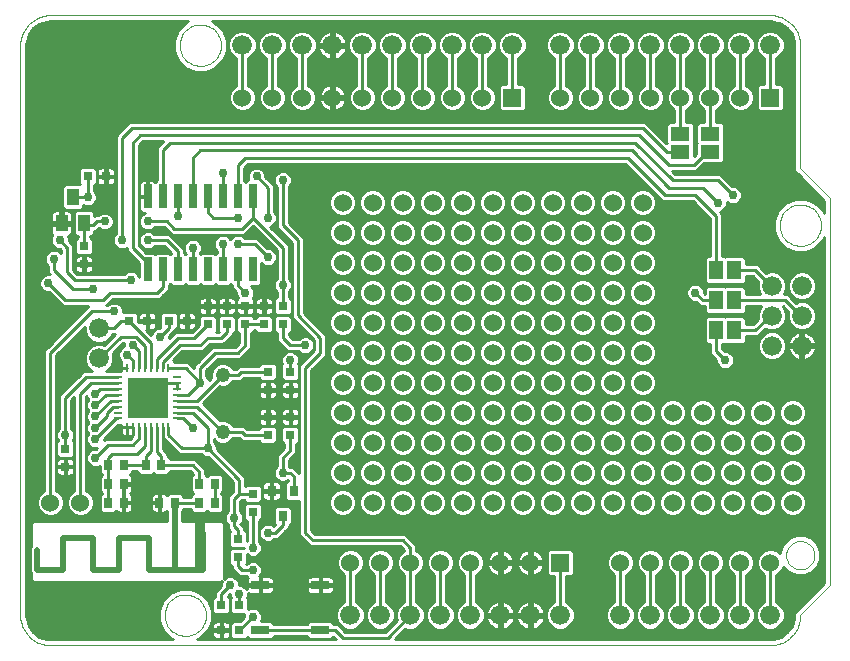
<source format=gtl>
G75*
G70*
%OFA0B0*%
%FSLAX24Y24*%
%IPPOS*%
%LPD*%
%AMOC8*
5,1,8,0,0,1.08239X$1,22.5*
%
%ADD10R,0.0112X0.0315*%
%ADD11R,0.0315X0.0112*%
%ADD12R,0.1378X0.1378*%
%ADD13R,0.0394X0.0551*%
%ADD14R,0.0300X0.0300*%
%ADD15R,0.0315X0.0354*%
%ADD16C,0.0200*%
%ADD17C,0.0350*%
%ADD18R,0.0350X0.1000*%
%ADD19R,0.0010X0.0010*%
%ADD20R,0.0276X0.0354*%
%ADD21C,0.0480*%
%ADD22C,0.0660*%
%ADD23C,0.0600*%
%ADD24R,0.0260X0.0800*%
%ADD25C,0.0000*%
%ADD26R,0.0600X0.0600*%
%ADD27R,0.0600X0.0300*%
%ADD28R,0.0460X0.0630*%
%ADD29R,0.0630X0.0460*%
%ADD30C,0.0100*%
%ADD31C,0.0297*%
%ADD32C,0.0160*%
%ADD33C,0.0190*%
D10*
X003961Y007666D03*
X004158Y007666D03*
X004355Y007666D03*
X004552Y007666D03*
X004748Y007666D03*
X004945Y007666D03*
X005142Y007666D03*
X005339Y007666D03*
X005339Y009634D03*
X005142Y009634D03*
X004945Y009634D03*
X004748Y009634D03*
X004552Y009634D03*
X004355Y009634D03*
X004158Y009634D03*
X003961Y009634D03*
D11*
X003666Y009339D03*
X003666Y009142D03*
X003666Y008945D03*
X003666Y008748D03*
X003666Y008552D03*
X003666Y008355D03*
X003666Y008158D03*
X003666Y007961D03*
X005634Y007961D03*
X005634Y008158D03*
X005634Y008355D03*
X005634Y008552D03*
X005634Y008748D03*
X005634Y008945D03*
X005634Y009142D03*
X005634Y009339D03*
D12*
X004650Y008650D03*
D13*
X002524Y014467D03*
X001776Y014467D03*
X002150Y015333D03*
D14*
X002650Y016025D03*
X003250Y016025D03*
X002524Y013700D03*
X002524Y013100D03*
X004038Y011213D03*
X004638Y011213D03*
X005350Y011213D03*
X005950Y011213D03*
X006650Y011100D03*
X006650Y011700D03*
X007275Y011700D03*
X007900Y011700D03*
X008525Y011700D03*
X009150Y011700D03*
X009150Y011100D03*
X008525Y011100D03*
X007900Y011100D03*
X007275Y011100D03*
X008650Y009513D03*
X009400Y009513D03*
X009400Y008913D03*
X008650Y008913D03*
X008650Y008013D03*
X008650Y007413D03*
X009400Y007413D03*
X009400Y008013D03*
X008150Y005450D03*
X008150Y004850D03*
X007650Y003950D03*
X007650Y003350D03*
X007700Y001728D03*
X007100Y001728D03*
X007100Y000900D03*
X007700Y000900D03*
X001900Y006350D03*
X001900Y006950D03*
D15*
X008776Y005544D03*
X009524Y005544D03*
X009150Y004717D03*
D16*
X006480Y002920D02*
X005550Y002920D01*
X004690Y002920D01*
X004690Y003960D01*
X003700Y003960D01*
X003700Y002920D01*
X002830Y002920D01*
X002830Y003960D01*
X001840Y003960D01*
X001840Y002920D01*
X000970Y002920D01*
X000970Y003570D01*
X005550Y002920D02*
X005550Y004650D01*
D17*
X006400Y004150D02*
X006400Y003000D01*
D18*
X006400Y004200D03*
D19*
X005550Y004650D03*
D20*
X005551Y005150D03*
X005039Y005150D03*
X006374Y005150D03*
X006886Y005150D03*
X006886Y005775D03*
X006374Y005775D03*
X005093Y006400D03*
X004582Y006400D03*
X003843Y006400D03*
X003332Y006400D03*
X003339Y005775D03*
X003851Y005775D03*
X003851Y005150D03*
X003339Y005150D03*
D21*
X007150Y007513D03*
X007150Y009413D03*
D22*
X003025Y009963D03*
X003025Y010963D03*
X007800Y020400D03*
X008800Y020400D03*
X009800Y020400D03*
X010800Y020400D03*
X011800Y020400D03*
X012800Y020400D03*
X013800Y020400D03*
X014800Y020400D03*
X015800Y020400D03*
X016800Y020400D03*
X018400Y020400D03*
X019400Y020400D03*
X020400Y020400D03*
X021400Y020400D03*
X022400Y020400D03*
X023400Y020400D03*
X024400Y020400D03*
X025400Y020400D03*
X025455Y012380D03*
X025455Y011380D03*
X026455Y011380D03*
X026455Y012380D03*
X026455Y010380D03*
X025455Y010380D03*
X025400Y001400D03*
X024400Y001400D03*
X023400Y001400D03*
X022400Y001400D03*
X021400Y001400D03*
X020400Y001400D03*
X018400Y001400D03*
X017400Y001400D03*
X016400Y001400D03*
X015400Y001400D03*
X014400Y001400D03*
X013400Y001400D03*
X012400Y001400D03*
X011400Y001400D03*
D23*
X011400Y003150D03*
X012400Y003150D03*
X013400Y003150D03*
X014400Y003150D03*
X015400Y003150D03*
X016400Y003150D03*
X017400Y003150D03*
X017150Y005150D03*
X016150Y005150D03*
X015150Y005150D03*
X014150Y005150D03*
X013150Y005150D03*
X012150Y005150D03*
X011150Y005150D03*
X011150Y006150D03*
X012150Y006150D03*
X012150Y007150D03*
X011150Y007150D03*
X011150Y008150D03*
X012150Y008150D03*
X012150Y009150D03*
X011150Y009150D03*
X011150Y010150D03*
X012150Y010150D03*
X013150Y010150D03*
X014150Y010150D03*
X015150Y010150D03*
X016150Y010150D03*
X017150Y010150D03*
X018150Y010150D03*
X019150Y010150D03*
X020150Y010150D03*
X021150Y010150D03*
X021150Y009150D03*
X021150Y008150D03*
X022150Y008150D03*
X023150Y008150D03*
X024150Y008150D03*
X025150Y008150D03*
X026150Y008150D03*
X026150Y007150D03*
X026150Y006150D03*
X025150Y006150D03*
X025150Y007150D03*
X024150Y007150D03*
X023150Y007150D03*
X023150Y006150D03*
X024150Y006150D03*
X024150Y005150D03*
X023150Y005150D03*
X022150Y005150D03*
X021150Y005150D03*
X020150Y005150D03*
X019150Y005150D03*
X018150Y005150D03*
X018150Y006150D03*
X019150Y006150D03*
X019150Y007150D03*
X018150Y007150D03*
X017150Y007150D03*
X016150Y007150D03*
X016150Y006150D03*
X017150Y006150D03*
X015150Y006150D03*
X015150Y007150D03*
X014150Y007150D03*
X013150Y007150D03*
X013150Y006150D03*
X014150Y006150D03*
X014150Y008150D03*
X013150Y008150D03*
X013150Y009150D03*
X014150Y009150D03*
X015150Y009150D03*
X015150Y008150D03*
X016150Y008150D03*
X017150Y008150D03*
X017150Y009150D03*
X016150Y009150D03*
X018150Y009150D03*
X019150Y009150D03*
X019150Y008150D03*
X018150Y008150D03*
X020150Y008150D03*
X020150Y009150D03*
X020150Y007150D03*
X020150Y006150D03*
X021150Y006150D03*
X022150Y006150D03*
X022150Y007150D03*
X021150Y007150D03*
X025150Y005150D03*
X026150Y005150D03*
X025400Y003150D03*
X024400Y003150D03*
X023400Y003150D03*
X022400Y003150D03*
X021400Y003150D03*
X020400Y003150D03*
X020150Y011150D03*
X020150Y012150D03*
X019150Y012150D03*
X018150Y012150D03*
X018150Y011150D03*
X019150Y011150D03*
X017150Y011150D03*
X016150Y011150D03*
X016150Y012150D03*
X017150Y012150D03*
X017150Y013150D03*
X016150Y013150D03*
X016150Y014150D03*
X017150Y014150D03*
X018150Y014150D03*
X019150Y014150D03*
X019150Y013150D03*
X018150Y013150D03*
X020150Y013150D03*
X020150Y014150D03*
X021150Y014150D03*
X021150Y013150D03*
X021150Y012150D03*
X021150Y011150D03*
X021150Y015150D03*
X020150Y015150D03*
X019150Y015150D03*
X018150Y015150D03*
X017150Y015150D03*
X016150Y015150D03*
X015150Y015150D03*
X014150Y015150D03*
X013150Y015150D03*
X012150Y015150D03*
X011150Y015150D03*
X011150Y014150D03*
X012150Y014150D03*
X012150Y013150D03*
X011150Y013150D03*
X011150Y012150D03*
X012150Y012150D03*
X012150Y011150D03*
X011150Y011150D03*
X013150Y011150D03*
X014150Y011150D03*
X014150Y012150D03*
X013150Y012150D03*
X013150Y013150D03*
X014150Y013150D03*
X014150Y014150D03*
X013150Y014150D03*
X015150Y014150D03*
X015150Y013150D03*
X015150Y012150D03*
X015150Y011150D03*
X014800Y018650D03*
X015800Y018650D03*
X013800Y018650D03*
X012800Y018650D03*
X011800Y018650D03*
X010800Y018650D03*
X009800Y018650D03*
X008800Y018650D03*
X007800Y018650D03*
X018400Y018650D03*
X019400Y018650D03*
X020400Y018650D03*
X021400Y018650D03*
X022400Y018650D03*
X023400Y018650D03*
X024400Y018650D03*
X002400Y005150D03*
X001400Y005150D03*
D24*
X004650Y012940D03*
X005150Y012940D03*
X005650Y012940D03*
X006150Y012940D03*
X006650Y012940D03*
X007150Y012940D03*
X007650Y012940D03*
X008150Y012940D03*
X008150Y015360D03*
X007650Y015360D03*
X007150Y015360D03*
X006650Y015360D03*
X006150Y015360D03*
X005650Y015360D03*
X005150Y015360D03*
X004650Y015360D03*
D25*
X005711Y020400D02*
X005713Y020452D01*
X005719Y020504D01*
X005729Y020555D01*
X005742Y020605D01*
X005760Y020655D01*
X005781Y020702D01*
X005805Y020748D01*
X005834Y020792D01*
X005865Y020834D01*
X005899Y020873D01*
X005936Y020910D01*
X005976Y020943D01*
X006019Y020974D01*
X006063Y021001D01*
X006109Y021025D01*
X006158Y021045D01*
X006207Y021061D01*
X006258Y021074D01*
X006309Y021083D01*
X006361Y021088D01*
X006413Y021089D01*
X006465Y021086D01*
X006517Y021079D01*
X006568Y021068D01*
X006618Y021054D01*
X006667Y021035D01*
X006714Y021013D01*
X006759Y020988D01*
X006803Y020959D01*
X006844Y020927D01*
X006883Y020892D01*
X006918Y020854D01*
X006951Y020813D01*
X006981Y020771D01*
X007007Y020726D01*
X007030Y020679D01*
X007049Y020630D01*
X007065Y020580D01*
X007077Y020530D01*
X007085Y020478D01*
X007089Y020426D01*
X007089Y020374D01*
X007085Y020322D01*
X007077Y020270D01*
X007065Y020220D01*
X007049Y020170D01*
X007030Y020121D01*
X007007Y020074D01*
X006981Y020029D01*
X006951Y019987D01*
X006918Y019946D01*
X006883Y019908D01*
X006844Y019873D01*
X006803Y019841D01*
X006759Y019812D01*
X006714Y019787D01*
X006667Y019765D01*
X006618Y019746D01*
X006568Y019732D01*
X006517Y019721D01*
X006465Y019714D01*
X006413Y019711D01*
X006361Y019712D01*
X006309Y019717D01*
X006258Y019726D01*
X006207Y019739D01*
X006158Y019755D01*
X006109Y019775D01*
X006063Y019799D01*
X006019Y019826D01*
X005976Y019857D01*
X005936Y019890D01*
X005899Y019927D01*
X005865Y019966D01*
X005834Y020008D01*
X005805Y020052D01*
X005781Y020098D01*
X005760Y020145D01*
X005742Y020195D01*
X005729Y020245D01*
X005719Y020296D01*
X005713Y020348D01*
X005711Y020400D01*
X001400Y021400D02*
X001340Y021398D01*
X001279Y021393D01*
X001220Y021384D01*
X001161Y021371D01*
X001102Y021355D01*
X001045Y021335D01*
X000990Y021312D01*
X000935Y021285D01*
X000883Y021256D01*
X000832Y021223D01*
X000783Y021187D01*
X000737Y021149D01*
X000693Y021107D01*
X000651Y021063D01*
X000613Y021017D01*
X000577Y020968D01*
X000544Y020917D01*
X000515Y020865D01*
X000488Y020810D01*
X000465Y020755D01*
X000445Y020698D01*
X000429Y020639D01*
X000416Y020580D01*
X000407Y020521D01*
X000402Y020460D01*
X000400Y020400D01*
X000400Y001400D01*
X000402Y001340D01*
X000407Y001279D01*
X000416Y001220D01*
X000429Y001161D01*
X000445Y001102D01*
X000465Y001045D01*
X000488Y000990D01*
X000515Y000935D01*
X000544Y000883D01*
X000577Y000832D01*
X000613Y000783D01*
X000651Y000737D01*
X000693Y000693D01*
X000737Y000651D01*
X000783Y000613D01*
X000832Y000577D01*
X000883Y000544D01*
X000935Y000515D01*
X000990Y000488D01*
X001045Y000465D01*
X001102Y000445D01*
X001161Y000429D01*
X001220Y000416D01*
X001279Y000407D01*
X001340Y000402D01*
X001400Y000400D01*
X025400Y000400D01*
X025460Y000402D01*
X025521Y000407D01*
X025580Y000416D01*
X025639Y000429D01*
X025698Y000445D01*
X025755Y000465D01*
X025810Y000488D01*
X025865Y000515D01*
X025917Y000544D01*
X025968Y000577D01*
X026017Y000613D01*
X026063Y000651D01*
X026107Y000693D01*
X026149Y000737D01*
X026187Y000783D01*
X026223Y000832D01*
X026256Y000883D01*
X026285Y000935D01*
X026312Y000990D01*
X026335Y001045D01*
X026355Y001102D01*
X026371Y001161D01*
X026384Y001220D01*
X026393Y001279D01*
X026398Y001340D01*
X026400Y001400D01*
X027400Y002400D01*
X027400Y015300D01*
X026400Y016300D01*
X026400Y020400D01*
X026398Y020460D01*
X026393Y020521D01*
X026384Y020580D01*
X026371Y020639D01*
X026355Y020698D01*
X026335Y020755D01*
X026312Y020810D01*
X026285Y020865D01*
X026256Y020917D01*
X026223Y020968D01*
X026187Y021017D01*
X026149Y021063D01*
X026107Y021107D01*
X026063Y021149D01*
X026017Y021187D01*
X025968Y021223D01*
X025917Y021256D01*
X025865Y021285D01*
X025810Y021312D01*
X025755Y021335D01*
X025698Y021355D01*
X025639Y021371D01*
X025580Y021384D01*
X025521Y021393D01*
X025460Y021398D01*
X025400Y021400D01*
X001400Y021400D01*
X025711Y014400D02*
X025713Y014452D01*
X025719Y014504D01*
X025729Y014555D01*
X025742Y014605D01*
X025760Y014655D01*
X025781Y014702D01*
X025805Y014748D01*
X025834Y014792D01*
X025865Y014834D01*
X025899Y014873D01*
X025936Y014910D01*
X025976Y014943D01*
X026019Y014974D01*
X026063Y015001D01*
X026109Y015025D01*
X026158Y015045D01*
X026207Y015061D01*
X026258Y015074D01*
X026309Y015083D01*
X026361Y015088D01*
X026413Y015089D01*
X026465Y015086D01*
X026517Y015079D01*
X026568Y015068D01*
X026618Y015054D01*
X026667Y015035D01*
X026714Y015013D01*
X026759Y014988D01*
X026803Y014959D01*
X026844Y014927D01*
X026883Y014892D01*
X026918Y014854D01*
X026951Y014813D01*
X026981Y014771D01*
X027007Y014726D01*
X027030Y014679D01*
X027049Y014630D01*
X027065Y014580D01*
X027077Y014530D01*
X027085Y014478D01*
X027089Y014426D01*
X027089Y014374D01*
X027085Y014322D01*
X027077Y014270D01*
X027065Y014220D01*
X027049Y014170D01*
X027030Y014121D01*
X027007Y014074D01*
X026981Y014029D01*
X026951Y013987D01*
X026918Y013946D01*
X026883Y013908D01*
X026844Y013873D01*
X026803Y013841D01*
X026759Y013812D01*
X026714Y013787D01*
X026667Y013765D01*
X026618Y013746D01*
X026568Y013732D01*
X026517Y013721D01*
X026465Y013714D01*
X026413Y013711D01*
X026361Y013712D01*
X026309Y013717D01*
X026258Y013726D01*
X026207Y013739D01*
X026158Y013755D01*
X026109Y013775D01*
X026063Y013799D01*
X026019Y013826D01*
X025976Y013857D01*
X025936Y013890D01*
X025899Y013927D01*
X025865Y013966D01*
X025834Y014008D01*
X025805Y014052D01*
X025781Y014098D01*
X025760Y014145D01*
X025742Y014195D01*
X025729Y014245D01*
X025719Y014296D01*
X025713Y014348D01*
X025711Y014400D01*
X025928Y003400D02*
X025930Y003443D01*
X025936Y003485D01*
X025946Y003527D01*
X025959Y003568D01*
X025976Y003608D01*
X025997Y003645D01*
X026021Y003681D01*
X026048Y003714D01*
X026078Y003745D01*
X026111Y003773D01*
X026146Y003798D01*
X026183Y003819D01*
X026222Y003837D01*
X026262Y003851D01*
X026304Y003862D01*
X026346Y003869D01*
X026389Y003872D01*
X026432Y003871D01*
X026475Y003866D01*
X026517Y003857D01*
X026558Y003845D01*
X026598Y003829D01*
X026636Y003809D01*
X026672Y003786D01*
X026706Y003759D01*
X026738Y003730D01*
X026766Y003698D01*
X026792Y003663D01*
X026814Y003627D01*
X026833Y003588D01*
X026848Y003548D01*
X026860Y003507D01*
X026868Y003464D01*
X026872Y003421D01*
X026872Y003379D01*
X026868Y003336D01*
X026860Y003293D01*
X026848Y003252D01*
X026833Y003212D01*
X026814Y003173D01*
X026792Y003137D01*
X026766Y003102D01*
X026738Y003070D01*
X026706Y003041D01*
X026672Y003014D01*
X026636Y002991D01*
X026598Y002971D01*
X026558Y002955D01*
X026517Y002943D01*
X026475Y002934D01*
X026432Y002929D01*
X026389Y002928D01*
X026346Y002931D01*
X026304Y002938D01*
X026262Y002949D01*
X026222Y002963D01*
X026183Y002981D01*
X026146Y003002D01*
X026111Y003027D01*
X026078Y003055D01*
X026048Y003086D01*
X026021Y003119D01*
X025997Y003155D01*
X025976Y003192D01*
X025959Y003232D01*
X025946Y003273D01*
X025936Y003315D01*
X025930Y003357D01*
X025928Y003400D01*
X005211Y001400D02*
X005213Y001452D01*
X005219Y001504D01*
X005229Y001555D01*
X005242Y001605D01*
X005260Y001655D01*
X005281Y001702D01*
X005305Y001748D01*
X005334Y001792D01*
X005365Y001834D01*
X005399Y001873D01*
X005436Y001910D01*
X005476Y001943D01*
X005519Y001974D01*
X005563Y002001D01*
X005609Y002025D01*
X005658Y002045D01*
X005707Y002061D01*
X005758Y002074D01*
X005809Y002083D01*
X005861Y002088D01*
X005913Y002089D01*
X005965Y002086D01*
X006017Y002079D01*
X006068Y002068D01*
X006118Y002054D01*
X006167Y002035D01*
X006214Y002013D01*
X006259Y001988D01*
X006303Y001959D01*
X006344Y001927D01*
X006383Y001892D01*
X006418Y001854D01*
X006451Y001813D01*
X006481Y001771D01*
X006507Y001726D01*
X006530Y001679D01*
X006549Y001630D01*
X006565Y001580D01*
X006577Y001530D01*
X006585Y001478D01*
X006589Y001426D01*
X006589Y001374D01*
X006585Y001322D01*
X006577Y001270D01*
X006565Y001220D01*
X006549Y001170D01*
X006530Y001121D01*
X006507Y001074D01*
X006481Y001029D01*
X006451Y000987D01*
X006418Y000946D01*
X006383Y000908D01*
X006344Y000873D01*
X006303Y000841D01*
X006259Y000812D01*
X006214Y000787D01*
X006167Y000765D01*
X006118Y000746D01*
X006068Y000732D01*
X006017Y000721D01*
X005965Y000714D01*
X005913Y000711D01*
X005861Y000712D01*
X005809Y000717D01*
X005758Y000726D01*
X005707Y000739D01*
X005658Y000755D01*
X005609Y000775D01*
X005563Y000799D01*
X005519Y000826D01*
X005476Y000857D01*
X005436Y000890D01*
X005399Y000927D01*
X005365Y000966D01*
X005334Y001008D01*
X005305Y001052D01*
X005281Y001098D01*
X005260Y001145D01*
X005242Y001195D01*
X005229Y001245D01*
X005219Y001296D01*
X005213Y001348D01*
X005211Y001400D01*
D26*
X018400Y003150D03*
X016800Y018650D03*
X025400Y018650D03*
D27*
X010400Y002400D03*
X010400Y000900D03*
X008400Y000900D03*
X008400Y002400D03*
D28*
X023600Y010900D03*
X024200Y010900D03*
X024200Y011900D03*
X023600Y011900D03*
X023600Y012900D03*
X024200Y012900D03*
D29*
X023400Y016850D03*
X023400Y017450D03*
X022400Y017450D03*
X022400Y016850D03*
D30*
X000687Y001037D02*
X000834Y000834D01*
X001037Y000687D01*
X001275Y000610D01*
X001400Y000600D01*
X005508Y000600D01*
X005396Y000646D01*
X005146Y000896D01*
X005011Y001223D01*
X005011Y001577D01*
X005146Y001904D01*
X005396Y002154D01*
X005723Y002289D01*
X006077Y002289D01*
X006404Y002154D01*
X006654Y001904D01*
X006789Y001577D01*
X006789Y001223D01*
X006654Y000896D01*
X006404Y000646D01*
X006292Y000600D01*
X010917Y000600D01*
X010840Y000678D01*
X010762Y000600D01*
X010038Y000600D01*
X009950Y000688D01*
X009950Y000700D01*
X008850Y000700D01*
X008850Y000688D01*
X008762Y000600D01*
X008038Y000600D01*
X007975Y000663D01*
X007912Y000600D01*
X007488Y000600D01*
X007400Y000688D01*
X007400Y001112D01*
X007488Y001200D01*
X007714Y001200D01*
X007851Y001337D01*
X007851Y001413D01*
X007858Y001428D01*
X007488Y001428D01*
X007400Y001516D01*
X007400Y001940D01*
X007430Y001971D01*
X007401Y002041D01*
X007401Y002101D01*
X007384Y002101D01*
X007311Y002028D01*
X007312Y002028D01*
X007400Y001940D01*
X007400Y001516D01*
X007312Y001428D01*
X006888Y001428D01*
X006800Y001516D01*
X006800Y001940D01*
X006888Y002028D01*
X006900Y002028D01*
X006900Y002183D01*
X007101Y002384D01*
X007101Y002459D01*
X007140Y002553D01*
X007087Y002500D01*
X000838Y002500D01*
X000750Y002588D01*
X000750Y002798D01*
X000720Y002870D01*
X000720Y003620D01*
X000750Y003692D01*
X000750Y004462D01*
X000838Y004550D01*
X005300Y004550D01*
X005300Y004700D01*
X005306Y004714D01*
X005306Y004868D01*
X005295Y004879D01*
X005269Y004853D01*
X005235Y004833D01*
X005197Y004823D01*
X005058Y004823D01*
X005058Y005131D01*
X005020Y005131D01*
X004751Y005131D01*
X004751Y004953D01*
X004762Y004915D01*
X004781Y004881D01*
X004809Y004853D01*
X004843Y004833D01*
X004882Y004823D01*
X005020Y004823D01*
X005020Y005131D01*
X005020Y005169D01*
X004751Y005169D01*
X004751Y005347D01*
X004762Y005385D01*
X004781Y005419D01*
X004809Y005447D01*
X004843Y005467D01*
X004882Y005477D01*
X005020Y005477D01*
X005020Y005169D01*
X005058Y005169D01*
X005058Y005477D01*
X005197Y005477D01*
X005235Y005467D01*
X005269Y005447D01*
X005295Y005421D01*
X005351Y005477D01*
X005751Y005477D01*
X005839Y005389D01*
X005839Y005350D01*
X006086Y005350D01*
X006086Y005389D01*
X006160Y005463D01*
X006086Y005536D01*
X006086Y006014D01*
X006170Y006098D01*
X006067Y006200D01*
X005381Y006200D01*
X005381Y006161D01*
X005293Y006073D01*
X004893Y006073D01*
X004838Y006129D01*
X004782Y006073D01*
X004382Y006073D01*
X004294Y006161D01*
X004294Y006200D01*
X004131Y006200D01*
X004131Y006161D01*
X004057Y006086D01*
X004081Y006072D01*
X004109Y006044D01*
X004128Y006010D01*
X004139Y005972D01*
X004139Y005794D01*
X003870Y005794D01*
X003870Y005756D01*
X004139Y005756D01*
X004139Y005578D01*
X004128Y005540D01*
X004109Y005506D01*
X004081Y005478D01*
X004054Y005463D01*
X004081Y005447D01*
X004109Y005419D01*
X004128Y005385D01*
X004139Y005347D01*
X004139Y005169D01*
X003870Y005169D01*
X003870Y005131D01*
X004139Y005131D01*
X004139Y004953D01*
X004128Y004915D01*
X004109Y004881D01*
X004081Y004853D01*
X004047Y004833D01*
X004008Y004823D01*
X003870Y004823D01*
X003870Y005131D01*
X003832Y005131D01*
X003832Y004823D01*
X003693Y004823D01*
X003655Y004833D01*
X003621Y004853D01*
X003595Y004879D01*
X003539Y004823D01*
X003139Y004823D01*
X003051Y004911D01*
X003051Y005389D01*
X003125Y005462D01*
X003051Y005536D01*
X003051Y006014D01*
X003121Y006084D01*
X003044Y006161D01*
X003044Y006386D01*
X002959Y006351D01*
X002841Y006351D01*
X002731Y006397D01*
X002647Y006481D01*
X002601Y006591D01*
X002601Y006709D01*
X002647Y006819D01*
X002731Y006903D01*
X002841Y006949D01*
X002916Y006949D01*
X002943Y006976D01*
X002841Y006976D01*
X002731Y007022D01*
X002647Y007106D01*
X002601Y007216D01*
X002601Y007334D01*
X002647Y007444D01*
X002665Y007462D01*
X002647Y007481D01*
X002601Y007591D01*
X002601Y007709D01*
X002647Y007819D01*
X002665Y007837D01*
X002647Y007856D01*
X002601Y007966D01*
X002601Y008084D01*
X002647Y008194D01*
X002665Y008213D01*
X002647Y008231D01*
X002601Y008341D01*
X002601Y008459D01*
X002647Y008569D01*
X002665Y008588D01*
X002647Y008606D01*
X002608Y008700D01*
X002600Y008692D01*
X002600Y005554D01*
X002655Y005531D01*
X002781Y005405D01*
X002850Y005240D01*
X002850Y005060D01*
X002781Y004895D01*
X002655Y004769D01*
X002490Y004700D01*
X002310Y004700D01*
X002145Y004769D01*
X002019Y004895D01*
X001950Y005060D01*
X001950Y005240D01*
X002019Y005405D01*
X002145Y005531D01*
X002200Y005554D01*
X002200Y008667D01*
X002100Y008567D01*
X002100Y007622D01*
X002153Y007569D01*
X002199Y007459D01*
X002199Y007341D01*
X002153Y007231D01*
X002142Y007220D01*
X002200Y007162D01*
X002200Y006738D01*
X002112Y006650D01*
X001688Y006650D01*
X001600Y006738D01*
X001600Y007162D01*
X001658Y007220D01*
X001647Y007231D01*
X001601Y007341D01*
X001601Y007459D01*
X001647Y007569D01*
X001700Y007622D01*
X001700Y008733D01*
X002389Y009422D01*
X002389Y009422D01*
X002506Y009539D01*
X002793Y009539D01*
X002753Y009556D01*
X002618Y009691D01*
X002545Y009867D01*
X002545Y010058D01*
X002618Y010234D01*
X002753Y010369D01*
X002930Y010442D01*
X003120Y010442D01*
X003192Y010413D01*
X003542Y010763D01*
X003462Y010763D01*
X003432Y010691D01*
X003297Y010556D01*
X003120Y010483D01*
X002930Y010483D01*
X002753Y010556D01*
X002618Y010691D01*
X002545Y010867D01*
X002545Y011012D01*
X001600Y010067D01*
X001600Y005554D01*
X001655Y005531D01*
X001781Y005405D01*
X001850Y005240D01*
X001850Y005060D01*
X001781Y004895D01*
X001655Y004769D01*
X001490Y004700D01*
X001310Y004700D01*
X001145Y004769D01*
X001019Y004895D01*
X000950Y005060D01*
X000950Y005240D01*
X001019Y005405D01*
X001145Y005531D01*
X001200Y005554D01*
X001200Y010233D01*
X001317Y010350D01*
X002667Y011700D01*
X001817Y011700D01*
X001353Y012164D01*
X001278Y012164D01*
X001168Y012209D01*
X001084Y012293D01*
X001039Y012403D01*
X001039Y012522D01*
X001084Y012632D01*
X001168Y012716D01*
X001278Y012761D01*
X001381Y012761D01*
X001325Y012817D01*
X001325Y013053D01*
X001272Y013106D01*
X001226Y013216D01*
X001226Y013334D01*
X001272Y013444D01*
X001356Y013528D01*
X001466Y013574D01*
X001584Y013574D01*
X001694Y013528D01*
X001763Y013460D01*
X001763Y013567D01*
X001728Y013601D01*
X001653Y013601D01*
X001543Y013647D01*
X001459Y013731D01*
X001414Y013841D01*
X001414Y013959D01*
X001459Y014069D01*
X001474Y014084D01*
X001459Y014099D01*
X001439Y014133D01*
X001429Y014172D01*
X001429Y014419D01*
X001728Y014419D01*
X001728Y014515D01*
X001429Y014515D01*
X001429Y014762D01*
X001439Y014800D01*
X001459Y014835D01*
X001487Y014863D01*
X001521Y014882D01*
X001559Y014893D01*
X001728Y014893D01*
X001728Y014515D01*
X001824Y014515D01*
X001824Y014893D01*
X001993Y014893D01*
X002031Y014882D01*
X002065Y014863D01*
X002093Y014835D01*
X002113Y014800D01*
X002123Y014762D01*
X002123Y014515D01*
X001824Y014515D01*
X001824Y014419D01*
X002123Y014419D01*
X002123Y014172D01*
X002113Y014133D01*
X002093Y014099D01*
X002065Y014071D01*
X002031Y014052D01*
X001993Y014041D01*
X001977Y014041D01*
X002011Y013959D01*
X002011Y013884D01*
X002045Y013850D01*
X002045Y013850D01*
X002162Y013733D01*
X002162Y012920D01*
X002295Y012787D01*
X003865Y012787D01*
X003918Y012841D01*
X004028Y012886D01*
X004147Y012886D01*
X004257Y012841D01*
X004341Y012757D01*
X004370Y012686D01*
X004370Y013147D01*
X004067Y013450D01*
X003950Y013567D01*
X003950Y013643D01*
X003850Y013601D01*
X003731Y013601D01*
X003621Y013647D01*
X003537Y013731D01*
X003492Y013841D01*
X003492Y013959D01*
X003537Y014069D01*
X003591Y014122D01*
X003591Y017389D01*
X003934Y017733D01*
X004052Y017850D01*
X021233Y017850D01*
X021938Y017145D01*
X021943Y017150D01*
X021935Y017158D01*
X021935Y017742D01*
X022023Y017830D01*
X022200Y017830D01*
X022200Y018246D01*
X022145Y018269D01*
X022019Y018395D01*
X021950Y018560D01*
X021950Y018740D01*
X022019Y018905D01*
X022145Y019031D01*
X022200Y019054D01*
X022200Y019963D01*
X022128Y019993D01*
X021993Y020128D01*
X021920Y020305D01*
X021920Y020495D01*
X021993Y020672D01*
X022128Y020807D01*
X022305Y020880D01*
X022495Y020880D01*
X022672Y020807D01*
X022807Y020672D01*
X022880Y020495D01*
X022880Y020305D01*
X022807Y020128D01*
X022672Y019993D01*
X022600Y019963D01*
X022600Y019054D01*
X022655Y019031D01*
X022781Y018905D01*
X022850Y018740D01*
X022850Y018560D01*
X022781Y018395D01*
X022655Y018269D01*
X022600Y018246D01*
X022600Y017830D01*
X022777Y017830D01*
X022865Y017742D01*
X022865Y017158D01*
X022857Y017150D01*
X022865Y017142D01*
X022865Y016695D01*
X022935Y016765D01*
X022935Y017142D01*
X022943Y017150D01*
X022935Y017158D01*
X022935Y017742D01*
X023023Y017830D01*
X023200Y017830D01*
X023200Y018246D01*
X023145Y018269D01*
X023019Y018395D01*
X022950Y018560D01*
X022950Y018740D01*
X023019Y018905D01*
X023145Y019031D01*
X023200Y019054D01*
X023200Y019963D01*
X023128Y019993D01*
X022993Y020128D01*
X022920Y020305D01*
X022920Y020495D01*
X022993Y020672D01*
X023128Y020807D01*
X023305Y020880D01*
X023495Y020880D01*
X023672Y020807D01*
X023807Y020672D01*
X023880Y020495D01*
X023880Y020305D01*
X023807Y020128D01*
X023672Y019993D01*
X023600Y019963D01*
X023600Y019054D01*
X023655Y019031D01*
X023781Y018905D01*
X023850Y018740D01*
X023850Y018560D01*
X023781Y018395D01*
X023655Y018269D01*
X023600Y018246D01*
X023600Y017830D01*
X023777Y017830D01*
X023865Y017742D01*
X023865Y017158D01*
X023857Y017150D01*
X023865Y017142D01*
X023865Y016558D01*
X023777Y016470D01*
X023206Y016470D01*
X022936Y016200D01*
X022133Y016200D01*
X022233Y016100D01*
X023733Y016100D01*
X024134Y015699D01*
X024209Y015699D01*
X024319Y015653D01*
X024403Y015569D01*
X024449Y015459D01*
X024449Y015341D01*
X024403Y015231D01*
X024319Y015147D01*
X024209Y015101D01*
X024091Y015101D01*
X023981Y015147D01*
X023949Y015179D01*
X023949Y015091D01*
X023903Y014981D01*
X023819Y014897D01*
X023725Y014858D01*
X023800Y014783D01*
X023800Y013365D01*
X023892Y013365D01*
X023900Y013357D01*
X023908Y013365D01*
X024492Y013365D01*
X024580Y013277D01*
X024580Y013100D01*
X024983Y013100D01*
X025100Y012983D01*
X025263Y012820D01*
X025360Y012860D01*
X025551Y012860D01*
X025727Y012787D01*
X025862Y012652D01*
X025935Y012476D01*
X025935Y012285D01*
X025862Y012108D01*
X025854Y012100D01*
X025983Y012100D01*
X026100Y011983D01*
X026263Y011820D01*
X026360Y011860D01*
X026551Y011860D01*
X026727Y011787D01*
X026862Y011652D01*
X026935Y011476D01*
X026935Y011285D01*
X026862Y011108D01*
X026727Y010973D01*
X026551Y010900D01*
X026360Y010900D01*
X026183Y010973D01*
X026048Y011108D01*
X025975Y011285D01*
X025975Y011476D01*
X025995Y011523D01*
X025817Y011700D01*
X025814Y011700D01*
X025862Y011652D01*
X025935Y011476D01*
X025935Y011285D01*
X025862Y011108D01*
X025727Y010973D01*
X025551Y010900D01*
X025360Y010900D01*
X025235Y010952D01*
X025100Y010817D01*
X024983Y010700D01*
X024580Y010700D01*
X024580Y010523D01*
X024492Y010435D01*
X023908Y010435D01*
X023900Y010443D01*
X023892Y010435D01*
X023800Y010435D01*
X023800Y010283D01*
X023884Y010199D01*
X023959Y010199D01*
X024069Y010153D01*
X024153Y010069D01*
X024199Y009959D01*
X024199Y009841D01*
X024153Y009731D01*
X024069Y009647D01*
X023959Y009601D01*
X023841Y009601D01*
X023731Y009647D01*
X023647Y009731D01*
X023601Y009841D01*
X023601Y009916D01*
X023400Y010117D01*
X023400Y010435D01*
X023308Y010435D01*
X023220Y010523D01*
X023220Y011277D01*
X023308Y011365D01*
X023892Y011365D01*
X023900Y011357D01*
X023908Y011365D01*
X024492Y011365D01*
X024580Y011277D01*
X024580Y011100D01*
X024817Y011100D01*
X024983Y011266D01*
X024975Y011285D01*
X024975Y011476D01*
X025048Y011652D01*
X025096Y011700D01*
X024580Y011700D01*
X024580Y011523D01*
X024492Y011435D01*
X023908Y011435D01*
X023900Y011443D01*
X023892Y011435D01*
X023308Y011435D01*
X023220Y011523D01*
X023220Y011700D01*
X023067Y011700D01*
X022916Y011851D01*
X022841Y011851D01*
X022731Y011897D01*
X022647Y011981D01*
X022601Y012091D01*
X022601Y012209D01*
X022647Y012319D01*
X022731Y012403D01*
X022841Y012449D01*
X022959Y012449D01*
X023069Y012403D01*
X023153Y012319D01*
X023199Y012209D01*
X023199Y012134D01*
X023220Y012113D01*
X023220Y012277D01*
X023308Y012365D01*
X023892Y012365D01*
X023900Y012357D01*
X023908Y012365D01*
X024492Y012365D01*
X024580Y012277D01*
X024580Y012100D01*
X025057Y012100D01*
X025048Y012108D01*
X024975Y012285D01*
X024975Y012476D01*
X024995Y012523D01*
X024817Y012700D01*
X024580Y012700D01*
X024580Y012523D01*
X024492Y012435D01*
X023908Y012435D01*
X023900Y012443D01*
X023892Y012435D01*
X023308Y012435D01*
X023220Y012523D01*
X023220Y013277D01*
X023308Y013365D01*
X023400Y013365D01*
X023400Y014617D01*
X022817Y015200D01*
X021817Y015200D01*
X021700Y015317D01*
X020567Y016450D01*
X007983Y016450D01*
X007850Y016317D01*
X007850Y015902D01*
X007900Y015852D01*
X007958Y015910D01*
X007999Y015910D01*
X007850Y015910D01*
X007850Y016009D02*
X007976Y016009D01*
X007976Y015966D02*
X007999Y015910D01*
X007976Y015966D02*
X007976Y016084D01*
X008022Y016194D01*
X008106Y016278D01*
X008216Y016324D01*
X008334Y016324D01*
X008444Y016278D01*
X008528Y016194D01*
X008574Y016084D01*
X008574Y016009D01*
X008850Y015733D01*
X008850Y014872D01*
X008903Y014819D01*
X008949Y014709D01*
X008949Y014591D01*
X008903Y014481D01*
X008819Y014397D01*
X008725Y014358D01*
X009350Y013733D01*
X009350Y012622D01*
X009403Y012569D01*
X009449Y012459D01*
X009449Y012341D01*
X009403Y012231D01*
X009350Y012178D01*
X009350Y012000D01*
X009362Y012000D01*
X009450Y011912D01*
X009450Y011488D01*
X009362Y011400D01*
X008938Y011400D01*
X008850Y011312D01*
X008850Y010888D01*
X008938Y010800D01*
X008950Y010800D01*
X008950Y010567D01*
X009067Y010450D01*
X009317Y010200D01*
X009678Y010200D01*
X009731Y010147D01*
X009841Y010101D01*
X009959Y010101D01*
X010069Y010147D01*
X010153Y010231D01*
X010199Y010341D01*
X010199Y010459D01*
X010153Y010569D01*
X010069Y010653D01*
X009959Y010699D01*
X009841Y010699D01*
X009731Y010653D01*
X009678Y010600D01*
X009483Y010600D01*
X009350Y010733D01*
X009350Y010800D01*
X009362Y010800D01*
X009450Y010888D01*
X009450Y011312D01*
X009362Y011400D01*
X008938Y011400D01*
X008850Y011488D01*
X008850Y011912D01*
X008938Y012000D01*
X008950Y012000D01*
X008950Y012178D01*
X008897Y012231D01*
X008851Y012341D01*
X008851Y012459D01*
X008897Y012569D01*
X008950Y012622D01*
X008950Y013567D01*
X008150Y014367D01*
X007975Y014192D01*
X007858Y014075D01*
X005442Y014075D01*
X005325Y014192D01*
X005192Y014325D01*
X004872Y014325D01*
X004819Y014272D01*
X004709Y014226D01*
X004591Y014226D01*
X004481Y014272D01*
X004397Y014356D01*
X004351Y014466D01*
X004351Y014584D01*
X004397Y014694D01*
X004481Y014778D01*
X004557Y014810D01*
X004500Y014810D01*
X004462Y014820D01*
X004428Y014840D01*
X004400Y014868D01*
X004380Y014902D01*
X004370Y014940D01*
X004370Y015345D01*
X004635Y015345D01*
X004635Y015375D01*
X004635Y015910D01*
X004500Y015910D01*
X004462Y015900D01*
X004428Y015880D01*
X004400Y015852D01*
X004380Y015818D01*
X004370Y015780D01*
X004370Y015375D01*
X004635Y015375D01*
X004665Y015375D01*
X004665Y015910D01*
X004800Y015910D01*
X004838Y015900D01*
X004872Y015880D01*
X004900Y015852D01*
X004950Y015902D01*
X004950Y016983D01*
X005167Y017200D01*
X004483Y017200D01*
X004350Y017067D01*
X004350Y013733D01*
X004593Y013490D01*
X004842Y013490D01*
X004900Y013432D01*
X004958Y013490D01*
X005342Y013490D01*
X005400Y013432D01*
X005430Y013462D01*
X005192Y013700D01*
X004872Y013700D01*
X004819Y013647D01*
X004709Y013601D01*
X004591Y013601D01*
X004481Y013647D01*
X004397Y013731D01*
X004351Y013841D01*
X004351Y013959D01*
X004397Y014069D01*
X004481Y014153D01*
X004591Y014199D01*
X004709Y014199D01*
X004819Y014153D01*
X004872Y014100D01*
X005358Y014100D01*
X005733Y013725D01*
X005850Y013608D01*
X005850Y013482D01*
X005900Y013432D01*
X005923Y013455D01*
X005897Y013481D01*
X005851Y013591D01*
X005851Y013709D01*
X005897Y013819D01*
X005981Y013903D01*
X006091Y013949D01*
X006209Y013949D01*
X006319Y013903D01*
X006403Y013819D01*
X006449Y013709D01*
X006449Y013591D01*
X006403Y013481D01*
X006377Y013455D01*
X006400Y013432D01*
X006458Y013490D01*
X006842Y013490D01*
X006900Y013432D01*
X006950Y013482D01*
X006950Y013553D01*
X006897Y013606D01*
X006851Y013716D01*
X006851Y013834D01*
X006897Y013944D01*
X006981Y014028D01*
X007091Y014074D01*
X007209Y014074D01*
X007319Y014028D01*
X007400Y013947D01*
X007481Y014028D01*
X007591Y014074D01*
X007709Y014074D01*
X007819Y014028D01*
X007872Y013975D01*
X008295Y013975D01*
X008412Y013858D01*
X008634Y013636D01*
X008709Y013636D01*
X008819Y013591D01*
X008903Y013507D01*
X008949Y013397D01*
X008949Y013278D01*
X008903Y013168D01*
X008819Y013084D01*
X008709Y013039D01*
X008591Y013039D01*
X008481Y013084D01*
X008430Y013135D01*
X008430Y012478D01*
X008342Y012390D01*
X008082Y012390D01*
X008153Y012319D01*
X008199Y012209D01*
X008199Y012091D01*
X008153Y011981D01*
X008142Y011970D01*
X008170Y011942D01*
X008190Y011908D01*
X008200Y011870D01*
X008200Y011725D01*
X007925Y011725D01*
X007925Y011675D01*
X008200Y011675D01*
X008200Y011530D01*
X008190Y011492D01*
X008170Y011458D01*
X008142Y011430D01*
X008108Y011410D01*
X008070Y011400D01*
X007925Y011400D01*
X007925Y011675D01*
X007875Y011675D01*
X007875Y011400D01*
X007730Y011400D01*
X007692Y011410D01*
X007658Y011430D01*
X007630Y011458D01*
X007610Y011492D01*
X007600Y011530D01*
X007600Y011675D01*
X007875Y011675D01*
X007875Y011725D01*
X007600Y011725D01*
X007600Y011870D01*
X007610Y011908D01*
X007630Y011942D01*
X007658Y011970D01*
X007647Y011981D01*
X007601Y012091D01*
X007601Y012166D01*
X007567Y012200D01*
X007450Y012317D01*
X007450Y012398D01*
X007400Y012448D01*
X007342Y012390D01*
X006958Y012390D01*
X006900Y012448D01*
X006842Y012390D01*
X006458Y012390D01*
X006400Y012448D01*
X006342Y012390D01*
X005958Y012390D01*
X005900Y012448D01*
X005842Y012390D01*
X005458Y012390D01*
X005400Y012448D01*
X005350Y012398D01*
X005350Y012255D01*
X005162Y012067D01*
X005045Y011950D01*
X003483Y011950D01*
X003258Y011725D01*
X003303Y011725D01*
X003356Y011778D01*
X003466Y011824D01*
X003584Y011824D01*
X003694Y011778D01*
X003778Y011694D01*
X003824Y011584D01*
X003824Y011511D01*
X003825Y011512D01*
X004250Y011512D01*
X004337Y011425D01*
X004337Y011183D01*
X004338Y011183D01*
X004338Y011187D01*
X004612Y011187D01*
X004612Y011238D01*
X004612Y011512D01*
X004468Y011512D01*
X004430Y011502D01*
X004395Y011483D01*
X004367Y011455D01*
X004348Y011420D01*
X004338Y011382D01*
X004338Y011238D01*
X004612Y011238D01*
X004663Y011238D01*
X004663Y011512D01*
X004807Y011512D01*
X004845Y011502D01*
X004880Y011483D01*
X004908Y011455D01*
X004927Y011420D01*
X004937Y011382D01*
X004937Y011238D01*
X004663Y011238D01*
X004663Y011187D01*
X004937Y011187D01*
X004937Y011043D01*
X004927Y011005D01*
X004908Y010970D01*
X004880Y010942D01*
X004845Y010923D01*
X004807Y010913D01*
X004663Y010913D01*
X004663Y011187D01*
X004612Y011187D01*
X004612Y010913D01*
X004608Y010913D01*
X004764Y010756D01*
X004803Y010850D01*
X004887Y010935D01*
X004997Y010980D01*
X005070Y010980D01*
X005050Y011000D01*
X005050Y011425D01*
X005138Y011512D01*
X005562Y011512D01*
X005650Y011425D01*
X005650Y011000D01*
X005562Y010913D01*
X005550Y010913D01*
X005550Y010892D01*
X005355Y010697D01*
X005355Y010638D01*
X005450Y010733D01*
X005567Y010850D01*
X006117Y010850D01*
X006350Y011083D01*
X006350Y011312D01*
X006438Y011400D01*
X006862Y011400D01*
X006950Y011312D01*
X006950Y010888D01*
X006912Y010850D01*
X007005Y010850D01*
X007009Y010854D01*
X006975Y010888D01*
X006975Y011312D01*
X007063Y011400D01*
X007487Y011400D01*
X007575Y011312D01*
X007575Y010888D01*
X007487Y010800D01*
X007475Y010800D01*
X007475Y010755D01*
X007170Y010450D01*
X006733Y010450D01*
X006483Y010200D01*
X005795Y010200D01*
X005497Y009902D01*
X005545Y009854D01*
X005545Y009834D01*
X005999Y009834D01*
X006200Y009633D01*
X006200Y009733D01*
X006317Y009850D01*
X006317Y009850D01*
X006700Y010233D01*
X006700Y010233D01*
X006817Y010350D01*
X007567Y010350D01*
X007700Y010483D01*
X007700Y010800D01*
X007688Y010800D01*
X007600Y010888D01*
X007600Y011312D01*
X007688Y011400D01*
X008112Y011400D01*
X008200Y011312D01*
X008200Y011300D01*
X008225Y011300D01*
X008225Y011312D01*
X008313Y011400D01*
X008737Y011400D01*
X008825Y011312D01*
X008825Y010888D01*
X008737Y010800D01*
X008313Y010800D01*
X008225Y010888D01*
X008225Y010900D01*
X008200Y010900D01*
X008200Y010888D01*
X008112Y010800D01*
X008100Y010800D01*
X008100Y010317D01*
X007850Y010067D01*
X007733Y009950D01*
X006983Y009950D01*
X006600Y009567D01*
X006600Y009372D01*
X006653Y009319D01*
X006689Y009234D01*
X006769Y009314D01*
X006760Y009335D01*
X006760Y009490D01*
X006819Y009633D01*
X006929Y009743D01*
X007072Y009802D01*
X007228Y009802D01*
X007371Y009743D01*
X007481Y009633D01*
X007489Y009612D01*
X007580Y009612D01*
X007680Y009712D01*
X008350Y009712D01*
X008350Y009725D01*
X008438Y009812D01*
X008862Y009812D01*
X008950Y009725D01*
X008950Y009300D01*
X008862Y009213D01*
X008438Y009213D01*
X008350Y009300D01*
X008350Y009313D01*
X007845Y009313D01*
X007745Y009213D01*
X007489Y009213D01*
X007481Y009192D01*
X007371Y009082D01*
X007228Y009023D01*
X007072Y009023D01*
X007052Y009031D01*
X006483Y008462D01*
X007052Y007894D01*
X007072Y007902D01*
X007228Y007902D01*
X007371Y007843D01*
X007481Y007733D01*
X007489Y007712D01*
X007870Y007712D01*
X007970Y007612D01*
X008350Y007612D01*
X008350Y007625D01*
X008438Y007712D01*
X008862Y007712D01*
X008950Y007625D01*
X008950Y007200D01*
X008862Y007113D01*
X008438Y007113D01*
X008350Y007200D01*
X008350Y007213D01*
X007805Y007213D01*
X007705Y007313D01*
X007489Y007313D01*
X007481Y007292D01*
X007371Y007182D01*
X007228Y007123D01*
X007072Y007123D01*
X006929Y007182D01*
X006850Y007261D01*
X006850Y007185D01*
X006903Y007132D01*
X006949Y007022D01*
X006949Y006947D01*
X007900Y005995D01*
X007900Y005712D01*
X007938Y005750D01*
X008362Y005750D01*
X008450Y005662D01*
X008450Y005238D01*
X008362Y005150D01*
X007938Y005150D01*
X007850Y005238D01*
X007850Y005250D01*
X007783Y005250D01*
X007725Y005192D01*
X007725Y004872D01*
X007778Y004819D01*
X007824Y004709D01*
X007824Y004591D01*
X007778Y004481D01*
X007737Y004440D01*
X007850Y004327D01*
X007850Y004250D01*
X007862Y004250D01*
X007950Y004162D01*
X007950Y003872D01*
X007950Y003872D01*
X007950Y004550D01*
X007938Y004550D01*
X007850Y004638D01*
X007850Y005062D01*
X007938Y005150D01*
X008362Y005150D01*
X008450Y005062D01*
X008450Y004638D01*
X008362Y004550D01*
X008350Y004550D01*
X008350Y003872D01*
X008403Y003819D01*
X008449Y003709D01*
X008449Y003591D01*
X008403Y003481D01*
X008319Y003397D01*
X008209Y003351D01*
X008091Y003351D01*
X007981Y003397D01*
X007950Y003428D01*
X007950Y003138D01*
X007912Y003100D01*
X007928Y003100D01*
X007981Y003153D01*
X008091Y003199D01*
X008209Y003199D01*
X008319Y003153D01*
X008403Y003069D01*
X008449Y002959D01*
X008449Y002841D01*
X008403Y002731D01*
X008372Y002700D01*
X008375Y002700D01*
X008375Y002425D01*
X008425Y002425D01*
X008425Y002700D01*
X008720Y002700D01*
X008758Y002690D01*
X008792Y002670D01*
X008820Y002642D01*
X008840Y002608D01*
X008850Y002570D01*
X008850Y002425D01*
X008425Y002425D01*
X008425Y002375D01*
X008850Y002375D01*
X008850Y002230D01*
X008840Y002192D01*
X008820Y002158D01*
X008792Y002130D01*
X008758Y002110D01*
X008720Y002100D01*
X008425Y002100D01*
X008425Y002375D01*
X008375Y002375D01*
X008375Y002100D01*
X008080Y002100D01*
X008042Y002110D01*
X008008Y002130D01*
X007999Y002139D01*
X007999Y002041D01*
X007970Y001971D01*
X008000Y001940D01*
X008000Y001614D01*
X008091Y001652D01*
X008209Y001652D01*
X008319Y001606D01*
X008403Y001522D01*
X008449Y001413D01*
X008449Y001294D01*
X008410Y001200D01*
X008762Y001200D01*
X008850Y001112D01*
X008850Y001100D01*
X009950Y001100D01*
X009950Y001112D01*
X010038Y001200D01*
X010762Y001200D01*
X010850Y001112D01*
X010850Y001100D01*
X010983Y001100D01*
X011233Y000850D01*
X012567Y000850D01*
X012950Y001233D01*
X012920Y001305D01*
X012920Y001495D01*
X012993Y001672D01*
X013128Y001807D01*
X013200Y001837D01*
X013200Y002746D01*
X013145Y002769D01*
X013019Y002895D01*
X012950Y003060D01*
X012950Y003240D01*
X013019Y003405D01*
X013145Y003531D01*
X013200Y003554D01*
X013200Y003567D01*
X013067Y003700D01*
X010067Y003700D01*
X009950Y003817D01*
X009700Y004067D01*
X009700Y005217D01*
X009304Y005217D01*
X009217Y005304D01*
X009217Y005783D01*
X009304Y005871D01*
X009325Y005871D01*
X009325Y005903D01*
X009319Y005897D01*
X009209Y005851D01*
X009091Y005851D01*
X008981Y005897D01*
X008897Y005981D01*
X008851Y006091D01*
X008851Y006209D01*
X008897Y006319D01*
X008950Y006372D01*
X008950Y006733D01*
X009067Y006850D01*
X009067Y006850D01*
X009200Y006983D01*
X009200Y007113D01*
X009188Y007113D01*
X009100Y007200D01*
X009100Y007625D01*
X009188Y007712D01*
X009612Y007712D01*
X009700Y007625D01*
X009700Y007200D01*
X009612Y007113D01*
X009600Y007113D01*
X009600Y006817D01*
X009483Y006700D01*
X009483Y006700D01*
X009350Y006567D01*
X009350Y006372D01*
X009372Y006350D01*
X009483Y006350D01*
X009608Y006225D01*
X009700Y006133D01*
X009700Y009733D01*
X010200Y010233D01*
X010200Y010567D01*
X009567Y011200D01*
X009450Y011317D01*
X009450Y013817D01*
X009067Y014200D01*
X008950Y014317D01*
X008950Y015678D01*
X008897Y015731D01*
X008851Y015841D01*
X008851Y015959D01*
X008897Y016069D01*
X008981Y016153D01*
X009091Y016199D01*
X009209Y016199D01*
X009319Y016153D01*
X009403Y016069D01*
X009449Y015959D01*
X009449Y015841D01*
X009403Y015731D01*
X009350Y015678D01*
X009350Y014483D01*
X009850Y013983D01*
X009850Y011483D01*
X010600Y010733D01*
X010600Y010067D01*
X010483Y009950D01*
X010100Y009567D01*
X010100Y004233D01*
X010233Y004100D01*
X013233Y004100D01*
X013483Y003850D01*
X013600Y003733D01*
X013600Y003554D01*
X013655Y003531D01*
X013781Y003405D01*
X013850Y003240D01*
X013850Y003060D01*
X013781Y002895D01*
X013655Y002769D01*
X013600Y002746D01*
X013600Y001837D01*
X013672Y001807D01*
X013807Y001672D01*
X013880Y001495D01*
X013880Y001305D01*
X013807Y001128D01*
X013672Y000993D01*
X013495Y000920D01*
X013305Y000920D01*
X013233Y000950D01*
X012883Y000600D01*
X025400Y000600D01*
X025525Y000610D01*
X025763Y000687D01*
X025966Y000834D01*
X026113Y001037D01*
X026190Y001275D01*
X026200Y001400D01*
X026200Y001483D01*
X026317Y001600D01*
X026317Y001600D01*
X027200Y002483D01*
X027200Y014008D01*
X027154Y013896D01*
X026904Y013646D01*
X026577Y013511D01*
X026223Y013511D01*
X025896Y013646D01*
X025646Y013896D01*
X025511Y014223D01*
X025511Y014577D01*
X025646Y014904D01*
X025896Y015154D01*
X026223Y015289D01*
X026577Y015289D01*
X026904Y015154D01*
X027154Y014904D01*
X027200Y014792D01*
X027200Y015217D01*
X026317Y016100D01*
X026200Y016217D01*
X026200Y020400D01*
X026190Y020525D01*
X026113Y020763D01*
X025966Y020966D01*
X025763Y021113D01*
X025525Y021190D01*
X025400Y021200D01*
X006792Y021200D01*
X006904Y021154D01*
X007154Y020904D01*
X007289Y020577D01*
X007289Y020223D01*
X007154Y019896D01*
X006904Y019646D01*
X006577Y019511D01*
X006223Y019511D01*
X005896Y019646D01*
X005646Y019896D01*
X005511Y020223D01*
X005511Y020577D01*
X005646Y020904D01*
X005896Y021154D01*
X006008Y021200D01*
X001400Y021200D01*
X001275Y021190D01*
X001037Y021113D01*
X000834Y020966D01*
X000687Y020763D01*
X000610Y020525D01*
X000600Y020400D01*
X000600Y001400D01*
X000610Y001275D01*
X000687Y001037D01*
X005088Y001037D01*
X005048Y001135D02*
X000655Y001135D01*
X000623Y001234D02*
X005011Y001234D01*
X005011Y001332D02*
X000605Y001332D01*
X000600Y001431D02*
X005011Y001431D01*
X005011Y001529D02*
X000600Y001529D01*
X000600Y001628D02*
X005032Y001628D01*
X005073Y001726D02*
X000600Y001726D01*
X000600Y001825D02*
X005114Y001825D01*
X005166Y001923D02*
X000600Y001923D01*
X000600Y002022D02*
X005264Y002022D01*
X005363Y002120D02*
X000600Y002120D01*
X000600Y002219D02*
X005553Y002219D01*
X006247Y002219D02*
X006936Y002219D01*
X006900Y002120D02*
X006437Y002120D01*
X006536Y002022D02*
X006881Y002022D01*
X006800Y001923D02*
X006634Y001923D01*
X006686Y001825D02*
X006800Y001825D01*
X006800Y001726D02*
X006727Y001726D01*
X006768Y001628D02*
X006800Y001628D01*
X006789Y001529D02*
X006800Y001529D01*
X006789Y001431D02*
X006885Y001431D01*
X006789Y001332D02*
X007846Y001332D01*
X007748Y001234D02*
X006789Y001234D01*
X006858Y001170D02*
X006830Y001142D01*
X006810Y001108D01*
X006800Y001070D01*
X006800Y000925D01*
X007075Y000925D01*
X007075Y001200D01*
X006930Y001200D01*
X006892Y001190D01*
X006858Y001170D01*
X006826Y001135D02*
X006752Y001135D01*
X006712Y001037D02*
X006800Y001037D01*
X006800Y000938D02*
X006671Y000938D01*
X006597Y000840D02*
X006800Y000840D01*
X006800Y000875D02*
X006800Y000730D01*
X006810Y000692D01*
X006830Y000658D01*
X006858Y000630D01*
X006892Y000610D01*
X006930Y000600D01*
X007075Y000600D01*
X007075Y000875D01*
X006800Y000875D01*
X006800Y000741D02*
X006498Y000741D01*
X006394Y000643D02*
X006845Y000643D01*
X007075Y000643D02*
X007125Y000643D01*
X007125Y000600D02*
X007270Y000600D01*
X007308Y000610D01*
X007342Y000630D01*
X007370Y000658D01*
X007390Y000692D01*
X007400Y000730D01*
X007400Y000875D01*
X007125Y000875D01*
X007125Y000925D01*
X007075Y000925D01*
X007075Y000875D01*
X007125Y000875D01*
X007125Y000600D01*
X007125Y000741D02*
X007075Y000741D01*
X007075Y000840D02*
X007125Y000840D01*
X007125Y000925D02*
X007400Y000925D01*
X007400Y001070D01*
X007390Y001108D01*
X007370Y001142D01*
X007342Y001170D01*
X007308Y001190D01*
X007270Y001200D01*
X007125Y001200D01*
X007125Y000925D01*
X007125Y000938D02*
X007075Y000938D01*
X007075Y001037D02*
X007125Y001037D01*
X007125Y001135D02*
X007075Y001135D01*
X007374Y001135D02*
X007423Y001135D01*
X007400Y001037D02*
X007400Y001037D01*
X007400Y000938D02*
X007400Y000938D01*
X007400Y000840D02*
X007400Y000840D01*
X007400Y000741D02*
X007400Y000741D01*
X007355Y000643D02*
X007445Y000643D01*
X007700Y000900D02*
X007700Y000903D01*
X008150Y001353D01*
X008424Y001234D02*
X010949Y001234D01*
X010920Y001305D02*
X010993Y001128D01*
X011128Y000993D01*
X011305Y000920D01*
X011495Y000920D01*
X011672Y000993D01*
X011807Y001128D01*
X011880Y001305D01*
X011880Y001495D01*
X011807Y001672D01*
X011672Y001807D01*
X011600Y001837D01*
X011600Y002746D01*
X011655Y002769D01*
X011781Y002895D01*
X011850Y003060D01*
X011850Y003240D01*
X011781Y003405D01*
X011655Y003531D01*
X011490Y003600D01*
X011310Y003600D01*
X011145Y003531D01*
X011019Y003405D01*
X010950Y003240D01*
X010950Y003060D01*
X011019Y002895D01*
X011145Y002769D01*
X011200Y002746D01*
X011200Y001837D01*
X011128Y001807D01*
X010993Y001672D01*
X010920Y001495D01*
X010920Y001305D01*
X010920Y001332D02*
X008449Y001332D01*
X008441Y001431D02*
X010920Y001431D01*
X010934Y001529D02*
X008397Y001529D01*
X008268Y001628D02*
X010975Y001628D01*
X011047Y001726D02*
X008000Y001726D01*
X008000Y001628D02*
X008032Y001628D01*
X008000Y001825D02*
X011171Y001825D01*
X011200Y001923D02*
X008000Y001923D01*
X007991Y002022D02*
X011200Y002022D01*
X011200Y002120D02*
X010775Y002120D01*
X010758Y002110D02*
X010792Y002130D01*
X010820Y002158D01*
X010840Y002192D01*
X010850Y002230D01*
X010850Y002375D01*
X010425Y002375D01*
X010425Y002425D01*
X010375Y002425D01*
X010375Y002700D01*
X010080Y002700D01*
X010042Y002690D01*
X010008Y002670D01*
X009980Y002642D01*
X009960Y002608D01*
X009950Y002570D01*
X009950Y002425D01*
X010375Y002425D01*
X010375Y002375D01*
X010425Y002375D01*
X010425Y002100D01*
X010720Y002100D01*
X010758Y002110D01*
X010847Y002219D02*
X011200Y002219D01*
X011200Y002317D02*
X010850Y002317D01*
X010850Y002425D02*
X010850Y002570D01*
X010840Y002608D01*
X010820Y002642D01*
X010792Y002670D01*
X010758Y002690D01*
X010720Y002700D01*
X010425Y002700D01*
X010425Y002425D01*
X010850Y002425D01*
X010850Y002514D02*
X011200Y002514D01*
X011200Y002416D02*
X010425Y002416D01*
X010375Y002416D02*
X008425Y002416D01*
X008375Y002416D02*
X007699Y002416D01*
X007699Y002399D02*
X007699Y002459D01*
X007653Y002569D01*
X007569Y002653D01*
X007459Y002699D01*
X007341Y002699D01*
X007231Y002653D01*
X007175Y002597D01*
X007175Y004462D01*
X007087Y004550D01*
X005800Y004550D01*
X005800Y004700D01*
X005796Y004710D01*
X005796Y004868D01*
X005839Y004911D01*
X005839Y004950D01*
X006086Y004950D01*
X006086Y004911D01*
X006174Y004823D01*
X006574Y004823D01*
X006630Y004879D01*
X006686Y004823D01*
X007086Y004823D01*
X007174Y004911D01*
X007174Y005389D01*
X007100Y005462D01*
X007174Y005536D01*
X007174Y006014D01*
X007086Y006102D01*
X006686Y006102D01*
X006630Y006046D01*
X006574Y006102D01*
X006574Y006259D01*
X006350Y006483D01*
X006233Y006600D01*
X005381Y006600D01*
X005381Y006639D01*
X005293Y006727D01*
X005293Y006789D01*
X005176Y006907D01*
X005145Y006938D01*
X005145Y007309D01*
X005575Y006880D01*
X005575Y006880D01*
X005692Y006763D01*
X006428Y006763D01*
X006481Y006709D01*
X006591Y006664D01*
X006666Y006664D01*
X007500Y005830D01*
X007500Y005533D01*
X007325Y005358D01*
X007325Y004872D01*
X007272Y004819D01*
X007226Y004709D01*
X007226Y004591D01*
X007272Y004481D01*
X007325Y004428D01*
X007325Y004286D01*
X007399Y004212D01*
X007350Y004162D01*
X007350Y003738D01*
X007438Y003650D01*
X007851Y003650D01*
X007851Y003650D01*
X007438Y003650D01*
X007350Y003562D01*
X007350Y003138D01*
X007438Y003050D01*
X007450Y003050D01*
X007450Y002973D01*
X007606Y002817D01*
X007723Y002700D01*
X007928Y002700D01*
X007981Y002647D01*
X007983Y002646D01*
X007980Y002642D01*
X007960Y002608D01*
X007950Y002570D01*
X007950Y002425D01*
X008375Y002425D01*
X008375Y002375D01*
X007950Y002375D01*
X007950Y002272D01*
X007869Y002353D01*
X007759Y002399D01*
X007699Y002399D01*
X007676Y002514D02*
X007950Y002514D01*
X007963Y002613D02*
X007610Y002613D01*
X007712Y002711D02*
X007175Y002711D01*
X007175Y002613D02*
X007190Y002613D01*
X007124Y002514D02*
X007101Y002514D01*
X007101Y002416D02*
X000600Y002416D01*
X000600Y002514D02*
X000824Y002514D01*
X000750Y002613D02*
X000600Y002613D01*
X000600Y002711D02*
X000750Y002711D01*
X000745Y002810D02*
X000600Y002810D01*
X000600Y002908D02*
X000720Y002908D01*
X000720Y003007D02*
X000600Y003007D01*
X000600Y003105D02*
X000720Y003105D01*
X000720Y003204D02*
X000600Y003204D01*
X000600Y003302D02*
X000720Y003302D01*
X000720Y003401D02*
X000600Y003401D01*
X000600Y003499D02*
X000720Y003499D01*
X000720Y003598D02*
X000600Y003598D01*
X000600Y003696D02*
X000750Y003696D01*
X000750Y003795D02*
X000600Y003795D01*
X000600Y003893D02*
X000750Y003893D01*
X000750Y003992D02*
X000600Y003992D01*
X000600Y004090D02*
X000750Y004090D01*
X000750Y004189D02*
X000600Y004189D01*
X000600Y004287D02*
X000750Y004287D01*
X000750Y004386D02*
X000600Y004386D01*
X000600Y004484D02*
X000772Y004484D01*
X000600Y004583D02*
X005300Y004583D01*
X005300Y004681D02*
X000600Y004681D01*
X000600Y004780D02*
X001134Y004780D01*
X001036Y004878D02*
X000600Y004878D01*
X000600Y004977D02*
X000985Y004977D01*
X000950Y005075D02*
X000600Y005075D01*
X000600Y005174D02*
X000950Y005174D01*
X000963Y005272D02*
X000600Y005272D01*
X000600Y005371D02*
X001004Y005371D01*
X001083Y005469D02*
X000600Y005469D01*
X000600Y005568D02*
X001200Y005568D01*
X001200Y005666D02*
X000600Y005666D01*
X000600Y005765D02*
X001200Y005765D01*
X001200Y005863D02*
X000600Y005863D01*
X000600Y005962D02*
X001200Y005962D01*
X001200Y006060D02*
X000600Y006060D01*
X000600Y006159D02*
X001200Y006159D01*
X001200Y006257D02*
X000600Y006257D01*
X000600Y006356D02*
X001200Y006356D01*
X001200Y006454D02*
X000600Y006454D01*
X000600Y006553D02*
X001200Y006553D01*
X001200Y006651D02*
X000600Y006651D01*
X000600Y006750D02*
X001200Y006750D01*
X001200Y006848D02*
X000600Y006848D01*
X000600Y006947D02*
X001200Y006947D01*
X001200Y007045D02*
X000600Y007045D01*
X000600Y007144D02*
X001200Y007144D01*
X001200Y007242D02*
X000600Y007242D01*
X000600Y007341D02*
X001200Y007341D01*
X001200Y007439D02*
X000600Y007439D01*
X000600Y007538D02*
X001200Y007538D01*
X001200Y007636D02*
X000600Y007636D01*
X000600Y007735D02*
X001200Y007735D01*
X001200Y007833D02*
X000600Y007833D01*
X000600Y007932D02*
X001200Y007932D01*
X001200Y008030D02*
X000600Y008030D01*
X000600Y008129D02*
X001200Y008129D01*
X001200Y008227D02*
X000600Y008227D01*
X000600Y008326D02*
X001200Y008326D01*
X001200Y008424D02*
X000600Y008424D01*
X000600Y008523D02*
X001200Y008523D01*
X001200Y008621D02*
X000600Y008621D01*
X000600Y008720D02*
X001200Y008720D01*
X001200Y008818D02*
X000600Y008818D01*
X000600Y008917D02*
X001200Y008917D01*
X001200Y009015D02*
X000600Y009015D01*
X000600Y009114D02*
X001200Y009114D01*
X001200Y009212D02*
X000600Y009212D01*
X000600Y009311D02*
X001200Y009311D01*
X001200Y009409D02*
X000600Y009409D01*
X000600Y009508D02*
X001200Y009508D01*
X001200Y009606D02*
X000600Y009606D01*
X000600Y009705D02*
X001200Y009705D01*
X001200Y009803D02*
X000600Y009803D01*
X000600Y009902D02*
X001200Y009902D01*
X001200Y010000D02*
X000600Y010000D01*
X000600Y010099D02*
X001200Y010099D01*
X001200Y010197D02*
X000600Y010197D01*
X000600Y010296D02*
X001263Y010296D01*
X001361Y010394D02*
X000600Y010394D01*
X000600Y010493D02*
X001460Y010493D01*
X001558Y010591D02*
X000600Y010591D01*
X000600Y010690D02*
X001657Y010690D01*
X001755Y010788D02*
X000600Y010788D01*
X000600Y010887D02*
X001854Y010887D01*
X001952Y010985D02*
X000600Y010985D01*
X000600Y011084D02*
X002051Y011084D01*
X002149Y011182D02*
X000600Y011182D01*
X000600Y011281D02*
X002248Y011281D01*
X002346Y011379D02*
X000600Y011379D01*
X000600Y011478D02*
X002445Y011478D01*
X002543Y011576D02*
X000600Y011576D01*
X000600Y011675D02*
X002642Y011675D01*
X002775Y011525D02*
X001400Y010150D01*
X001400Y005150D01*
X001815Y004977D02*
X001985Y004977D01*
X001950Y005075D02*
X001850Y005075D01*
X001850Y005174D02*
X001950Y005174D01*
X001963Y005272D02*
X001837Y005272D01*
X001796Y005371D02*
X002004Y005371D01*
X002083Y005469D02*
X001717Y005469D01*
X001600Y005568D02*
X002200Y005568D01*
X002200Y005666D02*
X001600Y005666D01*
X001600Y005765D02*
X002200Y005765D01*
X002200Y005863D02*
X001600Y005863D01*
X001600Y005962D02*
X002200Y005962D01*
X002200Y006060D02*
X002107Y006060D01*
X002108Y006060D02*
X002142Y006080D01*
X002170Y006108D01*
X002190Y006142D01*
X002200Y006180D01*
X002200Y006325D01*
X001925Y006325D01*
X001925Y006375D01*
X001875Y006375D01*
X001875Y006650D01*
X001730Y006650D01*
X001692Y006640D01*
X001658Y006620D01*
X001630Y006592D01*
X001610Y006558D01*
X001600Y006520D01*
X001600Y006375D01*
X001875Y006375D01*
X001875Y006325D01*
X001925Y006325D01*
X001925Y006050D01*
X002070Y006050D01*
X002108Y006060D01*
X002194Y006159D02*
X002200Y006159D01*
X002200Y006257D02*
X002200Y006257D01*
X002200Y006356D02*
X001925Y006356D01*
X001925Y006375D02*
X002200Y006375D01*
X002200Y006520D01*
X002190Y006558D01*
X002170Y006592D01*
X002142Y006620D01*
X002108Y006640D01*
X002070Y006650D01*
X001925Y006650D01*
X001925Y006375D01*
X001875Y006356D02*
X001600Y006356D01*
X001600Y006325D02*
X001600Y006180D01*
X001610Y006142D01*
X001630Y006108D01*
X001658Y006080D01*
X001692Y006060D01*
X001730Y006050D01*
X001875Y006050D01*
X001875Y006325D01*
X001600Y006325D01*
X001600Y006257D02*
X001600Y006257D01*
X001600Y006159D02*
X001606Y006159D01*
X001600Y006060D02*
X001693Y006060D01*
X001875Y006060D02*
X001925Y006060D01*
X001925Y006159D02*
X001875Y006159D01*
X001875Y006257D02*
X001925Y006257D01*
X001925Y006454D02*
X001875Y006454D01*
X001875Y006553D02*
X001925Y006553D01*
X002113Y006651D02*
X002200Y006651D01*
X002191Y006553D02*
X002200Y006553D01*
X002200Y006454D02*
X002200Y006454D01*
X002200Y006750D02*
X002200Y006750D01*
X002200Y006848D02*
X002200Y006848D01*
X002200Y006947D02*
X002200Y006947D01*
X002200Y007045D02*
X002200Y007045D01*
X002200Y007144D02*
X002200Y007144D01*
X002200Y007242D02*
X002158Y007242D01*
X002199Y007341D02*
X002200Y007341D01*
X002199Y007439D02*
X002200Y007439D01*
X002200Y007538D02*
X002166Y007538D01*
X002200Y007636D02*
X002100Y007636D01*
X002100Y007735D02*
X002200Y007735D01*
X002200Y007833D02*
X002100Y007833D01*
X002100Y007932D02*
X002200Y007932D01*
X002200Y008030D02*
X002100Y008030D01*
X002100Y008129D02*
X002200Y008129D01*
X002200Y008227D02*
X002100Y008227D01*
X002100Y008326D02*
X002200Y008326D01*
X002200Y008424D02*
X002100Y008424D01*
X002100Y008523D02*
X002200Y008523D01*
X002200Y008621D02*
X002154Y008621D01*
X001900Y008650D02*
X002589Y009339D01*
X003666Y009339D01*
X003666Y009142D02*
X002767Y009142D01*
X002400Y008775D01*
X002400Y005150D01*
X002764Y004878D02*
X003084Y004878D01*
X003051Y004977D02*
X002815Y004977D01*
X002850Y005075D02*
X003051Y005075D01*
X003051Y005174D02*
X002850Y005174D01*
X002837Y005272D02*
X003051Y005272D01*
X003051Y005371D02*
X002796Y005371D01*
X002717Y005469D02*
X003118Y005469D01*
X003051Y005568D02*
X002600Y005568D01*
X002600Y005666D02*
X003051Y005666D01*
X003051Y005765D02*
X002600Y005765D01*
X002600Y005863D02*
X003051Y005863D01*
X003051Y005962D02*
X002600Y005962D01*
X002600Y006060D02*
X003097Y006060D01*
X003046Y006159D02*
X002600Y006159D01*
X002600Y006257D02*
X003044Y006257D01*
X003044Y006356D02*
X002970Y006356D01*
X002830Y006356D02*
X002600Y006356D01*
X002600Y006454D02*
X002674Y006454D01*
X002617Y006553D02*
X002600Y006553D01*
X002600Y006651D02*
X002601Y006651D01*
X002600Y006750D02*
X002618Y006750D01*
X002600Y006848D02*
X002676Y006848D01*
X002600Y006947D02*
X002835Y006947D01*
X002707Y007045D02*
X002600Y007045D01*
X002600Y007144D02*
X002631Y007144D01*
X002600Y007242D02*
X002601Y007242D01*
X002600Y007341D02*
X002604Y007341D01*
X002600Y007439D02*
X002645Y007439D01*
X002623Y007538D02*
X002600Y007538D01*
X002600Y007636D02*
X002601Y007636D01*
X002600Y007735D02*
X002612Y007735D01*
X002600Y007833D02*
X002661Y007833D01*
X002615Y007932D02*
X002600Y007932D01*
X002600Y008030D02*
X002601Y008030D01*
X002600Y008129D02*
X002620Y008129D01*
X002600Y008227D02*
X002650Y008227D01*
X002607Y008326D02*
X002600Y008326D01*
X002600Y008424D02*
X002601Y008424D01*
X002600Y008523D02*
X002627Y008523D01*
X002640Y008621D02*
X002600Y008621D01*
X002900Y008775D02*
X003070Y008945D01*
X003666Y008945D01*
X003666Y008748D02*
X003248Y008748D01*
X002900Y008400D01*
X003275Y008150D02*
X003480Y008355D01*
X003666Y008355D01*
X003666Y008552D02*
X003427Y008552D01*
X002900Y008025D01*
X003275Y008025D02*
X002900Y007650D01*
X003275Y008025D02*
X003275Y008150D01*
X003586Y007961D02*
X002900Y007275D01*
X003199Y007291D02*
X003663Y007755D01*
X003755Y007755D01*
X003755Y007666D01*
X003961Y007666D01*
X003961Y007666D01*
X004149Y007666D01*
X004149Y007666D01*
X003961Y007666D01*
X003961Y007666D01*
X003755Y007666D01*
X003755Y007489D01*
X003765Y007450D01*
X003785Y007416D01*
X003813Y007388D01*
X003847Y007368D01*
X003885Y007358D01*
X003961Y007358D01*
X003961Y007454D01*
X003961Y007358D01*
X004037Y007358D01*
X004059Y007364D01*
X004082Y007358D01*
X004138Y007358D01*
X004067Y007287D01*
X003255Y007287D01*
X003199Y007232D01*
X003199Y007291D01*
X003199Y007242D02*
X003209Y007242D01*
X003248Y007341D02*
X004120Y007341D01*
X004088Y007338D02*
X003963Y007338D01*
X003963Y007650D01*
X004158Y007666D02*
X004158Y007408D01*
X004088Y007338D01*
X003961Y007439D02*
X003961Y007439D01*
X003961Y007454D02*
X003961Y007454D01*
X003772Y007439D02*
X003347Y007439D01*
X003445Y007538D02*
X003755Y007538D01*
X003755Y007636D02*
X003544Y007636D01*
X003642Y007735D02*
X003755Y007735D01*
X003666Y007961D02*
X003586Y007961D01*
X004355Y007666D02*
X004355Y007292D01*
X004150Y007088D01*
X003338Y007088D01*
X002900Y006650D01*
X003332Y006400D02*
X003338Y006406D01*
X003338Y005777D01*
X003339Y005775D01*
X003339Y005150D01*
X003594Y004878D02*
X003596Y004878D01*
X003832Y004878D02*
X003870Y004878D01*
X003870Y004977D02*
X003832Y004977D01*
X003832Y005075D02*
X003870Y005075D01*
X003870Y005169D02*
X003832Y005169D01*
X003832Y005448D01*
X003832Y005756D01*
X003870Y005756D01*
X003870Y005169D01*
X003870Y005174D02*
X003832Y005174D01*
X003832Y005272D02*
X003870Y005272D01*
X003870Y005371D02*
X003832Y005371D01*
X003832Y005469D02*
X003870Y005469D01*
X003870Y005568D02*
X003832Y005568D01*
X003832Y005666D02*
X003870Y005666D01*
X003870Y005765D02*
X006086Y005765D01*
X006086Y005863D02*
X004139Y005863D01*
X004139Y005962D02*
X006086Y005962D01*
X006132Y006060D02*
X004093Y006060D01*
X004129Y006159D02*
X004296Y006159D01*
X004582Y006400D02*
X003843Y006400D01*
X003338Y006406D02*
X003338Y006650D01*
X003463Y006775D01*
X004275Y006775D01*
X004552Y007052D01*
X004552Y007666D01*
X004748Y007666D02*
X004748Y006873D01*
X004582Y006707D01*
X004582Y006400D01*
X005093Y006400D02*
X006150Y006400D01*
X006374Y006176D01*
X006374Y005775D01*
X006086Y005666D02*
X004139Y005666D01*
X004136Y005568D02*
X006086Y005568D01*
X006153Y005469D02*
X005759Y005469D01*
X005839Y005371D02*
X006086Y005371D01*
X006374Y005150D02*
X005551Y005150D01*
X005806Y004878D02*
X006119Y004878D01*
X006400Y004588D02*
X006463Y004650D01*
X006713Y004650D01*
X006629Y004878D02*
X006631Y004878D01*
X006400Y004588D02*
X006400Y004338D01*
X006463Y004338D01*
X006400Y004338D02*
X006400Y004213D01*
X006450Y004200D01*
X006400Y004200D01*
X005800Y004681D02*
X007226Y004681D01*
X007230Y004583D02*
X005800Y004583D01*
X005796Y004780D02*
X007255Y004780D01*
X007325Y004878D02*
X007141Y004878D01*
X007174Y004977D02*
X007325Y004977D01*
X007325Y005075D02*
X007174Y005075D01*
X007174Y005174D02*
X007325Y005174D01*
X007325Y005272D02*
X007174Y005272D01*
X007174Y005371D02*
X007338Y005371D01*
X007436Y005469D02*
X007107Y005469D01*
X007174Y005568D02*
X007500Y005568D01*
X007500Y005666D02*
X007174Y005666D01*
X007174Y005765D02*
X007500Y005765D01*
X007467Y005863D02*
X007174Y005863D01*
X007174Y005962D02*
X007368Y005962D01*
X007270Y006060D02*
X007128Y006060D01*
X007171Y006159D02*
X006574Y006159D01*
X006574Y006257D02*
X007073Y006257D01*
X006974Y006356D02*
X006477Y006356D01*
X006379Y006454D02*
X006876Y006454D01*
X006777Y006553D02*
X006280Y006553D01*
X006440Y006750D02*
X005293Y006750D01*
X005235Y006848D02*
X005607Y006848D01*
X005508Y006947D02*
X005145Y006947D01*
X005145Y007045D02*
X005410Y007045D01*
X005311Y007144D02*
X005145Y007144D01*
X005142Y007158D02*
X005400Y006900D01*
X005369Y006651D02*
X006679Y006651D01*
X006650Y006963D02*
X007700Y005913D01*
X007700Y005450D01*
X007525Y005275D01*
X007525Y004650D01*
X007525Y004369D01*
X007650Y004244D01*
X007650Y003950D01*
X007950Y003992D02*
X007950Y003992D01*
X007950Y004090D02*
X007950Y004090D01*
X007950Y004189D02*
X007924Y004189D01*
X007950Y004287D02*
X007850Y004287D01*
X007791Y004386D02*
X007950Y004386D01*
X007950Y004484D02*
X007780Y004484D01*
X007820Y004583D02*
X007905Y004583D01*
X007850Y004681D02*
X007824Y004681D01*
X007850Y004780D02*
X007795Y004780D01*
X007850Y004878D02*
X007725Y004878D01*
X007725Y004977D02*
X007850Y004977D01*
X007863Y005075D02*
X007725Y005075D01*
X007725Y005174D02*
X007914Y005174D01*
X008150Y004850D02*
X008150Y003650D01*
X008413Y003795D02*
X009973Y003795D01*
X009874Y003893D02*
X008810Y003893D01*
X008819Y003897D02*
X008872Y003950D01*
X008983Y003950D01*
X009233Y004200D01*
X009350Y004317D01*
X009350Y004390D01*
X009370Y004390D01*
X009457Y004478D01*
X009457Y004956D01*
X009370Y005044D01*
X008930Y005044D01*
X008843Y004956D01*
X008843Y004478D01*
X008894Y004426D01*
X008845Y004378D01*
X008819Y004403D01*
X008709Y004449D01*
X008591Y004449D01*
X008481Y004403D01*
X008397Y004319D01*
X008351Y004209D01*
X008351Y004091D01*
X008397Y003981D01*
X008481Y003897D01*
X008591Y003851D01*
X008709Y003851D01*
X008819Y003897D01*
X009024Y003992D02*
X009776Y003992D01*
X009700Y004090D02*
X009123Y004090D01*
X009221Y004189D02*
X009700Y004189D01*
X009700Y004287D02*
X009320Y004287D01*
X009350Y004386D02*
X009700Y004386D01*
X009700Y004484D02*
X009457Y004484D01*
X009457Y004583D02*
X009700Y004583D01*
X009700Y004681D02*
X009457Y004681D01*
X009457Y004780D02*
X009700Y004780D01*
X009700Y004878D02*
X009457Y004878D01*
X009437Y004977D02*
X009700Y004977D01*
X009700Y005075D02*
X008437Y005075D01*
X008450Y004977D02*
X008863Y004977D01*
X008843Y004878D02*
X008450Y004878D01*
X008450Y004780D02*
X008843Y004780D01*
X008843Y004681D02*
X008450Y004681D01*
X008395Y004583D02*
X008843Y004583D01*
X008843Y004484D02*
X008350Y004484D01*
X008350Y004386D02*
X008463Y004386D01*
X008383Y004287D02*
X008350Y004287D01*
X008350Y004189D02*
X008351Y004189D01*
X008350Y004090D02*
X008351Y004090D01*
X008350Y003992D02*
X008392Y003992D01*
X008350Y003893D02*
X008490Y003893D01*
X008449Y003696D02*
X013071Y003696D01*
X013170Y003598D02*
X012496Y003598D01*
X012490Y003600D02*
X012310Y003600D01*
X012145Y003531D01*
X012019Y003405D01*
X011950Y003240D01*
X011950Y003060D01*
X012019Y002895D01*
X012145Y002769D01*
X012200Y002746D01*
X012200Y001837D01*
X012128Y001807D01*
X011993Y001672D01*
X011920Y001495D01*
X011920Y001305D01*
X011993Y001128D01*
X012128Y000993D01*
X012305Y000920D01*
X012495Y000920D01*
X012672Y000993D01*
X012807Y001128D01*
X012880Y001305D01*
X012880Y001495D01*
X012807Y001672D01*
X012672Y001807D01*
X012600Y001837D01*
X012600Y002746D01*
X012655Y002769D01*
X012781Y002895D01*
X012850Y003060D01*
X012850Y003240D01*
X012781Y003405D01*
X012655Y003531D01*
X012490Y003600D01*
X012304Y003598D02*
X011496Y003598D01*
X011304Y003598D02*
X008449Y003598D01*
X008411Y003499D02*
X011113Y003499D01*
X011017Y003401D02*
X008323Y003401D01*
X008367Y003105D02*
X010950Y003105D01*
X010950Y003204D02*
X007950Y003204D01*
X007950Y003302D02*
X010976Y003302D01*
X010972Y003007D02*
X008429Y003007D01*
X008449Y002908D02*
X011013Y002908D01*
X011104Y002810D02*
X008436Y002810D01*
X008383Y002711D02*
X011200Y002711D01*
X011200Y002613D02*
X010837Y002613D01*
X010425Y002613D02*
X010375Y002613D01*
X010375Y002514D02*
X010425Y002514D01*
X010375Y002375D02*
X009950Y002375D01*
X009950Y002230D01*
X009960Y002192D01*
X009980Y002158D01*
X010008Y002130D01*
X010042Y002110D01*
X010080Y002100D01*
X010375Y002100D01*
X010375Y002375D01*
X010375Y002317D02*
X010425Y002317D01*
X010425Y002219D02*
X010375Y002219D01*
X010375Y002120D02*
X010425Y002120D01*
X010025Y002120D02*
X008775Y002120D01*
X008847Y002219D02*
X009953Y002219D01*
X009950Y002317D02*
X008850Y002317D01*
X008850Y002514D02*
X009950Y002514D01*
X009963Y002613D02*
X008837Y002613D01*
X008425Y002613D02*
X008375Y002613D01*
X008375Y002514D02*
X008425Y002514D01*
X008425Y002317D02*
X008375Y002317D01*
X008375Y002219D02*
X008425Y002219D01*
X008425Y002120D02*
X008375Y002120D01*
X008025Y002120D02*
X007999Y002120D01*
X007950Y002317D02*
X007905Y002317D01*
X007700Y002100D02*
X007700Y001728D01*
X007400Y001726D02*
X007400Y001726D01*
X007400Y001628D02*
X007400Y001628D01*
X007400Y001529D02*
X007400Y001529D01*
X007315Y001431D02*
X007485Y001431D01*
X007100Y001728D02*
X007100Y002100D01*
X007400Y002400D01*
X007034Y002317D02*
X000600Y002317D01*
X000759Y000938D02*
X005129Y000938D01*
X005203Y000840D02*
X000831Y000840D01*
X000963Y000741D02*
X005302Y000741D01*
X005406Y000643D02*
X001174Y000643D01*
X001666Y004780D02*
X002134Y004780D01*
X002036Y004878D02*
X001764Y004878D01*
X002666Y004780D02*
X005306Y004780D01*
X005294Y004878D02*
X005296Y004878D01*
X005058Y004878D02*
X005020Y004878D01*
X005020Y004977D02*
X005058Y004977D01*
X005058Y005075D02*
X005020Y005075D01*
X005020Y005174D02*
X005058Y005174D01*
X005058Y005272D02*
X005020Y005272D01*
X005020Y005371D02*
X005058Y005371D01*
X005058Y005469D02*
X005020Y005469D01*
X004851Y005469D02*
X004066Y005469D01*
X004132Y005371D02*
X004758Y005371D01*
X004751Y005272D02*
X004139Y005272D01*
X004139Y005174D02*
X004751Y005174D01*
X004751Y005075D02*
X004139Y005075D01*
X004139Y004977D02*
X004751Y004977D01*
X004784Y004878D02*
X004106Y004878D01*
X005227Y005469D02*
X005343Y005469D01*
X005379Y006159D02*
X006109Y006159D01*
X006616Y006060D02*
X006644Y006060D01*
X006886Y005775D02*
X006886Y005150D01*
X007153Y004484D02*
X007270Y004484D01*
X007325Y004386D02*
X007175Y004386D01*
X007175Y004287D02*
X007325Y004287D01*
X007376Y004189D02*
X007175Y004189D01*
X007175Y004090D02*
X007350Y004090D01*
X007350Y003992D02*
X007175Y003992D01*
X007175Y003893D02*
X007350Y003893D01*
X007350Y003795D02*
X007175Y003795D01*
X007175Y003696D02*
X007392Y003696D01*
X007385Y003598D02*
X007175Y003598D01*
X007175Y003499D02*
X007350Y003499D01*
X007350Y003401D02*
X007175Y003401D01*
X007175Y003302D02*
X007350Y003302D01*
X007350Y003204D02*
X007175Y003204D01*
X007175Y003105D02*
X007383Y003105D01*
X007450Y003007D02*
X007175Y003007D01*
X007175Y002908D02*
X007515Y002908D01*
X007614Y002810D02*
X007175Y002810D01*
X007650Y003056D02*
X007806Y002900D01*
X008150Y002900D01*
X007933Y003105D02*
X007917Y003105D01*
X007650Y003056D02*
X007650Y003350D01*
X007950Y003401D02*
X007977Y003401D01*
X007950Y003893D02*
X007950Y003893D01*
X008650Y004150D02*
X008900Y004150D01*
X009150Y004400D01*
X009150Y004717D01*
X008853Y004386D02*
X008837Y004386D01*
X008805Y005217D02*
X008953Y005217D01*
X008991Y005227D01*
X009026Y005247D01*
X009053Y005274D01*
X009073Y005309D01*
X009083Y005347D01*
X009083Y005515D01*
X008805Y005515D01*
X008805Y005572D01*
X009083Y005572D01*
X009083Y005741D01*
X009073Y005779D01*
X009053Y005813D01*
X009026Y005841D01*
X008991Y005861D01*
X008953Y005871D01*
X008805Y005871D01*
X008805Y005572D01*
X008747Y005572D01*
X008747Y005515D01*
X008469Y005515D01*
X008469Y005347D01*
X008479Y005309D01*
X008498Y005274D01*
X008526Y005247D01*
X008561Y005227D01*
X008599Y005217D01*
X008747Y005217D01*
X008747Y005515D01*
X008805Y005515D01*
X008805Y005217D01*
X008805Y005272D02*
X008747Y005272D01*
X008747Y005371D02*
X008805Y005371D01*
X008805Y005469D02*
X008747Y005469D01*
X008747Y005568D02*
X008450Y005568D01*
X008469Y005572D02*
X008747Y005572D01*
X008747Y005871D01*
X008599Y005871D01*
X008561Y005861D01*
X008526Y005841D01*
X008498Y005813D01*
X008479Y005779D01*
X008469Y005741D01*
X008469Y005572D01*
X008469Y005666D02*
X008446Y005666D01*
X008475Y005765D02*
X007900Y005765D01*
X007900Y005863D02*
X008569Y005863D01*
X008747Y005863D02*
X008805Y005863D01*
X008805Y005765D02*
X008747Y005765D01*
X008747Y005666D02*
X008805Y005666D01*
X008805Y005568D02*
X009217Y005568D01*
X009217Y005666D02*
X009083Y005666D01*
X009077Y005765D02*
X009217Y005765D01*
X009238Y005863D02*
X009297Y005863D01*
X009062Y005863D02*
X008983Y005863D01*
X008916Y005962D02*
X007900Y005962D01*
X007835Y006060D02*
X008864Y006060D01*
X008851Y006159D02*
X007737Y006159D01*
X007638Y006257D02*
X008871Y006257D01*
X008933Y006356D02*
X007540Y006356D01*
X007441Y006454D02*
X008950Y006454D01*
X008950Y006553D02*
X007343Y006553D01*
X007244Y006651D02*
X008950Y006651D01*
X008967Y006750D02*
X007146Y006750D01*
X007047Y006848D02*
X009065Y006848D01*
X009164Y006947D02*
X006949Y006947D01*
X006939Y007045D02*
X009200Y007045D01*
X009157Y007144D02*
X008893Y007144D01*
X008950Y007242D02*
X009100Y007242D01*
X009100Y007341D02*
X008950Y007341D01*
X008950Y007439D02*
X009100Y007439D01*
X009100Y007538D02*
X008950Y007538D01*
X008939Y007636D02*
X009111Y007636D01*
X009172Y007735D02*
X008878Y007735D01*
X008892Y007742D02*
X008920Y007770D01*
X008940Y007805D01*
X008950Y007843D01*
X008950Y007987D01*
X008675Y007987D01*
X008675Y007713D01*
X008820Y007713D01*
X008858Y007723D01*
X008892Y007742D01*
X008947Y007833D02*
X009103Y007833D01*
X009100Y007843D02*
X009110Y007805D01*
X009130Y007770D01*
X009158Y007742D01*
X009192Y007723D01*
X009230Y007713D01*
X009375Y007713D01*
X009375Y007987D01*
X009425Y007987D01*
X009425Y007713D01*
X009570Y007713D01*
X009608Y007723D01*
X009642Y007742D01*
X009670Y007770D01*
X009690Y007805D01*
X009700Y007843D01*
X009700Y007987D01*
X009425Y007987D01*
X009425Y008038D01*
X009375Y008038D01*
X009375Y008312D01*
X009230Y008312D01*
X009192Y008302D01*
X009158Y008283D01*
X009130Y008255D01*
X009110Y008220D01*
X009100Y008182D01*
X009100Y008038D01*
X009375Y008038D01*
X009375Y007987D01*
X009100Y007987D01*
X009100Y007843D01*
X009100Y007932D02*
X008950Y007932D01*
X008950Y008038D02*
X008950Y008182D01*
X008940Y008220D01*
X008920Y008255D01*
X008892Y008283D01*
X008858Y008302D01*
X008820Y008312D01*
X008675Y008312D01*
X008675Y008038D01*
X008625Y008038D01*
X008625Y008312D01*
X008480Y008312D01*
X008442Y008302D01*
X008408Y008283D01*
X008380Y008255D01*
X008360Y008220D01*
X008350Y008182D01*
X008350Y008038D01*
X008625Y008038D01*
X008625Y007987D01*
X008675Y007987D01*
X008675Y008038D01*
X008950Y008038D01*
X008950Y008129D02*
X009100Y008129D01*
X009114Y008227D02*
X008936Y008227D01*
X008675Y008227D02*
X008625Y008227D01*
X008625Y008129D02*
X008675Y008129D01*
X008675Y008030D02*
X009375Y008030D01*
X009425Y008030D02*
X009700Y008030D01*
X009700Y008038D02*
X009700Y008182D01*
X009690Y008220D01*
X009670Y008255D01*
X009642Y008283D01*
X009608Y008302D01*
X009570Y008312D01*
X009425Y008312D01*
X009425Y008038D01*
X009700Y008038D01*
X009700Y008129D02*
X009700Y008129D01*
X009686Y008227D02*
X009700Y008227D01*
X009700Y008326D02*
X006620Y008326D01*
X006521Y008424D02*
X009700Y008424D01*
X009700Y008523D02*
X006543Y008523D01*
X006641Y008621D02*
X008448Y008621D01*
X008442Y008623D02*
X008480Y008613D01*
X008625Y008613D01*
X008625Y008887D01*
X008675Y008887D01*
X008675Y008613D01*
X008820Y008613D01*
X008858Y008623D01*
X008892Y008642D01*
X008920Y008670D01*
X008940Y008705D01*
X008950Y008743D01*
X008950Y008887D01*
X008675Y008887D01*
X008675Y008938D01*
X008625Y008938D01*
X008625Y009212D01*
X008675Y009212D01*
X008675Y008938D01*
X008950Y008938D01*
X008950Y009082D01*
X008940Y009120D01*
X008920Y009155D01*
X008892Y009183D01*
X008858Y009202D01*
X008820Y009212D01*
X008675Y009212D01*
X008625Y009212D02*
X008480Y009212D01*
X008442Y009202D01*
X008408Y009183D01*
X008380Y009155D01*
X008360Y009120D01*
X008350Y009082D01*
X008350Y008938D01*
X008625Y008938D01*
X008625Y008887D01*
X008350Y008887D01*
X008350Y008743D01*
X008360Y008705D01*
X008380Y008670D01*
X008408Y008642D01*
X008442Y008623D01*
X008356Y008720D02*
X006740Y008720D01*
X006838Y008818D02*
X008350Y008818D01*
X008350Y009015D02*
X007035Y009015D01*
X006937Y008917D02*
X008625Y008917D01*
X008675Y008917D02*
X009375Y008917D01*
X009375Y008938D02*
X009375Y008887D01*
X009425Y008887D01*
X009425Y008613D01*
X009570Y008613D01*
X009608Y008623D01*
X009642Y008642D01*
X009670Y008670D01*
X009690Y008705D01*
X009700Y008743D01*
X009700Y008887D01*
X009425Y008887D01*
X009425Y008938D01*
X009375Y008938D01*
X009375Y009212D01*
X009425Y009212D01*
X009425Y008938D01*
X009700Y008938D01*
X009700Y009082D01*
X009690Y009120D01*
X009670Y009155D01*
X009642Y009183D01*
X009608Y009202D01*
X009570Y009212D01*
X009425Y009212D01*
X009375Y009212D02*
X009230Y009212D01*
X009192Y009202D01*
X009158Y009183D01*
X009130Y009155D01*
X009110Y009120D01*
X009100Y009082D01*
X009100Y008938D01*
X009375Y008938D01*
X009375Y008887D02*
X009100Y008887D01*
X009100Y008743D01*
X009110Y008705D01*
X009130Y008670D01*
X009158Y008642D01*
X009192Y008623D01*
X009230Y008613D01*
X009375Y008613D01*
X009375Y008887D01*
X009425Y008917D02*
X009700Y008917D01*
X009700Y009015D02*
X009700Y009015D01*
X009692Y009114D02*
X009700Y009114D01*
X009700Y009212D02*
X009572Y009212D01*
X009612Y009213D02*
X009700Y009300D01*
X009700Y009725D01*
X009665Y009759D01*
X009699Y009841D01*
X009699Y009959D01*
X009653Y010069D01*
X009569Y010153D01*
X009459Y010199D01*
X009341Y010199D01*
X009231Y010153D01*
X009147Y010069D01*
X009101Y009959D01*
X009101Y009841D01*
X009135Y009759D01*
X009100Y009725D01*
X009100Y009300D01*
X009188Y009213D01*
X009612Y009213D01*
X009700Y009311D02*
X009700Y009311D01*
X009700Y009409D02*
X009700Y009409D01*
X009700Y009508D02*
X009700Y009508D01*
X009700Y009606D02*
X009700Y009606D01*
X009700Y009705D02*
X009700Y009705D01*
X009683Y009803D02*
X009770Y009803D01*
X009699Y009902D02*
X009869Y009902D01*
X009967Y010000D02*
X009682Y010000D01*
X009624Y010099D02*
X010066Y010099D01*
X010120Y010197D02*
X010164Y010197D01*
X010180Y010296D02*
X010200Y010296D01*
X010199Y010394D02*
X010200Y010394D01*
X010200Y010493D02*
X010185Y010493D01*
X010176Y010591D02*
X010131Y010591D01*
X010078Y010690D02*
X009982Y010690D01*
X009979Y010788D02*
X009350Y010788D01*
X009393Y010690D02*
X009818Y010690D01*
X009881Y010887D02*
X009449Y010887D01*
X009450Y010985D02*
X009782Y010985D01*
X009684Y011084D02*
X009450Y011084D01*
X009450Y011182D02*
X009585Y011182D01*
X009487Y011281D02*
X009450Y011281D01*
X009450Y011379D02*
X009383Y011379D01*
X009440Y011478D02*
X009450Y011478D01*
X009450Y011576D02*
X009450Y011576D01*
X009450Y011675D02*
X009450Y011675D01*
X009450Y011773D02*
X009450Y011773D01*
X009450Y011872D02*
X009450Y011872D01*
X009450Y011970D02*
X009392Y011970D01*
X009350Y012069D02*
X009450Y012069D01*
X009450Y012167D02*
X009350Y012167D01*
X009418Y012266D02*
X009450Y012266D01*
X009449Y012364D02*
X009450Y012364D01*
X009447Y012463D02*
X009450Y012463D01*
X009450Y012561D02*
X009407Y012561D01*
X009450Y012660D02*
X009350Y012660D01*
X009350Y012758D02*
X009450Y012758D01*
X009450Y012857D02*
X009350Y012857D01*
X009350Y012955D02*
X009450Y012955D01*
X009450Y013054D02*
X009350Y013054D01*
X009350Y013152D02*
X009450Y013152D01*
X009450Y013251D02*
X009350Y013251D01*
X009350Y013349D02*
X009450Y013349D01*
X009450Y013448D02*
X009350Y013448D01*
X009350Y013546D02*
X009450Y013546D01*
X009450Y013645D02*
X009350Y013645D01*
X009340Y013743D02*
X009450Y013743D01*
X009426Y013842D02*
X009241Y013842D01*
X009327Y013940D02*
X009143Y013940D01*
X009229Y014039D02*
X009044Y014039D01*
X009130Y014137D02*
X008946Y014137D01*
X009032Y014236D02*
X008847Y014236D01*
X008749Y014334D02*
X008950Y014334D01*
X008950Y014433D02*
X008855Y014433D01*
X008924Y014531D02*
X008950Y014531D01*
X008949Y014630D02*
X008950Y014630D01*
X008941Y014728D02*
X008950Y014728D01*
X008950Y014827D02*
X008896Y014827D01*
X008850Y014925D02*
X008950Y014925D01*
X008950Y015024D02*
X008850Y015024D01*
X008850Y015122D02*
X008950Y015122D01*
X008950Y015221D02*
X008850Y015221D01*
X008850Y015319D02*
X008950Y015319D01*
X008950Y015418D02*
X008850Y015418D01*
X008850Y015516D02*
X008950Y015516D01*
X008950Y015615D02*
X008850Y015615D01*
X008850Y015713D02*
X008914Y015713D01*
X008863Y015812D02*
X008771Y015812D01*
X008851Y015910D02*
X008673Y015910D01*
X008574Y016009D02*
X008872Y016009D01*
X008935Y016107D02*
X008564Y016107D01*
X008517Y016206D02*
X020812Y016206D01*
X020713Y016304D02*
X008382Y016304D01*
X008168Y016304D02*
X007850Y016304D01*
X007850Y016206D02*
X008033Y016206D01*
X007986Y016107D02*
X007850Y016107D01*
X008275Y016025D02*
X008650Y015650D01*
X008650Y014650D01*
X009150Y014400D02*
X009150Y015900D01*
X009365Y016107D02*
X020910Y016107D01*
X021009Y016009D02*
X009428Y016009D01*
X009449Y015910D02*
X021107Y015910D01*
X021206Y015812D02*
X009437Y015812D01*
X009386Y015713D02*
X021304Y015713D01*
X021240Y015600D02*
X021060Y015600D01*
X020895Y015531D01*
X020769Y015405D01*
X020700Y015240D01*
X020700Y015060D01*
X020769Y014895D01*
X020895Y014769D01*
X021060Y014700D01*
X021240Y014700D01*
X021405Y014769D01*
X021531Y014895D01*
X021600Y015060D01*
X021600Y015240D01*
X021531Y015405D01*
X021405Y015531D01*
X021240Y015600D01*
X021403Y015615D02*
X009350Y015615D01*
X009350Y015516D02*
X010880Y015516D01*
X010895Y015531D02*
X010769Y015405D01*
X010700Y015240D01*
X010700Y015060D01*
X010769Y014895D01*
X010895Y014769D01*
X011060Y014700D01*
X011240Y014700D01*
X011405Y014769D01*
X011531Y014895D01*
X011600Y015060D01*
X011600Y015240D01*
X011531Y015405D01*
X011405Y015531D01*
X011240Y015600D01*
X011060Y015600D01*
X010895Y015531D01*
X010781Y015418D02*
X009350Y015418D01*
X009350Y015319D02*
X010733Y015319D01*
X010700Y015221D02*
X009350Y015221D01*
X009350Y015122D02*
X010700Y015122D01*
X010715Y015024D02*
X009350Y015024D01*
X009350Y014925D02*
X010756Y014925D01*
X010837Y014827D02*
X009350Y014827D01*
X009350Y014728D02*
X010993Y014728D01*
X011060Y014600D02*
X010895Y014531D01*
X009350Y014531D01*
X009350Y014630D02*
X023388Y014630D01*
X023400Y014531D02*
X021405Y014531D01*
X021240Y014600D01*
X021060Y014600D01*
X020895Y014531D01*
X020405Y014531D01*
X020240Y014600D01*
X020060Y014600D01*
X019895Y014531D01*
X019405Y014531D01*
X019240Y014600D01*
X019060Y014600D01*
X018895Y014531D01*
X018405Y014531D01*
X018240Y014600D01*
X018060Y014600D01*
X017895Y014531D01*
X017405Y014531D01*
X017240Y014600D01*
X017060Y014600D01*
X016895Y014531D01*
X016405Y014531D01*
X016240Y014600D01*
X016060Y014600D01*
X015895Y014531D01*
X015405Y014531D01*
X015240Y014600D01*
X015060Y014600D01*
X014895Y014531D01*
X014405Y014531D01*
X014240Y014600D01*
X014060Y014600D01*
X013895Y014531D01*
X013405Y014531D01*
X013240Y014600D01*
X013060Y014600D01*
X012895Y014531D01*
X012405Y014531D01*
X012240Y014600D01*
X012060Y014600D01*
X011895Y014531D01*
X011405Y014531D01*
X011240Y014600D01*
X011060Y014600D01*
X010895Y014531D02*
X010769Y014405D01*
X010700Y014240D01*
X010700Y014060D01*
X010769Y013895D01*
X010895Y013769D01*
X011060Y013700D01*
X011240Y013700D01*
X011405Y013769D01*
X011531Y013895D01*
X011600Y014060D01*
X011600Y014240D01*
X011531Y014405D01*
X011405Y014531D01*
X011504Y014433D02*
X011796Y014433D01*
X011769Y014405D02*
X011700Y014240D01*
X011700Y014060D01*
X011769Y013895D01*
X011895Y013769D01*
X012060Y013700D01*
X012240Y013700D01*
X012405Y013769D01*
X012531Y013895D01*
X012600Y014060D01*
X012600Y014240D01*
X012531Y014405D01*
X012405Y014531D01*
X012504Y014433D02*
X012796Y014433D01*
X012769Y014405D02*
X012895Y014531D01*
X012769Y014405D02*
X012700Y014240D01*
X012700Y014060D01*
X012769Y013895D01*
X012895Y013769D01*
X013060Y013700D01*
X013240Y013700D01*
X013405Y013769D01*
X013531Y013895D01*
X013600Y014060D01*
X013600Y014240D01*
X013531Y014405D01*
X013405Y014531D01*
X013504Y014433D02*
X013796Y014433D01*
X013769Y014405D02*
X013700Y014240D01*
X013700Y014060D01*
X013769Y013895D01*
X013895Y013769D01*
X014060Y013700D01*
X014240Y013700D01*
X014405Y013769D01*
X014531Y013895D01*
X014600Y014060D01*
X014600Y014240D01*
X014531Y014405D01*
X014405Y014531D01*
X014504Y014433D02*
X014796Y014433D01*
X014769Y014405D02*
X014700Y014240D01*
X014700Y014060D01*
X014769Y013895D01*
X014895Y013769D01*
X015060Y013700D01*
X015240Y013700D01*
X015405Y013769D01*
X015531Y013895D01*
X015600Y014060D01*
X015600Y014240D01*
X015531Y014405D01*
X015405Y014531D01*
X015504Y014433D02*
X015796Y014433D01*
X015769Y014405D02*
X015700Y014240D01*
X015700Y014060D01*
X015769Y013895D01*
X015895Y013769D01*
X016060Y013700D01*
X016240Y013700D01*
X016405Y013769D01*
X016531Y013895D01*
X016600Y014060D01*
X016600Y014240D01*
X016531Y014405D01*
X016405Y014531D01*
X016504Y014433D02*
X016796Y014433D01*
X016769Y014405D02*
X016700Y014240D01*
X016700Y014060D01*
X016769Y013895D01*
X016895Y013769D01*
X017060Y013700D01*
X017240Y013700D01*
X017405Y013769D01*
X017531Y013895D01*
X017600Y014060D01*
X017600Y014240D01*
X017531Y014405D01*
X017405Y014531D01*
X017504Y014433D02*
X017796Y014433D01*
X017769Y014405D02*
X017895Y014531D01*
X017769Y014405D02*
X017700Y014240D01*
X017700Y014060D01*
X017769Y013895D01*
X017895Y013769D01*
X018060Y013700D01*
X018240Y013700D01*
X018405Y013769D01*
X018531Y013895D01*
X018600Y014060D01*
X018600Y014240D01*
X018531Y014405D01*
X018405Y014531D01*
X018504Y014433D02*
X018796Y014433D01*
X018769Y014405D02*
X018700Y014240D01*
X018700Y014060D01*
X018769Y013895D01*
X018895Y013769D01*
X019060Y013700D01*
X019240Y013700D01*
X019405Y013769D01*
X019531Y013895D01*
X019600Y014060D01*
X019600Y014240D01*
X019531Y014405D01*
X019405Y014531D01*
X019504Y014433D02*
X019796Y014433D01*
X019769Y014405D02*
X019700Y014240D01*
X019700Y014060D01*
X019769Y013895D01*
X019895Y013769D01*
X020060Y013700D01*
X020240Y013700D01*
X020405Y013769D01*
X020531Y013895D01*
X020600Y014060D01*
X020600Y014240D01*
X020531Y014405D01*
X020405Y014531D01*
X020504Y014433D02*
X020796Y014433D01*
X020769Y014405D02*
X020700Y014240D01*
X020700Y014060D01*
X020769Y013895D01*
X020895Y013769D01*
X021060Y013700D01*
X021240Y013700D01*
X021405Y013769D01*
X021531Y013895D01*
X021600Y014060D01*
X021600Y014240D01*
X021531Y014405D01*
X021405Y014531D01*
X021504Y014433D02*
X023400Y014433D01*
X023400Y014334D02*
X021561Y014334D01*
X021600Y014236D02*
X023400Y014236D01*
X023400Y014137D02*
X021600Y014137D01*
X021591Y014039D02*
X023400Y014039D01*
X023400Y013940D02*
X021550Y013940D01*
X021478Y013842D02*
X023400Y013842D01*
X023400Y013743D02*
X021343Y013743D01*
X021240Y013600D02*
X021060Y013600D01*
X020895Y013531D01*
X020769Y013405D01*
X020700Y013240D01*
X020700Y013060D01*
X020769Y012895D01*
X020895Y012769D01*
X021060Y012700D01*
X021240Y012700D01*
X021405Y012769D01*
X021531Y012895D01*
X021600Y013060D01*
X021600Y013240D01*
X021531Y013405D01*
X021405Y013531D01*
X021240Y013600D01*
X021370Y013546D02*
X023400Y013546D01*
X023400Y013448D02*
X021489Y013448D01*
X021555Y013349D02*
X023292Y013349D01*
X023220Y013251D02*
X021595Y013251D01*
X021600Y013152D02*
X023220Y013152D01*
X023220Y013054D02*
X021597Y013054D01*
X021556Y012955D02*
X023220Y012955D01*
X023220Y012857D02*
X021493Y012857D01*
X021380Y012758D02*
X023220Y012758D01*
X023220Y012660D02*
X009850Y012660D01*
X009850Y012758D02*
X010920Y012758D01*
X010895Y012769D02*
X011060Y012700D01*
X011240Y012700D01*
X011405Y012769D01*
X011531Y012895D01*
X011600Y013060D01*
X011600Y013240D01*
X011531Y013405D01*
X011405Y013531D01*
X011240Y013600D01*
X011060Y013600D01*
X010895Y013531D01*
X010769Y013405D01*
X010700Y013240D01*
X010700Y013060D01*
X010769Y012895D01*
X010895Y012769D01*
X010807Y012857D02*
X009850Y012857D01*
X009850Y012955D02*
X010744Y012955D01*
X010703Y013054D02*
X009850Y013054D01*
X009850Y013152D02*
X010700Y013152D01*
X010705Y013251D02*
X009850Y013251D01*
X009850Y013349D02*
X010745Y013349D01*
X010811Y013448D02*
X009850Y013448D01*
X009850Y013546D02*
X010930Y013546D01*
X010957Y013743D02*
X009850Y013743D01*
X009850Y013645D02*
X023400Y013645D01*
X023800Y013645D02*
X025901Y013645D01*
X025800Y013743D02*
X023800Y013743D01*
X023800Y013842D02*
X025701Y013842D01*
X025628Y013940D02*
X023800Y013940D01*
X023800Y014039D02*
X025588Y014039D01*
X025547Y014137D02*
X023800Y014137D01*
X023800Y014236D02*
X025511Y014236D01*
X025511Y014334D02*
X023800Y014334D01*
X023800Y014433D02*
X025511Y014433D01*
X025511Y014531D02*
X023800Y014531D01*
X023800Y014630D02*
X025533Y014630D01*
X025574Y014728D02*
X023800Y014728D01*
X023756Y014827D02*
X025614Y014827D01*
X025668Y014925D02*
X023848Y014925D01*
X023921Y015024D02*
X025766Y015024D01*
X025865Y015122D02*
X024260Y015122D01*
X024393Y015221D02*
X026058Y015221D01*
X026742Y015221D02*
X027197Y015221D01*
X027200Y015122D02*
X026935Y015122D01*
X027034Y015024D02*
X027200Y015024D01*
X027200Y014925D02*
X027132Y014925D01*
X027186Y014827D02*
X027200Y014827D01*
X027098Y015319D02*
X024440Y015319D01*
X024449Y015418D02*
X027000Y015418D01*
X026901Y015516D02*
X024425Y015516D01*
X024358Y015615D02*
X026803Y015615D01*
X026704Y015713D02*
X024120Y015713D01*
X024021Y015812D02*
X026606Y015812D01*
X026507Y015910D02*
X023923Y015910D01*
X023824Y016009D02*
X026409Y016009D01*
X026310Y016107D02*
X022226Y016107D01*
X022150Y015900D02*
X023650Y015900D01*
X024150Y015400D01*
X024040Y015122D02*
X023949Y015122D01*
X023650Y015150D02*
X023150Y015650D01*
X022025Y015650D01*
X020775Y016900D01*
X006400Y016900D01*
X006150Y016650D01*
X006150Y015360D01*
X006650Y015360D02*
X006650Y014838D01*
X006838Y014650D01*
X007650Y014650D01*
X007775Y014275D02*
X005525Y014275D01*
X005275Y014525D01*
X004650Y014525D01*
X004351Y014531D02*
X004350Y014531D01*
X004350Y014433D02*
X004365Y014433D01*
X004350Y014334D02*
X004418Y014334D01*
X004350Y014236D02*
X004568Y014236D01*
X004465Y014137D02*
X004350Y014137D01*
X004350Y014039D02*
X004384Y014039D01*
X004350Y013940D02*
X004351Y013940D01*
X004350Y013842D02*
X004351Y013842D01*
X004350Y013743D02*
X004392Y013743D01*
X004438Y013645D02*
X004486Y013645D01*
X004537Y013546D02*
X005346Y013546D01*
X005385Y013448D02*
X005415Y013448D01*
X005650Y013525D02*
X005650Y012940D01*
X005150Y012940D02*
X005150Y012338D01*
X004963Y012150D01*
X003400Y012150D01*
X003150Y011900D01*
X001900Y011900D01*
X001338Y012463D01*
X001039Y012463D02*
X000600Y012463D01*
X000600Y012561D02*
X001055Y012561D01*
X001112Y012660D02*
X000600Y012660D01*
X000600Y012758D02*
X001270Y012758D01*
X001325Y012857D02*
X000600Y012857D01*
X000600Y012955D02*
X001325Y012955D01*
X001324Y013054D02*
X000600Y013054D01*
X000600Y013152D02*
X001253Y013152D01*
X001226Y013251D02*
X000600Y013251D01*
X000600Y013349D02*
X001232Y013349D01*
X001275Y013448D02*
X000600Y013448D01*
X000600Y013546D02*
X001399Y013546D01*
X001549Y013645D02*
X000600Y013645D01*
X000600Y013743D02*
X001454Y013743D01*
X001414Y013842D02*
X000600Y013842D01*
X000600Y013940D02*
X001414Y013940D01*
X001447Y014039D02*
X000600Y014039D01*
X000600Y014137D02*
X001438Y014137D01*
X001429Y014236D02*
X000600Y014236D01*
X000600Y014334D02*
X001429Y014334D01*
X001429Y014531D02*
X000600Y014531D01*
X000600Y014433D02*
X001728Y014433D01*
X001824Y014433D02*
X002177Y014433D01*
X002177Y014531D02*
X002123Y014531D01*
X002123Y014630D02*
X002177Y014630D01*
X002177Y014728D02*
X002123Y014728D01*
X002177Y014805D02*
X002177Y014129D01*
X002265Y014041D01*
X002324Y014041D01*
X002324Y014000D01*
X002312Y014000D01*
X002224Y013912D01*
X002224Y013488D01*
X002312Y013400D01*
X002736Y013400D01*
X002824Y013488D01*
X002824Y013912D01*
X002736Y014000D01*
X002724Y014000D01*
X002724Y014041D01*
X002783Y014041D01*
X002871Y014129D01*
X002871Y014200D01*
X002920Y014200D01*
X003018Y014297D01*
X003043Y014272D01*
X003153Y014226D01*
X003272Y014226D01*
X003382Y014272D01*
X003466Y014356D01*
X003511Y014466D01*
X003511Y014584D01*
X003466Y014694D01*
X003382Y014778D01*
X003272Y014824D01*
X003153Y014824D01*
X003043Y014778D01*
X002990Y014725D01*
X002880Y014725D01*
X002871Y014716D01*
X002871Y014805D01*
X002783Y014893D01*
X002265Y014893D01*
X002177Y014805D01*
X002199Y014827D02*
X002098Y014827D01*
X001891Y014907D02*
X002409Y014907D01*
X002497Y014995D01*
X002497Y015073D01*
X002591Y015034D01*
X002709Y015034D01*
X002819Y015080D01*
X002903Y015164D01*
X002949Y015274D01*
X002949Y015392D01*
X002903Y015502D01*
X002850Y015556D01*
X002850Y015725D01*
X002862Y015725D01*
X002950Y015813D01*
X002950Y016237D01*
X002862Y016325D01*
X002438Y016325D01*
X002350Y016237D01*
X002350Y015813D01*
X002404Y015759D01*
X001891Y015759D01*
X001803Y015671D01*
X001803Y014995D01*
X001891Y014907D01*
X001873Y014925D02*
X000600Y014925D01*
X000600Y014827D02*
X001454Y014827D01*
X001429Y014728D02*
X000600Y014728D01*
X000600Y014630D02*
X001429Y014630D01*
X001728Y014630D02*
X001824Y014630D01*
X001824Y014728D02*
X001728Y014728D01*
X001728Y014827D02*
X001824Y014827D01*
X001803Y015024D02*
X000600Y015024D01*
X000600Y015122D02*
X001803Y015122D01*
X001803Y015221D02*
X000600Y015221D01*
X000600Y015319D02*
X001803Y015319D01*
X001803Y015418D02*
X000600Y015418D01*
X000600Y015516D02*
X001803Y015516D01*
X001803Y015615D02*
X000600Y015615D01*
X000600Y015713D02*
X001845Y015713D01*
X002150Y015333D02*
X002650Y015333D01*
X002650Y016025D01*
X002950Y016009D02*
X003225Y016009D01*
X003225Y016000D02*
X002950Y016000D01*
X002950Y015855D01*
X002960Y015817D01*
X002980Y015783D01*
X003008Y015755D01*
X003042Y015735D01*
X003080Y015725D01*
X003225Y015725D01*
X003225Y016000D01*
X003225Y016050D01*
X003225Y016325D01*
X003080Y016325D01*
X003042Y016315D01*
X003008Y016295D01*
X002980Y016267D01*
X002960Y016233D01*
X002950Y016195D01*
X002950Y016050D01*
X003225Y016050D01*
X003275Y016050D01*
X003275Y016325D01*
X003420Y016325D01*
X003458Y016315D01*
X003492Y016295D01*
X003520Y016267D01*
X003540Y016233D01*
X003550Y016195D01*
X003550Y016050D01*
X003275Y016050D01*
X003275Y016000D01*
X003550Y016000D01*
X003550Y015855D01*
X003540Y015817D01*
X003520Y015783D01*
X003492Y015755D01*
X003458Y015735D01*
X003420Y015725D01*
X003275Y015725D01*
X003275Y016000D01*
X003225Y016000D01*
X003275Y016009D02*
X003591Y016009D01*
X003591Y016107D02*
X003550Y016107D01*
X003547Y016206D02*
X003591Y016206D01*
X003591Y016304D02*
X003476Y016304D01*
X003591Y016403D02*
X000600Y016403D01*
X000600Y016501D02*
X003591Y016501D01*
X003591Y016600D02*
X000600Y016600D01*
X000600Y016698D02*
X003591Y016698D01*
X003591Y016797D02*
X000600Y016797D01*
X000600Y016895D02*
X003591Y016895D01*
X003591Y016994D02*
X000600Y016994D01*
X000600Y017092D02*
X003591Y017092D01*
X003591Y017191D02*
X000600Y017191D01*
X000600Y017289D02*
X003591Y017289D01*
X003591Y017388D02*
X000600Y017388D01*
X000600Y017486D02*
X003688Y017486D01*
X003786Y017585D02*
X000600Y017585D01*
X000600Y017683D02*
X003885Y017683D01*
X003983Y017782D02*
X000600Y017782D01*
X000600Y017880D02*
X022200Y017880D01*
X022200Y017979D02*
X000600Y017979D01*
X000600Y018077D02*
X022200Y018077D01*
X022200Y018176D02*
X000600Y018176D01*
X000600Y018274D02*
X007540Y018274D01*
X007545Y018269D02*
X007710Y018200D01*
X007890Y018200D01*
X008055Y018269D01*
X008181Y018395D01*
X008250Y018560D01*
X008250Y018740D01*
X008181Y018905D01*
X008055Y019031D01*
X008000Y019054D01*
X008000Y019963D01*
X008072Y019993D01*
X008207Y020128D01*
X008280Y020305D01*
X008280Y020495D01*
X008207Y020672D01*
X008072Y020807D01*
X007895Y020880D01*
X007705Y020880D01*
X007528Y020807D01*
X007393Y020672D01*
X007320Y020495D01*
X007320Y020305D01*
X007393Y020128D01*
X007528Y019993D01*
X007600Y019963D01*
X007600Y019054D01*
X007545Y019031D01*
X007419Y018905D01*
X007350Y018740D01*
X007350Y018560D01*
X007419Y018395D01*
X007545Y018269D01*
X007441Y018373D02*
X000600Y018373D01*
X000600Y018471D02*
X007387Y018471D01*
X007350Y018570D02*
X000600Y018570D01*
X000600Y018668D02*
X007350Y018668D01*
X007361Y018767D02*
X000600Y018767D01*
X000600Y018865D02*
X007402Y018865D01*
X007477Y018964D02*
X000600Y018964D01*
X000600Y019062D02*
X007600Y019062D01*
X007600Y019161D02*
X000600Y019161D01*
X000600Y019259D02*
X007600Y019259D01*
X007600Y019358D02*
X000600Y019358D01*
X000600Y019456D02*
X007600Y019456D01*
X007600Y019555D02*
X006682Y019555D01*
X006910Y019653D02*
X007600Y019653D01*
X007600Y019752D02*
X007009Y019752D01*
X007107Y019850D02*
X007600Y019850D01*
X007600Y019949D02*
X007175Y019949D01*
X007216Y020047D02*
X007474Y020047D01*
X007386Y020146D02*
X007257Y020146D01*
X007289Y020244D02*
X007345Y020244D01*
X007320Y020343D02*
X007289Y020343D01*
X007289Y020441D02*
X007320Y020441D01*
X007338Y020540D02*
X007289Y020540D01*
X007264Y020638D02*
X007379Y020638D01*
X007458Y020737D02*
X007223Y020737D01*
X007182Y020835D02*
X007596Y020835D01*
X008004Y020835D02*
X008596Y020835D01*
X008528Y020807D02*
X008393Y020672D01*
X008320Y020495D01*
X008320Y020305D01*
X008393Y020128D01*
X008528Y019993D01*
X008600Y019963D01*
X008600Y019054D01*
X008545Y019031D01*
X008419Y018905D01*
X008350Y018740D01*
X008350Y018560D01*
X008419Y018395D01*
X008545Y018269D01*
X008710Y018200D01*
X008890Y018200D01*
X009055Y018269D01*
X009181Y018395D01*
X009250Y018560D01*
X009250Y018740D01*
X009181Y018905D01*
X009055Y019031D01*
X009000Y019054D01*
X009000Y019963D01*
X009072Y019993D01*
X009207Y020128D01*
X009280Y020305D01*
X009280Y020495D01*
X009207Y020672D01*
X009072Y020807D01*
X008895Y020880D01*
X008705Y020880D01*
X008528Y020807D01*
X008458Y020737D02*
X008142Y020737D01*
X008221Y020638D02*
X008379Y020638D01*
X008338Y020540D02*
X008262Y020540D01*
X008280Y020441D02*
X008320Y020441D01*
X008320Y020343D02*
X008280Y020343D01*
X008255Y020244D02*
X008345Y020244D01*
X008386Y020146D02*
X008214Y020146D01*
X008126Y020047D02*
X008474Y020047D01*
X008600Y019949D02*
X008000Y019949D01*
X008000Y019850D02*
X008600Y019850D01*
X008600Y019752D02*
X008000Y019752D01*
X008000Y019653D02*
X008600Y019653D01*
X008600Y019555D02*
X008000Y019555D01*
X008000Y019456D02*
X008600Y019456D01*
X008600Y019358D02*
X008000Y019358D01*
X008000Y019259D02*
X008600Y019259D01*
X008600Y019161D02*
X008000Y019161D01*
X008000Y019062D02*
X008600Y019062D01*
X008477Y018964D02*
X008123Y018964D01*
X008198Y018865D02*
X008402Y018865D01*
X008361Y018767D02*
X008239Y018767D01*
X008250Y018668D02*
X008350Y018668D01*
X008350Y018570D02*
X008250Y018570D01*
X008213Y018471D02*
X008387Y018471D01*
X008441Y018373D02*
X008159Y018373D01*
X008060Y018274D02*
X008540Y018274D01*
X008800Y018650D02*
X008800Y020400D01*
X009142Y020737D02*
X009458Y020737D01*
X009393Y020672D02*
X009528Y020807D01*
X009705Y020880D01*
X009895Y020880D01*
X010072Y020807D01*
X010207Y020672D01*
X010280Y020495D01*
X010280Y020305D01*
X010207Y020128D01*
X010072Y019993D01*
X010000Y019963D01*
X010000Y019054D01*
X010055Y019031D01*
X010181Y018905D01*
X010250Y018740D01*
X010250Y018560D01*
X010181Y018395D01*
X010055Y018269D01*
X009890Y018200D01*
X009710Y018200D01*
X009545Y018269D01*
X009419Y018395D01*
X009350Y018560D01*
X009350Y018740D01*
X009419Y018905D01*
X009545Y019031D01*
X009600Y019054D01*
X009600Y019963D01*
X009528Y019993D01*
X009393Y020128D01*
X009320Y020305D01*
X009320Y020495D01*
X009393Y020672D01*
X009379Y020638D02*
X009221Y020638D01*
X009262Y020540D02*
X009338Y020540D01*
X009320Y020441D02*
X009280Y020441D01*
X009280Y020343D02*
X009320Y020343D01*
X009345Y020244D02*
X009255Y020244D01*
X009214Y020146D02*
X009386Y020146D01*
X009474Y020047D02*
X009126Y020047D01*
X009000Y019949D02*
X009600Y019949D01*
X009600Y019850D02*
X009000Y019850D01*
X009000Y019752D02*
X009600Y019752D01*
X009600Y019653D02*
X009000Y019653D01*
X009000Y019555D02*
X009600Y019555D01*
X009600Y019456D02*
X009000Y019456D01*
X009000Y019358D02*
X009600Y019358D01*
X009600Y019259D02*
X009000Y019259D01*
X009000Y019161D02*
X009600Y019161D01*
X009600Y019062D02*
X009000Y019062D01*
X009123Y018964D02*
X009477Y018964D01*
X009402Y018865D02*
X009198Y018865D01*
X009239Y018767D02*
X009361Y018767D01*
X009350Y018668D02*
X009250Y018668D01*
X009250Y018570D02*
X009350Y018570D01*
X009387Y018471D02*
X009213Y018471D01*
X009159Y018373D02*
X009441Y018373D01*
X009540Y018274D02*
X009060Y018274D01*
X009800Y018650D02*
X009800Y020400D01*
X010255Y020244D02*
X010346Y020244D01*
X010355Y020216D02*
X010389Y020148D01*
X010434Y020087D01*
X010487Y020034D01*
X010548Y019989D01*
X010616Y019955D01*
X010688Y019932D01*
X010752Y019922D01*
X010752Y020352D01*
X010848Y020352D01*
X010848Y020448D01*
X011278Y020448D01*
X011268Y020512D01*
X011245Y020584D01*
X011211Y020652D01*
X011166Y020713D01*
X011113Y020766D01*
X011052Y020811D01*
X010984Y020845D01*
X010912Y020868D01*
X010848Y020878D01*
X010848Y020448D01*
X010752Y020448D01*
X010752Y020352D01*
X010322Y020352D01*
X010332Y020288D01*
X010355Y020216D01*
X010392Y020146D02*
X010214Y020146D01*
X010126Y020047D02*
X010474Y020047D01*
X010636Y019949D02*
X010000Y019949D01*
X010000Y019850D02*
X011600Y019850D01*
X011600Y019752D02*
X010000Y019752D01*
X010000Y019653D02*
X011600Y019653D01*
X011600Y019555D02*
X010000Y019555D01*
X010000Y019456D02*
X011600Y019456D01*
X011600Y019358D02*
X010000Y019358D01*
X010000Y019259D02*
X011600Y019259D01*
X011600Y019161D02*
X010000Y019161D01*
X010000Y019062D02*
X010617Y019062D01*
X010627Y019067D02*
X010564Y019035D01*
X010507Y018993D01*
X010457Y018943D01*
X010415Y018886D01*
X010383Y018823D01*
X010361Y018755D01*
X010352Y018700D01*
X010750Y018700D01*
X010750Y019098D01*
X010695Y019089D01*
X010627Y019067D01*
X010750Y019062D02*
X010850Y019062D01*
X010850Y019098D02*
X010850Y018700D01*
X010750Y018700D01*
X010750Y018600D01*
X010352Y018600D01*
X010361Y018545D01*
X010383Y018477D01*
X010415Y018414D01*
X010457Y018357D01*
X010507Y018307D01*
X010564Y018265D01*
X010627Y018233D01*
X010695Y018211D01*
X010750Y018202D01*
X010750Y018600D01*
X010850Y018600D01*
X010850Y018700D01*
X011248Y018700D01*
X011239Y018755D01*
X011217Y018823D01*
X011185Y018886D01*
X011143Y018943D01*
X011093Y018993D01*
X011036Y019035D01*
X010973Y019067D01*
X010905Y019089D01*
X010850Y019098D01*
X010850Y018964D02*
X010750Y018964D01*
X010750Y018865D02*
X010850Y018865D01*
X010850Y018767D02*
X010750Y018767D01*
X010750Y018668D02*
X010250Y018668D01*
X010250Y018570D02*
X010357Y018570D01*
X010386Y018471D02*
X010213Y018471D01*
X010159Y018373D02*
X010445Y018373D01*
X010552Y018274D02*
X010060Y018274D01*
X010750Y018274D02*
X010850Y018274D01*
X010850Y018202D02*
X010905Y018211D01*
X010973Y018233D01*
X011036Y018265D01*
X011093Y018307D01*
X011143Y018357D01*
X011185Y018414D01*
X011217Y018477D01*
X011239Y018545D01*
X011248Y018600D01*
X010850Y018600D01*
X010850Y018202D01*
X010850Y018373D02*
X010750Y018373D01*
X010750Y018471D02*
X010850Y018471D01*
X010850Y018570D02*
X010750Y018570D01*
X010800Y018650D02*
X010800Y020400D01*
X010848Y020441D02*
X011320Y020441D01*
X011320Y020495D02*
X011320Y020305D01*
X011393Y020128D01*
X011528Y019993D01*
X011600Y019963D01*
X011600Y019054D01*
X011545Y019031D01*
X011419Y018905D01*
X011350Y018740D01*
X011350Y018560D01*
X011419Y018395D01*
X011545Y018269D01*
X011710Y018200D01*
X011890Y018200D01*
X012055Y018269D01*
X012181Y018395D01*
X012250Y018560D01*
X012250Y018740D01*
X012181Y018905D01*
X012055Y019031D01*
X012000Y019054D01*
X012000Y019963D01*
X012072Y019993D01*
X012207Y020128D01*
X012280Y020305D01*
X012280Y020495D01*
X012207Y020672D01*
X012072Y020807D01*
X011895Y020880D01*
X011705Y020880D01*
X011528Y020807D01*
X011393Y020672D01*
X011320Y020495D01*
X011338Y020540D02*
X011259Y020540D01*
X011217Y020638D02*
X011379Y020638D01*
X011458Y020737D02*
X011142Y020737D01*
X011003Y020835D02*
X011596Y020835D01*
X012004Y020835D02*
X012596Y020835D01*
X012528Y020807D02*
X012393Y020672D01*
X012320Y020495D01*
X012320Y020305D01*
X012393Y020128D01*
X012528Y019993D01*
X012600Y019963D01*
X012600Y019054D01*
X012545Y019031D01*
X012419Y018905D01*
X012350Y018740D01*
X012350Y018560D01*
X012419Y018395D01*
X012545Y018269D01*
X012710Y018200D01*
X012890Y018200D01*
X013055Y018269D01*
X013181Y018395D01*
X013250Y018560D01*
X013250Y018740D01*
X013181Y018905D01*
X013055Y019031D01*
X013000Y019054D01*
X013000Y019963D01*
X013072Y019993D01*
X013207Y020128D01*
X013280Y020305D01*
X013280Y020495D01*
X013207Y020672D01*
X013072Y020807D01*
X012895Y020880D01*
X012705Y020880D01*
X012528Y020807D01*
X012458Y020737D02*
X012142Y020737D01*
X012221Y020638D02*
X012379Y020638D01*
X012338Y020540D02*
X012262Y020540D01*
X012280Y020441D02*
X012320Y020441D01*
X012320Y020343D02*
X012280Y020343D01*
X012255Y020244D02*
X012345Y020244D01*
X012386Y020146D02*
X012214Y020146D01*
X012126Y020047D02*
X012474Y020047D01*
X012600Y019949D02*
X012000Y019949D01*
X012000Y019850D02*
X012600Y019850D01*
X012600Y019752D02*
X012000Y019752D01*
X012000Y019653D02*
X012600Y019653D01*
X012600Y019555D02*
X012000Y019555D01*
X012000Y019456D02*
X012600Y019456D01*
X012600Y019358D02*
X012000Y019358D01*
X012000Y019259D02*
X012600Y019259D01*
X012600Y019161D02*
X012000Y019161D01*
X012000Y019062D02*
X012600Y019062D01*
X012477Y018964D02*
X012123Y018964D01*
X012198Y018865D02*
X012402Y018865D01*
X012361Y018767D02*
X012239Y018767D01*
X012250Y018668D02*
X012350Y018668D01*
X012350Y018570D02*
X012250Y018570D01*
X012213Y018471D02*
X012387Y018471D01*
X012441Y018373D02*
X012159Y018373D01*
X012060Y018274D02*
X012540Y018274D01*
X013060Y018274D02*
X013540Y018274D01*
X013545Y018269D02*
X013710Y018200D01*
X013890Y018200D01*
X014055Y018269D01*
X014181Y018395D01*
X014250Y018560D01*
X014250Y018740D01*
X014181Y018905D01*
X014055Y019031D01*
X014000Y019054D01*
X014000Y019963D01*
X014072Y019993D01*
X014207Y020128D01*
X014280Y020305D01*
X014280Y020495D01*
X014207Y020672D01*
X014072Y020807D01*
X013895Y020880D01*
X013705Y020880D01*
X013528Y020807D01*
X013393Y020672D01*
X013320Y020495D01*
X013320Y020305D01*
X013393Y020128D01*
X013528Y019993D01*
X013600Y019963D01*
X013600Y019054D01*
X013545Y019031D01*
X013419Y018905D01*
X013350Y018740D01*
X013350Y018560D01*
X013419Y018395D01*
X013545Y018269D01*
X013441Y018373D02*
X013159Y018373D01*
X013213Y018471D02*
X013387Y018471D01*
X013350Y018570D02*
X013250Y018570D01*
X013250Y018668D02*
X013350Y018668D01*
X013361Y018767D02*
X013239Y018767D01*
X013198Y018865D02*
X013402Y018865D01*
X013477Y018964D02*
X013123Y018964D01*
X013000Y019062D02*
X013600Y019062D01*
X013600Y019161D02*
X013000Y019161D01*
X013000Y019259D02*
X013600Y019259D01*
X013600Y019358D02*
X013000Y019358D01*
X013000Y019456D02*
X013600Y019456D01*
X013600Y019555D02*
X013000Y019555D01*
X013000Y019653D02*
X013600Y019653D01*
X013600Y019752D02*
X013000Y019752D01*
X013000Y019850D02*
X013600Y019850D01*
X013600Y019949D02*
X013000Y019949D01*
X013126Y020047D02*
X013474Y020047D01*
X013386Y020146D02*
X013214Y020146D01*
X013255Y020244D02*
X013345Y020244D01*
X013320Y020343D02*
X013280Y020343D01*
X013280Y020441D02*
X013320Y020441D01*
X013338Y020540D02*
X013262Y020540D01*
X013221Y020638D02*
X013379Y020638D01*
X013458Y020737D02*
X013142Y020737D01*
X013004Y020835D02*
X013596Y020835D01*
X014004Y020835D02*
X014596Y020835D01*
X014528Y020807D02*
X014393Y020672D01*
X014320Y020495D01*
X014320Y020305D01*
X014393Y020128D01*
X014528Y019993D01*
X014600Y019963D01*
X014600Y019054D01*
X014545Y019031D01*
X014419Y018905D01*
X014350Y018740D01*
X014350Y018560D01*
X014419Y018395D01*
X014545Y018269D01*
X014710Y018200D01*
X014890Y018200D01*
X015055Y018269D01*
X015181Y018395D01*
X015250Y018560D01*
X015250Y018740D01*
X015181Y018905D01*
X015055Y019031D01*
X015000Y019054D01*
X015000Y019963D01*
X015072Y019993D01*
X015207Y020128D01*
X015280Y020305D01*
X015280Y020495D01*
X015207Y020672D01*
X015072Y020807D01*
X014895Y020880D01*
X014705Y020880D01*
X014528Y020807D01*
X014458Y020737D02*
X014142Y020737D01*
X014221Y020638D02*
X014379Y020638D01*
X014338Y020540D02*
X014262Y020540D01*
X014280Y020441D02*
X014320Y020441D01*
X014320Y020343D02*
X014280Y020343D01*
X014255Y020244D02*
X014345Y020244D01*
X014386Y020146D02*
X014214Y020146D01*
X014126Y020047D02*
X014474Y020047D01*
X014600Y019949D02*
X014000Y019949D01*
X014000Y019850D02*
X014600Y019850D01*
X014600Y019752D02*
X014000Y019752D01*
X014000Y019653D02*
X014600Y019653D01*
X014600Y019555D02*
X014000Y019555D01*
X014000Y019456D02*
X014600Y019456D01*
X014600Y019358D02*
X014000Y019358D01*
X014000Y019259D02*
X014600Y019259D01*
X014600Y019161D02*
X014000Y019161D01*
X014000Y019062D02*
X014600Y019062D01*
X014477Y018964D02*
X014123Y018964D01*
X014198Y018865D02*
X014402Y018865D01*
X014361Y018767D02*
X014239Y018767D01*
X014250Y018668D02*
X014350Y018668D01*
X014350Y018570D02*
X014250Y018570D01*
X014213Y018471D02*
X014387Y018471D01*
X014441Y018373D02*
X014159Y018373D01*
X014060Y018274D02*
X014540Y018274D01*
X014800Y018650D02*
X014800Y020400D01*
X015255Y020244D02*
X015345Y020244D01*
X015320Y020305D02*
X015393Y020128D01*
X015528Y019993D01*
X015600Y019963D01*
X015600Y019054D01*
X015545Y019031D01*
X015419Y018905D01*
X015350Y018740D01*
X015350Y018560D01*
X015419Y018395D01*
X015545Y018269D01*
X015710Y018200D01*
X015890Y018200D01*
X016055Y018269D01*
X016181Y018395D01*
X016250Y018560D01*
X016250Y018740D01*
X016181Y018905D01*
X016055Y019031D01*
X016000Y019054D01*
X016000Y019963D01*
X016072Y019993D01*
X016207Y020128D01*
X016280Y020305D01*
X016280Y020495D01*
X016207Y020672D01*
X016072Y020807D01*
X015895Y020880D01*
X015705Y020880D01*
X015528Y020807D01*
X015393Y020672D01*
X015320Y020495D01*
X015320Y020305D01*
X015320Y020343D02*
X015280Y020343D01*
X015280Y020441D02*
X015320Y020441D01*
X015338Y020540D02*
X015262Y020540D01*
X015221Y020638D02*
X015379Y020638D01*
X015458Y020737D02*
X015142Y020737D01*
X015004Y020835D02*
X015596Y020835D01*
X016004Y020835D02*
X016596Y020835D01*
X016528Y020807D02*
X016393Y020672D01*
X016320Y020495D01*
X016320Y020305D01*
X016393Y020128D01*
X016528Y019993D01*
X016600Y019963D01*
X016600Y019100D01*
X016438Y019100D01*
X016350Y019012D01*
X016350Y018288D01*
X016438Y018200D01*
X017162Y018200D01*
X017250Y018288D01*
X017250Y019012D01*
X017162Y019100D01*
X017000Y019100D01*
X017000Y019963D01*
X017072Y019993D01*
X017207Y020128D01*
X017280Y020305D01*
X017280Y020495D01*
X017207Y020672D01*
X017072Y020807D01*
X016895Y020880D01*
X016705Y020880D01*
X016528Y020807D01*
X016458Y020737D02*
X016142Y020737D01*
X016221Y020638D02*
X016379Y020638D01*
X016338Y020540D02*
X016262Y020540D01*
X016280Y020441D02*
X016320Y020441D01*
X016320Y020343D02*
X016280Y020343D01*
X016255Y020244D02*
X016345Y020244D01*
X016386Y020146D02*
X016214Y020146D01*
X016126Y020047D02*
X016474Y020047D01*
X016600Y019949D02*
X016000Y019949D01*
X016000Y019850D02*
X016600Y019850D01*
X016600Y019752D02*
X016000Y019752D01*
X016000Y019653D02*
X016600Y019653D01*
X016600Y019555D02*
X016000Y019555D01*
X016000Y019456D02*
X016600Y019456D01*
X016600Y019358D02*
X016000Y019358D01*
X016000Y019259D02*
X016600Y019259D01*
X016600Y019161D02*
X016000Y019161D01*
X016000Y019062D02*
X016400Y019062D01*
X016350Y018964D02*
X016123Y018964D01*
X016198Y018865D02*
X016350Y018865D01*
X016350Y018767D02*
X016239Y018767D01*
X016250Y018668D02*
X016350Y018668D01*
X016350Y018570D02*
X016250Y018570D01*
X016213Y018471D02*
X016350Y018471D01*
X016350Y018373D02*
X016159Y018373D01*
X016060Y018274D02*
X016364Y018274D01*
X016800Y018650D02*
X016800Y020400D01*
X017221Y020638D02*
X017979Y020638D01*
X017993Y020672D02*
X017920Y020495D01*
X017920Y020305D01*
X017993Y020128D01*
X018128Y019993D01*
X018200Y019963D01*
X018200Y019054D01*
X018145Y019031D01*
X018019Y018905D01*
X017950Y018740D01*
X017950Y018560D01*
X018019Y018395D01*
X018145Y018269D01*
X018310Y018200D01*
X018490Y018200D01*
X018655Y018269D01*
X018781Y018395D01*
X018850Y018560D01*
X018850Y018740D01*
X018781Y018905D01*
X018655Y019031D01*
X018600Y019054D01*
X018600Y019963D01*
X018672Y019993D01*
X018807Y020128D01*
X018880Y020305D01*
X018880Y020495D01*
X018807Y020672D01*
X018672Y020807D01*
X018495Y020880D01*
X018305Y020880D01*
X018128Y020807D01*
X017993Y020672D01*
X018058Y020737D02*
X017142Y020737D01*
X017004Y020835D02*
X018196Y020835D01*
X017938Y020540D02*
X017262Y020540D01*
X017280Y020441D02*
X017920Y020441D01*
X017920Y020343D02*
X017280Y020343D01*
X017255Y020244D02*
X017945Y020244D01*
X017986Y020146D02*
X017214Y020146D01*
X017126Y020047D02*
X018074Y020047D01*
X018200Y019949D02*
X017000Y019949D01*
X017000Y019850D02*
X018200Y019850D01*
X018200Y019752D02*
X017000Y019752D01*
X017000Y019653D02*
X018200Y019653D01*
X018200Y019555D02*
X017000Y019555D01*
X017000Y019456D02*
X018200Y019456D01*
X018200Y019358D02*
X017000Y019358D01*
X017000Y019259D02*
X018200Y019259D01*
X018200Y019161D02*
X017000Y019161D01*
X017200Y019062D02*
X018200Y019062D01*
X018077Y018964D02*
X017250Y018964D01*
X017250Y018865D02*
X018002Y018865D01*
X017961Y018767D02*
X017250Y018767D01*
X017250Y018668D02*
X017950Y018668D01*
X017950Y018570D02*
X017250Y018570D01*
X017250Y018471D02*
X017987Y018471D01*
X018041Y018373D02*
X017250Y018373D01*
X017236Y018274D02*
X018140Y018274D01*
X018400Y018650D02*
X018400Y020400D01*
X018855Y020244D02*
X018945Y020244D01*
X018920Y020305D02*
X018993Y020128D01*
X019128Y019993D01*
X019200Y019963D01*
X019200Y019054D01*
X019145Y019031D01*
X019019Y018905D01*
X018950Y018740D01*
X018950Y018560D01*
X019019Y018395D01*
X019145Y018269D01*
X019310Y018200D01*
X019490Y018200D01*
X019655Y018269D01*
X019781Y018395D01*
X019850Y018560D01*
X019850Y018740D01*
X019781Y018905D01*
X019655Y019031D01*
X019600Y019054D01*
X019600Y019963D01*
X019672Y019993D01*
X019807Y020128D01*
X019880Y020305D01*
X019880Y020495D01*
X019807Y020672D01*
X019672Y020807D01*
X019495Y020880D01*
X019305Y020880D01*
X019128Y020807D01*
X018993Y020672D01*
X018920Y020495D01*
X018920Y020305D01*
X018920Y020343D02*
X018880Y020343D01*
X018880Y020441D02*
X018920Y020441D01*
X018938Y020540D02*
X018862Y020540D01*
X018821Y020638D02*
X018979Y020638D01*
X019058Y020737D02*
X018742Y020737D01*
X018604Y020835D02*
X019196Y020835D01*
X019604Y020835D02*
X020196Y020835D01*
X020128Y020807D02*
X019993Y020672D01*
X019920Y020495D01*
X019920Y020305D01*
X019993Y020128D01*
X020128Y019993D01*
X020200Y019963D01*
X020200Y019054D01*
X020145Y019031D01*
X020019Y018905D01*
X019950Y018740D01*
X019950Y018560D01*
X020019Y018395D01*
X020145Y018269D01*
X020310Y018200D01*
X020490Y018200D01*
X020655Y018269D01*
X020781Y018395D01*
X020850Y018560D01*
X020850Y018740D01*
X020781Y018905D01*
X020655Y019031D01*
X020600Y019054D01*
X020600Y019963D01*
X020672Y019993D01*
X020807Y020128D01*
X020880Y020305D01*
X020880Y020495D01*
X020807Y020672D01*
X020672Y020807D01*
X020495Y020880D01*
X020305Y020880D01*
X020128Y020807D01*
X020058Y020737D02*
X019742Y020737D01*
X019821Y020638D02*
X019979Y020638D01*
X019938Y020540D02*
X019862Y020540D01*
X019880Y020441D02*
X019920Y020441D01*
X019920Y020343D02*
X019880Y020343D01*
X019855Y020244D02*
X019945Y020244D01*
X019986Y020146D02*
X019814Y020146D01*
X019726Y020047D02*
X020074Y020047D01*
X020200Y019949D02*
X019600Y019949D01*
X019600Y019850D02*
X020200Y019850D01*
X020200Y019752D02*
X019600Y019752D01*
X019600Y019653D02*
X020200Y019653D01*
X020200Y019555D02*
X019600Y019555D01*
X019600Y019456D02*
X020200Y019456D01*
X020200Y019358D02*
X019600Y019358D01*
X019600Y019259D02*
X020200Y019259D01*
X020200Y019161D02*
X019600Y019161D01*
X019600Y019062D02*
X020200Y019062D01*
X020077Y018964D02*
X019723Y018964D01*
X019798Y018865D02*
X020002Y018865D01*
X019961Y018767D02*
X019839Y018767D01*
X019850Y018668D02*
X019950Y018668D01*
X019950Y018570D02*
X019850Y018570D01*
X019813Y018471D02*
X019987Y018471D01*
X020041Y018373D02*
X019759Y018373D01*
X019660Y018274D02*
X020140Y018274D01*
X020400Y018650D02*
X020400Y020400D01*
X020821Y020638D02*
X020979Y020638D01*
X020993Y020672D02*
X020920Y020495D01*
X020920Y020305D01*
X020993Y020128D01*
X021128Y019993D01*
X021200Y019963D01*
X021200Y019054D01*
X021145Y019031D01*
X021019Y018905D01*
X020950Y018740D01*
X020950Y018560D01*
X021019Y018395D01*
X021145Y018269D01*
X021310Y018200D01*
X021490Y018200D01*
X021655Y018269D01*
X021781Y018395D01*
X021850Y018560D01*
X021850Y018740D01*
X021781Y018905D01*
X021655Y019031D01*
X021600Y019054D01*
X021600Y019963D01*
X021672Y019993D01*
X021807Y020128D01*
X021880Y020305D01*
X021880Y020495D01*
X021807Y020672D01*
X021672Y020807D01*
X021495Y020880D01*
X021305Y020880D01*
X021128Y020807D01*
X020993Y020672D01*
X021058Y020737D02*
X020742Y020737D01*
X020604Y020835D02*
X021196Y020835D01*
X020938Y020540D02*
X020862Y020540D01*
X020880Y020441D02*
X020920Y020441D01*
X020920Y020343D02*
X020880Y020343D01*
X020855Y020244D02*
X020945Y020244D01*
X020986Y020146D02*
X020814Y020146D01*
X020726Y020047D02*
X021074Y020047D01*
X021200Y019949D02*
X020600Y019949D01*
X020600Y019850D02*
X021200Y019850D01*
X021200Y019752D02*
X020600Y019752D01*
X020600Y019653D02*
X021200Y019653D01*
X021200Y019555D02*
X020600Y019555D01*
X020600Y019456D02*
X021200Y019456D01*
X021200Y019358D02*
X020600Y019358D01*
X020600Y019259D02*
X021200Y019259D01*
X021200Y019161D02*
X020600Y019161D01*
X020600Y019062D02*
X021200Y019062D01*
X021077Y018964D02*
X020723Y018964D01*
X020798Y018865D02*
X021002Y018865D01*
X020961Y018767D02*
X020839Y018767D01*
X020850Y018668D02*
X020950Y018668D01*
X020950Y018570D02*
X020850Y018570D01*
X020813Y018471D02*
X020987Y018471D01*
X021041Y018373D02*
X020759Y018373D01*
X020660Y018274D02*
X021140Y018274D01*
X021660Y018274D02*
X022140Y018274D01*
X022041Y018373D02*
X021759Y018373D01*
X021813Y018471D02*
X021987Y018471D01*
X021950Y018570D02*
X021850Y018570D01*
X021850Y018668D02*
X021950Y018668D01*
X021961Y018767D02*
X021839Y018767D01*
X021798Y018865D02*
X022002Y018865D01*
X022077Y018964D02*
X021723Y018964D01*
X021600Y019062D02*
X022200Y019062D01*
X022200Y019161D02*
X021600Y019161D01*
X021600Y019259D02*
X022200Y019259D01*
X022200Y019358D02*
X021600Y019358D01*
X021600Y019456D02*
X022200Y019456D01*
X022200Y019555D02*
X021600Y019555D01*
X021600Y019653D02*
X022200Y019653D01*
X022200Y019752D02*
X021600Y019752D01*
X021600Y019850D02*
X022200Y019850D01*
X022200Y019949D02*
X021600Y019949D01*
X021726Y020047D02*
X022074Y020047D01*
X021986Y020146D02*
X021814Y020146D01*
X021855Y020244D02*
X021945Y020244D01*
X021920Y020343D02*
X021880Y020343D01*
X021880Y020441D02*
X021920Y020441D01*
X021938Y020540D02*
X021862Y020540D01*
X021821Y020638D02*
X021979Y020638D01*
X022058Y020737D02*
X021742Y020737D01*
X021604Y020835D02*
X022196Y020835D01*
X022604Y020835D02*
X023196Y020835D01*
X023058Y020737D02*
X022742Y020737D01*
X022821Y020638D02*
X022979Y020638D01*
X022938Y020540D02*
X022862Y020540D01*
X022880Y020441D02*
X022920Y020441D01*
X022920Y020343D02*
X022880Y020343D01*
X022855Y020244D02*
X022945Y020244D01*
X022986Y020146D02*
X022814Y020146D01*
X022726Y020047D02*
X023074Y020047D01*
X023200Y019949D02*
X022600Y019949D01*
X022600Y019850D02*
X023200Y019850D01*
X023200Y019752D02*
X022600Y019752D01*
X022600Y019653D02*
X023200Y019653D01*
X023200Y019555D02*
X022600Y019555D01*
X022600Y019456D02*
X023200Y019456D01*
X023200Y019358D02*
X022600Y019358D01*
X022600Y019259D02*
X023200Y019259D01*
X023200Y019161D02*
X022600Y019161D01*
X022600Y019062D02*
X023200Y019062D01*
X023077Y018964D02*
X022723Y018964D01*
X022798Y018865D02*
X023002Y018865D01*
X022961Y018767D02*
X022839Y018767D01*
X022850Y018668D02*
X022950Y018668D01*
X022950Y018570D02*
X022850Y018570D01*
X022813Y018471D02*
X022987Y018471D01*
X023041Y018373D02*
X022759Y018373D01*
X022660Y018274D02*
X023140Y018274D01*
X023200Y018176D02*
X022600Y018176D01*
X022600Y018077D02*
X023200Y018077D01*
X023200Y017979D02*
X022600Y017979D01*
X022600Y017880D02*
X023200Y017880D01*
X022974Y017782D02*
X022826Y017782D01*
X022865Y017683D02*
X022935Y017683D01*
X022935Y017585D02*
X022865Y017585D01*
X022865Y017486D02*
X022935Y017486D01*
X022935Y017388D02*
X022865Y017388D01*
X022865Y017289D02*
X022935Y017289D01*
X022935Y017191D02*
X022865Y017191D01*
X022865Y017092D02*
X022935Y017092D01*
X022935Y016994D02*
X022865Y016994D01*
X022865Y016895D02*
X022935Y016895D01*
X022935Y016797D02*
X022865Y016797D01*
X022865Y016698D02*
X022868Y016698D01*
X022853Y016400D02*
X023166Y016713D01*
X023263Y016713D01*
X023400Y016850D01*
X023865Y016895D02*
X026200Y016895D01*
X026200Y016797D02*
X023865Y016797D01*
X023865Y016698D02*
X026200Y016698D01*
X026200Y016600D02*
X023865Y016600D01*
X023808Y016501D02*
X026200Y016501D01*
X026200Y016403D02*
X023139Y016403D01*
X023040Y016304D02*
X026200Y016304D01*
X026212Y016206D02*
X022942Y016206D01*
X022853Y016400D02*
X022025Y016400D01*
X021025Y017400D01*
X004400Y017400D01*
X004150Y017150D01*
X004150Y013650D01*
X004650Y013150D01*
X004365Y013152D02*
X002824Y013152D01*
X002824Y013125D02*
X002824Y013270D01*
X002814Y013308D01*
X002794Y013342D01*
X002766Y013370D01*
X002732Y013390D01*
X002694Y013400D01*
X002549Y013400D01*
X002549Y013125D01*
X002499Y013125D01*
X002499Y013400D01*
X002354Y013400D01*
X002316Y013390D01*
X002282Y013370D01*
X002254Y013342D01*
X002234Y013308D01*
X002224Y013270D01*
X002224Y013125D01*
X002499Y013125D01*
X002499Y013075D01*
X002549Y013075D01*
X002549Y013125D01*
X002824Y013125D01*
X002824Y013075D02*
X002549Y013075D01*
X002549Y012800D01*
X002694Y012800D01*
X002732Y012810D01*
X002766Y012830D01*
X002794Y012858D01*
X002814Y012892D01*
X002824Y012930D01*
X002824Y013075D01*
X002824Y013054D02*
X004370Y013054D01*
X004370Y012955D02*
X002824Y012955D01*
X002793Y012857D02*
X003956Y012857D01*
X004219Y012857D02*
X004370Y012857D01*
X004370Y012758D02*
X004339Y012758D01*
X004088Y012588D02*
X002213Y012588D01*
X001963Y012838D01*
X001963Y013650D01*
X001713Y013900D01*
X001978Y014039D02*
X002324Y014039D01*
X002252Y013940D02*
X002011Y013940D01*
X002054Y013842D02*
X002224Y013842D01*
X002224Y013743D02*
X002152Y013743D01*
X002162Y013645D02*
X002224Y013645D01*
X002224Y013546D02*
X002162Y013546D01*
X002162Y013448D02*
X002264Y013448D01*
X002261Y013349D02*
X002162Y013349D01*
X002162Y013251D02*
X002224Y013251D01*
X002224Y013152D02*
X002162Y013152D01*
X002162Y013054D02*
X002224Y013054D01*
X002224Y013075D02*
X002224Y012930D01*
X002234Y012892D01*
X002254Y012858D01*
X002282Y012830D01*
X002316Y012810D01*
X002354Y012800D01*
X002499Y012800D01*
X002499Y013075D01*
X002224Y013075D01*
X002224Y012955D02*
X002162Y012955D01*
X002226Y012857D02*
X002255Y012857D01*
X002499Y012857D02*
X002549Y012857D01*
X002549Y012955D02*
X002499Y012955D01*
X002499Y013054D02*
X002549Y013054D01*
X002549Y013152D02*
X002499Y013152D01*
X002499Y013251D02*
X002549Y013251D01*
X002549Y013349D02*
X002499Y013349D01*
X002524Y013700D02*
X002524Y014467D01*
X002591Y014400D01*
X002838Y014400D01*
X002963Y014525D01*
X003213Y014525D01*
X003511Y014531D02*
X003591Y014531D01*
X003591Y014433D02*
X003498Y014433D01*
X003444Y014334D02*
X003591Y014334D01*
X003591Y014236D02*
X003294Y014236D01*
X003131Y014236D02*
X002956Y014236D01*
X002871Y014137D02*
X003591Y014137D01*
X003525Y014039D02*
X002724Y014039D01*
X002796Y013940D02*
X003492Y013940D01*
X003492Y013842D02*
X002824Y013842D01*
X002824Y013743D02*
X003532Y013743D01*
X003627Y013645D02*
X002824Y013645D01*
X002824Y013546D02*
X003971Y013546D01*
X004070Y013448D02*
X002784Y013448D01*
X002787Y013349D02*
X004168Y013349D01*
X004267Y013251D02*
X002824Y013251D01*
X003791Y013900D02*
X003791Y017306D01*
X004134Y017650D01*
X021150Y017650D01*
X021950Y016850D01*
X022400Y016850D01*
X021935Y017191D02*
X021892Y017191D01*
X021935Y017289D02*
X021794Y017289D01*
X021695Y017388D02*
X021935Y017388D01*
X021935Y017486D02*
X021597Y017486D01*
X021498Y017585D02*
X021935Y017585D01*
X021935Y017683D02*
X021400Y017683D01*
X021301Y017782D02*
X021974Y017782D01*
X022400Y017450D02*
X022400Y018650D01*
X022400Y020400D01*
X021400Y020400D02*
X021400Y018650D01*
X020900Y017150D02*
X022150Y015900D01*
X021900Y015400D02*
X022900Y015400D01*
X023600Y014700D01*
X023600Y012900D01*
X023220Y012561D02*
X021334Y012561D01*
X021405Y012531D02*
X021240Y012600D01*
X021060Y012600D01*
X020895Y012531D01*
X020769Y012405D01*
X020700Y012240D01*
X020700Y012060D01*
X020769Y011895D01*
X020895Y011769D01*
X021060Y011700D01*
X021240Y011700D01*
X021405Y011769D01*
X021531Y011895D01*
X021600Y012060D01*
X021600Y012240D01*
X021531Y012405D01*
X021405Y012531D01*
X021474Y012463D02*
X023280Y012463D01*
X023307Y012364D02*
X023108Y012364D01*
X023175Y012266D02*
X023220Y012266D01*
X023220Y012167D02*
X023199Y012167D01*
X023150Y011900D02*
X022900Y012150D01*
X022625Y012266D02*
X021589Y012266D01*
X021600Y012167D02*
X022601Y012167D01*
X022610Y012069D02*
X021600Y012069D01*
X021563Y011970D02*
X022657Y011970D01*
X022792Y011872D02*
X021508Y011872D01*
X021409Y011773D02*
X022994Y011773D01*
X023150Y011900D02*
X023600Y011900D01*
X023220Y011675D02*
X009850Y011675D01*
X009850Y011773D02*
X010891Y011773D01*
X010895Y011769D02*
X011060Y011700D01*
X011240Y011700D01*
X011405Y011769D01*
X011531Y011895D01*
X011600Y012060D01*
X011600Y012240D01*
X011531Y012405D01*
X011405Y012531D01*
X011240Y012600D01*
X011060Y012600D01*
X010895Y012531D01*
X010769Y012405D01*
X010700Y012240D01*
X010700Y012060D01*
X010769Y011895D01*
X010895Y011769D01*
X010792Y011872D02*
X009850Y011872D01*
X009850Y011970D02*
X010737Y011970D01*
X010700Y012069D02*
X009850Y012069D01*
X009850Y012167D02*
X010700Y012167D01*
X010711Y012266D02*
X009850Y012266D01*
X009850Y012364D02*
X010752Y012364D01*
X010826Y012463D02*
X009850Y012463D01*
X009850Y012561D02*
X010966Y012561D01*
X011334Y012561D02*
X011966Y012561D01*
X011895Y012531D02*
X012060Y012600D01*
X012240Y012600D01*
X012405Y012531D01*
X012531Y012405D01*
X012600Y012240D01*
X012600Y012060D01*
X012531Y011895D01*
X012405Y011769D01*
X012240Y011700D01*
X012060Y011700D01*
X011895Y011769D01*
X011769Y011895D01*
X011700Y012060D01*
X011700Y012240D01*
X011769Y012405D01*
X011895Y012531D01*
X011826Y012463D02*
X011474Y012463D01*
X011548Y012364D02*
X011752Y012364D01*
X011711Y012266D02*
X011589Y012266D01*
X011600Y012167D02*
X011700Y012167D01*
X011700Y012069D02*
X011600Y012069D01*
X011563Y011970D02*
X011737Y011970D01*
X011792Y011872D02*
X011508Y011872D01*
X011409Y011773D02*
X011891Y011773D01*
X012003Y011576D02*
X011297Y011576D01*
X011240Y011600D02*
X011060Y011600D01*
X010895Y011531D01*
X010769Y011405D01*
X010700Y011240D01*
X010700Y011060D01*
X010769Y010895D01*
X010895Y010769D01*
X011060Y010700D01*
X011240Y010700D01*
X011405Y010769D01*
X011531Y010895D01*
X011600Y011060D01*
X011600Y011240D01*
X011531Y011405D01*
X011405Y011531D01*
X011240Y011600D01*
X011003Y011576D02*
X009850Y011576D01*
X009855Y011478D02*
X010841Y011478D01*
X010758Y011379D02*
X009954Y011379D01*
X010052Y011281D02*
X010717Y011281D01*
X010700Y011182D02*
X010151Y011182D01*
X010249Y011084D02*
X010700Y011084D01*
X010731Y010985D02*
X010348Y010985D01*
X010446Y010887D02*
X010777Y010887D01*
X010876Y010788D02*
X010545Y010788D01*
X010600Y010690D02*
X023220Y010690D01*
X023220Y010788D02*
X021424Y010788D01*
X021405Y010769D02*
X021531Y010895D01*
X021600Y011060D01*
X021600Y011240D01*
X021531Y011405D01*
X021405Y011531D01*
X021240Y011600D01*
X021060Y011600D01*
X020895Y011531D01*
X020769Y011405D01*
X020700Y011240D01*
X020700Y011060D01*
X020769Y010895D01*
X020895Y010769D01*
X021060Y010700D01*
X021240Y010700D01*
X021405Y010769D01*
X021523Y010887D02*
X023220Y010887D01*
X023220Y010985D02*
X021569Y010985D01*
X021600Y011084D02*
X023220Y011084D01*
X023220Y011182D02*
X021600Y011182D01*
X021583Y011281D02*
X023223Y011281D01*
X023265Y011478D02*
X021459Y011478D01*
X021542Y011379D02*
X024975Y011379D01*
X024977Y011281D02*
X024577Y011281D01*
X024580Y011182D02*
X024899Y011182D01*
X024900Y010900D02*
X024200Y010900D01*
X024580Y010690D02*
X025086Y010690D01*
X025048Y010652D02*
X025183Y010787D01*
X025360Y010860D01*
X025551Y010860D01*
X025727Y010787D01*
X025862Y010652D01*
X025935Y010476D01*
X025935Y010285D01*
X025862Y010108D01*
X025727Y009973D01*
X025551Y009900D01*
X025360Y009900D01*
X025183Y009973D01*
X025048Y010108D01*
X024975Y010285D01*
X024975Y010476D01*
X025048Y010652D01*
X025023Y010591D02*
X024580Y010591D01*
X024550Y010493D02*
X024982Y010493D01*
X024975Y010394D02*
X023800Y010394D01*
X023800Y010296D02*
X024975Y010296D01*
X025011Y010197D02*
X023964Y010197D01*
X024124Y010099D02*
X025058Y010099D01*
X025157Y010000D02*
X024182Y010000D01*
X024199Y009902D02*
X025357Y009902D01*
X025554Y009902D02*
X027200Y009902D01*
X027200Y010000D02*
X026748Y010000D01*
X026768Y010014D02*
X026821Y010068D01*
X026866Y010129D01*
X026900Y010196D01*
X026923Y010268D01*
X026933Y010332D01*
X026504Y010332D01*
X026504Y010429D01*
X026933Y010429D01*
X026923Y010493D01*
X026900Y010565D01*
X026866Y010632D01*
X026821Y010693D01*
X026768Y010746D01*
X026707Y010791D01*
X026639Y010825D01*
X026568Y010848D01*
X026504Y010859D01*
X026504Y010429D01*
X026407Y010429D01*
X026407Y010859D01*
X026343Y010848D01*
X026271Y010825D01*
X026204Y010791D01*
X026142Y010746D01*
X026089Y010693D01*
X026045Y010632D01*
X026010Y010565D01*
X025987Y010493D01*
X025977Y010429D01*
X026407Y010429D01*
X026407Y010332D01*
X026504Y010332D01*
X026504Y009902D01*
X026568Y009912D01*
X026639Y009935D01*
X026707Y009970D01*
X026768Y010014D01*
X026844Y010099D02*
X027200Y010099D01*
X027200Y010197D02*
X026900Y010197D01*
X026928Y010296D02*
X027200Y010296D01*
X027200Y010394D02*
X026504Y010394D01*
X026407Y010394D02*
X025935Y010394D01*
X025977Y010332D02*
X025987Y010268D01*
X026010Y010196D01*
X026045Y010129D01*
X026089Y010068D01*
X026142Y010014D01*
X026204Y009970D01*
X026271Y009935D01*
X026343Y009912D01*
X026407Y009902D01*
X026407Y010332D01*
X025977Y010332D01*
X025983Y010296D02*
X025935Y010296D01*
X025899Y010197D02*
X026010Y010197D01*
X026067Y010099D02*
X025852Y010099D01*
X025754Y010000D02*
X026162Y010000D01*
X026407Y010000D02*
X026504Y010000D01*
X026504Y010099D02*
X026407Y010099D01*
X026407Y010197D02*
X026504Y010197D01*
X026504Y010296D02*
X026407Y010296D01*
X026407Y010493D02*
X026504Y010493D01*
X026504Y010591D02*
X026407Y010591D01*
X026407Y010690D02*
X026504Y010690D01*
X026504Y010788D02*
X026407Y010788D01*
X026200Y010788D02*
X025725Y010788D01*
X025825Y010690D02*
X026086Y010690D01*
X026024Y010591D02*
X025887Y010591D01*
X025928Y010493D02*
X025987Y010493D01*
X026172Y010985D02*
X025739Y010985D01*
X025837Y011084D02*
X026073Y011084D01*
X026018Y011182D02*
X025893Y011182D01*
X025933Y011281D02*
X025977Y011281D01*
X025975Y011379D02*
X025935Y011379D01*
X025934Y011478D02*
X025976Y011478D01*
X025941Y011576D02*
X025894Y011576D01*
X025843Y011675D02*
X025840Y011675D01*
X025900Y011900D02*
X024200Y011900D01*
X024580Y011675D02*
X025071Y011675D01*
X025017Y011576D02*
X024580Y011576D01*
X024535Y011478D02*
X024976Y011478D01*
X025380Y011380D02*
X024900Y010900D01*
X025071Y010788D02*
X025185Y010788D01*
X025169Y010887D02*
X027200Y010887D01*
X027200Y010985D02*
X026739Y010985D01*
X026837Y011084D02*
X027200Y011084D01*
X027200Y011182D02*
X026893Y011182D01*
X026933Y011281D02*
X027200Y011281D01*
X027200Y011379D02*
X026935Y011379D01*
X026934Y011478D02*
X027200Y011478D01*
X027200Y011576D02*
X026894Y011576D01*
X026840Y011675D02*
X027200Y011675D01*
X027200Y011773D02*
X026741Y011773D01*
X026719Y011970D02*
X027200Y011970D01*
X027200Y011872D02*
X026211Y011872D01*
X026191Y011970D02*
X026113Y011970D01*
X026183Y011973D02*
X026048Y012108D01*
X025975Y012285D01*
X025975Y012476D01*
X026048Y012652D01*
X026183Y012787D01*
X026360Y012860D01*
X026551Y012860D01*
X026727Y012787D01*
X026862Y012652D01*
X026935Y012476D01*
X026935Y012285D01*
X026862Y012108D01*
X026727Y011973D01*
X026551Y011900D01*
X026360Y011900D01*
X026183Y011973D01*
X026088Y012069D02*
X026014Y012069D01*
X026024Y012167D02*
X025886Y012167D01*
X025927Y012266D02*
X025983Y012266D01*
X025975Y012364D02*
X025935Y012364D01*
X025935Y012463D02*
X025975Y012463D01*
X026010Y012561D02*
X025900Y012561D01*
X025855Y012660D02*
X026056Y012660D01*
X026154Y012758D02*
X025756Y012758D01*
X025560Y012857D02*
X026351Y012857D01*
X026560Y012857D02*
X027200Y012857D01*
X027200Y012955D02*
X025128Y012955D01*
X025226Y012857D02*
X025351Y012857D01*
X025029Y013054D02*
X027200Y013054D01*
X027200Y013152D02*
X024580Y013152D01*
X024580Y013251D02*
X027200Y013251D01*
X027200Y013349D02*
X024508Y013349D01*
X024200Y012900D02*
X024900Y012900D01*
X025420Y012380D01*
X025455Y012380D01*
X025024Y012167D02*
X024580Y012167D01*
X024580Y012266D02*
X024983Y012266D01*
X024975Y012364D02*
X024493Y012364D01*
X024520Y012463D02*
X024975Y012463D01*
X024956Y012561D02*
X024580Y012561D01*
X024580Y012660D02*
X024858Y012660D01*
X023907Y012364D02*
X023893Y012364D01*
X023220Y011576D02*
X021297Y011576D01*
X021003Y011576D02*
X020297Y011576D01*
X020240Y011600D02*
X020405Y011531D01*
X020531Y011405D01*
X020600Y011240D01*
X020600Y011060D01*
X020531Y010895D01*
X020405Y010769D01*
X020240Y010700D01*
X020060Y010700D01*
X019895Y010769D01*
X019769Y010895D01*
X019700Y011060D01*
X019700Y011240D01*
X019769Y011405D01*
X019895Y011531D01*
X020060Y011600D01*
X020240Y011600D01*
X020240Y011700D02*
X020405Y011769D01*
X020531Y011895D01*
X020600Y012060D01*
X020600Y012240D01*
X020531Y012405D01*
X020405Y012531D01*
X020240Y012600D01*
X020060Y012600D01*
X019895Y012531D01*
X019769Y012405D01*
X019700Y012240D01*
X019700Y012060D01*
X019769Y011895D01*
X019895Y011769D01*
X020060Y011700D01*
X020240Y011700D01*
X020409Y011773D02*
X020891Y011773D01*
X020792Y011872D02*
X020508Y011872D01*
X020563Y011970D02*
X020737Y011970D01*
X020700Y012069D02*
X020600Y012069D01*
X020600Y012167D02*
X020700Y012167D01*
X020711Y012266D02*
X020589Y012266D01*
X020548Y012364D02*
X020752Y012364D01*
X020826Y012463D02*
X020474Y012463D01*
X020334Y012561D02*
X020966Y012561D01*
X020920Y012758D02*
X020380Y012758D01*
X020405Y012769D02*
X020531Y012895D01*
X020600Y013060D01*
X020600Y013240D01*
X020531Y013405D01*
X020405Y013531D01*
X020240Y013600D01*
X020060Y013600D01*
X019895Y013531D01*
X019769Y013405D01*
X019700Y013240D01*
X019700Y013060D01*
X019769Y012895D01*
X019895Y012769D01*
X020060Y012700D01*
X020240Y012700D01*
X020405Y012769D01*
X020493Y012857D02*
X020807Y012857D01*
X020744Y012955D02*
X020556Y012955D01*
X020597Y013054D02*
X020703Y013054D01*
X020700Y013152D02*
X020600Y013152D01*
X020595Y013251D02*
X020705Y013251D01*
X020745Y013349D02*
X020555Y013349D01*
X020489Y013448D02*
X020811Y013448D01*
X020930Y013546D02*
X020370Y013546D01*
X020343Y013743D02*
X020957Y013743D01*
X020822Y013842D02*
X020478Y013842D01*
X020550Y013940D02*
X020750Y013940D01*
X020709Y014039D02*
X020591Y014039D01*
X020600Y014137D02*
X020700Y014137D01*
X020700Y014236D02*
X020600Y014236D01*
X020561Y014334D02*
X020739Y014334D01*
X020769Y014405D02*
X020895Y014531D01*
X020993Y014728D02*
X020307Y014728D01*
X020240Y014700D02*
X020405Y014769D01*
X020531Y014895D01*
X020600Y015060D01*
X020600Y015240D01*
X020531Y015405D01*
X020405Y015531D01*
X020240Y015600D01*
X020060Y015600D01*
X019895Y015531D01*
X019769Y015405D01*
X019700Y015240D01*
X019700Y015060D01*
X019769Y014895D01*
X019895Y014769D01*
X020060Y014700D01*
X020240Y014700D01*
X019993Y014728D02*
X019307Y014728D01*
X019240Y014700D02*
X019405Y014769D01*
X019531Y014895D01*
X019600Y015060D01*
X019600Y015240D01*
X019531Y015405D01*
X019405Y015531D01*
X019240Y015600D01*
X019060Y015600D01*
X018895Y015531D01*
X018769Y015405D01*
X018700Y015240D01*
X018700Y015060D01*
X018769Y014895D01*
X018895Y014769D01*
X019060Y014700D01*
X019240Y014700D01*
X018993Y014728D02*
X018307Y014728D01*
X018240Y014700D02*
X018405Y014769D01*
X018531Y014895D01*
X018600Y015060D01*
X018600Y015240D01*
X018531Y015405D01*
X018405Y015531D01*
X018240Y015600D01*
X018060Y015600D01*
X017895Y015531D01*
X017769Y015405D01*
X017700Y015240D01*
X017700Y015060D01*
X017769Y014895D01*
X017895Y014769D01*
X018060Y014700D01*
X018240Y014700D01*
X017993Y014728D02*
X017307Y014728D01*
X017240Y014700D02*
X017405Y014769D01*
X017531Y014895D01*
X017600Y015060D01*
X017600Y015240D01*
X017531Y015405D01*
X017405Y015531D01*
X017240Y015600D01*
X017060Y015600D01*
X016895Y015531D01*
X016769Y015405D01*
X016700Y015240D01*
X016700Y015060D01*
X016769Y014895D01*
X016895Y014769D01*
X017060Y014700D01*
X017240Y014700D01*
X016993Y014728D02*
X016307Y014728D01*
X016240Y014700D02*
X016405Y014769D01*
X016531Y014895D01*
X016600Y015060D01*
X016600Y015240D01*
X016531Y015405D01*
X016405Y015531D01*
X016240Y015600D01*
X016060Y015600D01*
X015895Y015531D01*
X015769Y015405D01*
X015700Y015240D01*
X015700Y015060D01*
X015769Y014895D01*
X015895Y014769D01*
X016060Y014700D01*
X016240Y014700D01*
X015993Y014728D02*
X015307Y014728D01*
X015240Y014700D02*
X015405Y014769D01*
X015531Y014895D01*
X015600Y015060D01*
X015600Y015240D01*
X015531Y015405D01*
X015405Y015531D01*
X015240Y015600D01*
X015060Y015600D01*
X014895Y015531D01*
X014769Y015405D01*
X014700Y015240D01*
X014700Y015060D01*
X014769Y014895D01*
X014895Y014769D01*
X015060Y014700D01*
X015240Y014700D01*
X014993Y014728D02*
X014307Y014728D01*
X014240Y014700D02*
X014405Y014769D01*
X014531Y014895D01*
X014600Y015060D01*
X014600Y015240D01*
X014531Y015405D01*
X014405Y015531D01*
X014240Y015600D01*
X014060Y015600D01*
X013895Y015531D01*
X013769Y015405D01*
X013700Y015240D01*
X013700Y015060D01*
X013769Y014895D01*
X013895Y014769D01*
X014060Y014700D01*
X014240Y014700D01*
X013993Y014728D02*
X013307Y014728D01*
X013240Y014700D02*
X013405Y014769D01*
X013531Y014895D01*
X013600Y015060D01*
X013600Y015240D01*
X013531Y015405D01*
X013405Y015531D01*
X013240Y015600D01*
X013060Y015600D01*
X012895Y015531D01*
X012769Y015405D01*
X012700Y015240D01*
X012700Y015060D01*
X012769Y014895D01*
X012895Y014769D01*
X013060Y014700D01*
X013240Y014700D01*
X012993Y014728D02*
X012307Y014728D01*
X012240Y014700D02*
X012405Y014769D01*
X012531Y014895D01*
X012600Y015060D01*
X012600Y015240D01*
X012531Y015405D01*
X012405Y015531D01*
X012240Y015600D01*
X012060Y015600D01*
X011895Y015531D01*
X011769Y015405D01*
X011700Y015240D01*
X011700Y015060D01*
X011769Y014895D01*
X011895Y014769D01*
X012060Y014700D01*
X012240Y014700D01*
X011993Y014728D02*
X011307Y014728D01*
X011463Y014827D02*
X011837Y014827D01*
X011756Y014925D02*
X011544Y014925D01*
X011585Y015024D02*
X011715Y015024D01*
X011700Y015122D02*
X011600Y015122D01*
X011600Y015221D02*
X011700Y015221D01*
X011733Y015319D02*
X011567Y015319D01*
X011519Y015418D02*
X011781Y015418D01*
X011880Y015516D02*
X011420Y015516D01*
X012420Y015516D02*
X012880Y015516D01*
X012781Y015418D02*
X012519Y015418D01*
X012567Y015319D02*
X012733Y015319D01*
X012700Y015221D02*
X012600Y015221D01*
X012600Y015122D02*
X012700Y015122D01*
X012715Y015024D02*
X012585Y015024D01*
X012544Y014925D02*
X012756Y014925D01*
X012837Y014827D02*
X012463Y014827D01*
X011895Y014531D02*
X011769Y014405D01*
X011739Y014334D02*
X011561Y014334D01*
X011600Y014236D02*
X011700Y014236D01*
X011700Y014137D02*
X011600Y014137D01*
X011591Y014039D02*
X011709Y014039D01*
X011750Y013940D02*
X011550Y013940D01*
X011478Y013842D02*
X011822Y013842D01*
X011957Y013743D02*
X011343Y013743D01*
X011370Y013546D02*
X011930Y013546D01*
X011895Y013531D02*
X011769Y013405D01*
X011700Y013240D01*
X011700Y013060D01*
X011769Y012895D01*
X011895Y012769D01*
X012060Y012700D01*
X012240Y012700D01*
X012405Y012769D01*
X012531Y012895D01*
X012600Y013060D01*
X012600Y013240D01*
X012531Y013405D01*
X012405Y013531D01*
X012240Y013600D01*
X012060Y013600D01*
X011895Y013531D01*
X011811Y013448D02*
X011489Y013448D01*
X011555Y013349D02*
X011745Y013349D01*
X011705Y013251D02*
X011595Y013251D01*
X011600Y013152D02*
X011700Y013152D01*
X011703Y013054D02*
X011597Y013054D01*
X011556Y012955D02*
X011744Y012955D01*
X011807Y012857D02*
X011493Y012857D01*
X011380Y012758D02*
X011920Y012758D01*
X012334Y012561D02*
X012966Y012561D01*
X012895Y012531D02*
X012769Y012405D01*
X012700Y012240D01*
X012700Y012060D01*
X012769Y011895D01*
X012895Y011769D01*
X013060Y011700D01*
X013240Y011700D01*
X013405Y011769D01*
X013531Y011895D01*
X013600Y012060D01*
X013600Y012240D01*
X013531Y012405D01*
X013405Y012531D01*
X013240Y012600D01*
X013060Y012600D01*
X012895Y012531D01*
X012826Y012463D02*
X012474Y012463D01*
X012548Y012364D02*
X012752Y012364D01*
X012711Y012266D02*
X012589Y012266D01*
X012600Y012167D02*
X012700Y012167D01*
X012700Y012069D02*
X012600Y012069D01*
X012563Y011970D02*
X012737Y011970D01*
X012792Y011872D02*
X012508Y011872D01*
X012409Y011773D02*
X012891Y011773D01*
X013003Y011576D02*
X012297Y011576D01*
X012240Y011600D02*
X012060Y011600D01*
X011895Y011531D01*
X011769Y011405D01*
X011700Y011240D01*
X011700Y011060D01*
X011769Y010895D01*
X011895Y010769D01*
X012060Y010700D01*
X012240Y010700D01*
X012405Y010769D01*
X012531Y010895D01*
X012600Y011060D01*
X012600Y011240D01*
X012531Y011405D01*
X012405Y011531D01*
X012240Y011600D01*
X012459Y011478D02*
X012841Y011478D01*
X012895Y011531D02*
X012769Y011405D01*
X012700Y011240D01*
X012700Y011060D01*
X012769Y010895D01*
X012895Y010769D01*
X013060Y010700D01*
X013240Y010700D01*
X013405Y010769D01*
X013531Y010895D01*
X013600Y011060D01*
X013600Y011240D01*
X013531Y011405D01*
X013405Y011531D01*
X013240Y011600D01*
X013060Y011600D01*
X012895Y011531D01*
X012758Y011379D02*
X012542Y011379D01*
X012583Y011281D02*
X012717Y011281D01*
X012700Y011182D02*
X012600Y011182D01*
X012600Y011084D02*
X012700Y011084D01*
X012731Y010985D02*
X012569Y010985D01*
X012523Y010887D02*
X012777Y010887D01*
X012876Y010788D02*
X012424Y010788D01*
X012261Y010591D02*
X013039Y010591D01*
X013060Y010600D02*
X012895Y010531D01*
X012769Y010405D01*
X012700Y010240D01*
X012700Y010060D01*
X012769Y009895D01*
X012895Y009769D01*
X013060Y009700D01*
X013240Y009700D01*
X013405Y009769D01*
X013531Y009895D01*
X013600Y010060D01*
X013600Y010240D01*
X013531Y010405D01*
X013405Y010531D01*
X013240Y010600D01*
X013060Y010600D01*
X013261Y010591D02*
X014039Y010591D01*
X014060Y010600D02*
X013895Y010531D01*
X013769Y010405D01*
X013700Y010240D01*
X013700Y010060D01*
X013769Y009895D01*
X013895Y009769D01*
X014060Y009700D01*
X014240Y009700D01*
X014405Y009769D01*
X014531Y009895D01*
X014600Y010060D01*
X014600Y010240D01*
X014531Y010405D01*
X014405Y010531D01*
X014240Y010600D01*
X014060Y010600D01*
X014060Y010700D02*
X013895Y010769D01*
X013769Y010895D01*
X013700Y011060D01*
X013700Y011240D01*
X013769Y011405D01*
X013895Y011531D01*
X014060Y011600D01*
X014240Y011600D01*
X014405Y011531D01*
X014531Y011405D01*
X014600Y011240D01*
X014600Y011060D01*
X014531Y010895D01*
X014405Y010769D01*
X014240Y010700D01*
X014060Y010700D01*
X013876Y010788D02*
X013424Y010788D01*
X013523Y010887D02*
X013777Y010887D01*
X013731Y010985D02*
X013569Y010985D01*
X013600Y011084D02*
X013700Y011084D01*
X013700Y011182D02*
X013600Y011182D01*
X013583Y011281D02*
X013717Y011281D01*
X013758Y011379D02*
X013542Y011379D01*
X013459Y011478D02*
X013841Y011478D01*
X014003Y011576D02*
X013297Y011576D01*
X013409Y011773D02*
X013891Y011773D01*
X013895Y011769D02*
X013769Y011895D01*
X013700Y012060D01*
X013700Y012240D01*
X013769Y012405D01*
X013895Y012531D01*
X014060Y012600D01*
X014240Y012600D01*
X014405Y012531D01*
X014531Y012405D01*
X014600Y012240D01*
X014600Y012060D01*
X014531Y011895D01*
X014405Y011769D01*
X014240Y011700D01*
X014060Y011700D01*
X013895Y011769D01*
X013792Y011872D02*
X013508Y011872D01*
X013563Y011970D02*
X013737Y011970D01*
X013700Y012069D02*
X013600Y012069D01*
X013600Y012167D02*
X013700Y012167D01*
X013711Y012266D02*
X013589Y012266D01*
X013548Y012364D02*
X013752Y012364D01*
X013826Y012463D02*
X013474Y012463D01*
X013334Y012561D02*
X013966Y012561D01*
X014060Y012700D02*
X013895Y012769D01*
X013769Y012895D01*
X013700Y013060D01*
X013700Y013240D01*
X013769Y013405D01*
X013895Y013531D01*
X014060Y013600D01*
X014240Y013600D01*
X014405Y013531D01*
X014531Y013405D01*
X014600Y013240D01*
X014600Y013060D01*
X014531Y012895D01*
X014405Y012769D01*
X014240Y012700D01*
X014060Y012700D01*
X013920Y012758D02*
X013380Y012758D01*
X013405Y012769D02*
X013531Y012895D01*
X013600Y013060D01*
X013600Y013240D01*
X013531Y013405D01*
X013405Y013531D01*
X013240Y013600D01*
X013060Y013600D01*
X012895Y013531D01*
X012769Y013405D01*
X012700Y013240D01*
X012700Y013060D01*
X012769Y012895D01*
X012895Y012769D01*
X013060Y012700D01*
X013240Y012700D01*
X013405Y012769D01*
X013493Y012857D02*
X013807Y012857D01*
X013744Y012955D02*
X013556Y012955D01*
X013597Y013054D02*
X013703Y013054D01*
X013700Y013152D02*
X013600Y013152D01*
X013595Y013251D02*
X013705Y013251D01*
X013745Y013349D02*
X013555Y013349D01*
X013489Y013448D02*
X013811Y013448D01*
X013930Y013546D02*
X013370Y013546D01*
X013343Y013743D02*
X013957Y013743D01*
X013822Y013842D02*
X013478Y013842D01*
X013550Y013940D02*
X013750Y013940D01*
X013709Y014039D02*
X013591Y014039D01*
X013600Y014137D02*
X013700Y014137D01*
X013700Y014236D02*
X013600Y014236D01*
X013561Y014334D02*
X013739Y014334D01*
X013769Y014405D02*
X013895Y014531D01*
X013837Y014827D02*
X013463Y014827D01*
X013544Y014925D02*
X013756Y014925D01*
X013715Y015024D02*
X013585Y015024D01*
X013600Y015122D02*
X013700Y015122D01*
X013700Y015221D02*
X013600Y015221D01*
X013567Y015319D02*
X013733Y015319D01*
X013781Y015418D02*
X013519Y015418D01*
X013420Y015516D02*
X013880Y015516D01*
X014420Y015516D02*
X014880Y015516D01*
X014781Y015418D02*
X014519Y015418D01*
X014567Y015319D02*
X014733Y015319D01*
X014700Y015221D02*
X014600Y015221D01*
X014600Y015122D02*
X014700Y015122D01*
X014715Y015024D02*
X014585Y015024D01*
X014544Y014925D02*
X014756Y014925D01*
X014837Y014827D02*
X014463Y014827D01*
X014769Y014405D02*
X014895Y014531D01*
X014739Y014334D02*
X014561Y014334D01*
X014600Y014236D02*
X014700Y014236D01*
X014700Y014137D02*
X014600Y014137D01*
X014591Y014039D02*
X014709Y014039D01*
X014750Y013940D02*
X014550Y013940D01*
X014478Y013842D02*
X014822Y013842D01*
X014957Y013743D02*
X014343Y013743D01*
X014370Y013546D02*
X014930Y013546D01*
X014895Y013531D02*
X014769Y013405D01*
X014700Y013240D01*
X014700Y013060D01*
X014769Y012895D01*
X014895Y012769D01*
X015060Y012700D01*
X015240Y012700D01*
X015405Y012769D01*
X015531Y012895D01*
X015600Y013060D01*
X015600Y013240D01*
X015531Y013405D01*
X015405Y013531D01*
X015240Y013600D01*
X015060Y013600D01*
X014895Y013531D01*
X014811Y013448D02*
X014489Y013448D01*
X014555Y013349D02*
X014745Y013349D01*
X014705Y013251D02*
X014595Y013251D01*
X014600Y013152D02*
X014700Y013152D01*
X014703Y013054D02*
X014597Y013054D01*
X014556Y012955D02*
X014744Y012955D01*
X014807Y012857D02*
X014493Y012857D01*
X014380Y012758D02*
X014920Y012758D01*
X014966Y012561D02*
X014334Y012561D01*
X014474Y012463D02*
X014826Y012463D01*
X014769Y012405D02*
X014895Y012531D01*
X015060Y012600D01*
X015240Y012600D01*
X015405Y012531D01*
X015531Y012405D01*
X015600Y012240D01*
X015600Y012060D01*
X015531Y011895D01*
X015405Y011769D01*
X015240Y011700D01*
X015060Y011700D01*
X014895Y011769D01*
X014769Y011895D01*
X014700Y012060D01*
X014700Y012240D01*
X014769Y012405D01*
X014752Y012364D02*
X014548Y012364D01*
X014589Y012266D02*
X014711Y012266D01*
X014700Y012167D02*
X014600Y012167D01*
X014600Y012069D02*
X014700Y012069D01*
X014737Y011970D02*
X014563Y011970D01*
X014508Y011872D02*
X014792Y011872D01*
X014891Y011773D02*
X014409Y011773D01*
X014297Y011576D02*
X015003Y011576D01*
X015060Y011600D02*
X014895Y011531D01*
X014769Y011405D01*
X014700Y011240D01*
X014700Y011060D01*
X014769Y010895D01*
X014895Y010769D01*
X015060Y010700D01*
X015240Y010700D01*
X015405Y010769D01*
X015531Y010895D01*
X015600Y011060D01*
X015600Y011240D01*
X015531Y011405D01*
X015405Y011531D01*
X015240Y011600D01*
X015060Y011600D01*
X015297Y011576D02*
X016003Y011576D01*
X016060Y011600D02*
X015895Y011531D01*
X015769Y011405D01*
X015700Y011240D01*
X015700Y011060D01*
X015769Y010895D01*
X015895Y010769D01*
X016060Y010700D01*
X016240Y010700D01*
X016405Y010769D01*
X016531Y010895D01*
X016600Y011060D01*
X016600Y011240D01*
X016531Y011405D01*
X016405Y011531D01*
X016240Y011600D01*
X016060Y011600D01*
X016060Y011700D02*
X016240Y011700D01*
X016405Y011769D01*
X016531Y011895D01*
X016600Y012060D01*
X016600Y012240D01*
X016531Y012405D01*
X016405Y012531D01*
X016240Y012600D01*
X016060Y012600D01*
X015895Y012531D01*
X015769Y012405D01*
X015700Y012240D01*
X015700Y012060D01*
X015769Y011895D01*
X015895Y011769D01*
X016060Y011700D01*
X015891Y011773D02*
X015409Y011773D01*
X015508Y011872D02*
X015792Y011872D01*
X015737Y011970D02*
X015563Y011970D01*
X015600Y012069D02*
X015700Y012069D01*
X015700Y012167D02*
X015600Y012167D01*
X015589Y012266D02*
X015711Y012266D01*
X015752Y012364D02*
X015548Y012364D01*
X015474Y012463D02*
X015826Y012463D01*
X015966Y012561D02*
X015334Y012561D01*
X015380Y012758D02*
X015920Y012758D01*
X015895Y012769D02*
X016060Y012700D01*
X016240Y012700D01*
X016405Y012769D01*
X016531Y012895D01*
X016600Y013060D01*
X016600Y013240D01*
X016531Y013405D01*
X016405Y013531D01*
X016240Y013600D01*
X016060Y013600D01*
X015895Y013531D01*
X015769Y013405D01*
X015700Y013240D01*
X015700Y013060D01*
X015769Y012895D01*
X015895Y012769D01*
X015807Y012857D02*
X015493Y012857D01*
X015556Y012955D02*
X015744Y012955D01*
X015703Y013054D02*
X015597Y013054D01*
X015600Y013152D02*
X015700Y013152D01*
X015705Y013251D02*
X015595Y013251D01*
X015555Y013349D02*
X015745Y013349D01*
X015811Y013448D02*
X015489Y013448D01*
X015370Y013546D02*
X015930Y013546D01*
X015957Y013743D02*
X015343Y013743D01*
X015478Y013842D02*
X015822Y013842D01*
X015750Y013940D02*
X015550Y013940D01*
X015591Y014039D02*
X015709Y014039D01*
X015700Y014137D02*
X015600Y014137D01*
X015600Y014236D02*
X015700Y014236D01*
X015739Y014334D02*
X015561Y014334D01*
X015769Y014405D02*
X015895Y014531D01*
X015837Y014827D02*
X015463Y014827D01*
X015544Y014925D02*
X015756Y014925D01*
X015715Y015024D02*
X015585Y015024D01*
X015600Y015122D02*
X015700Y015122D01*
X015700Y015221D02*
X015600Y015221D01*
X015567Y015319D02*
X015733Y015319D01*
X015781Y015418D02*
X015519Y015418D01*
X015420Y015516D02*
X015880Y015516D01*
X016420Y015516D02*
X016880Y015516D01*
X016781Y015418D02*
X016519Y015418D01*
X016567Y015319D02*
X016733Y015319D01*
X016700Y015221D02*
X016600Y015221D01*
X016600Y015122D02*
X016700Y015122D01*
X016715Y015024D02*
X016585Y015024D01*
X016544Y014925D02*
X016756Y014925D01*
X016837Y014827D02*
X016463Y014827D01*
X016769Y014405D02*
X016895Y014531D01*
X016739Y014334D02*
X016561Y014334D01*
X016600Y014236D02*
X016700Y014236D01*
X016700Y014137D02*
X016600Y014137D01*
X016591Y014039D02*
X016709Y014039D01*
X016750Y013940D02*
X016550Y013940D01*
X016478Y013842D02*
X016822Y013842D01*
X016957Y013743D02*
X016343Y013743D01*
X016370Y013546D02*
X016930Y013546D01*
X016895Y013531D02*
X016769Y013405D01*
X016700Y013240D01*
X016700Y013060D01*
X016769Y012895D01*
X016895Y012769D01*
X017060Y012700D01*
X017240Y012700D01*
X017405Y012769D01*
X017531Y012895D01*
X017600Y013060D01*
X017600Y013240D01*
X017531Y013405D01*
X017405Y013531D01*
X017240Y013600D01*
X017060Y013600D01*
X016895Y013531D01*
X016811Y013448D02*
X016489Y013448D01*
X016555Y013349D02*
X016745Y013349D01*
X016705Y013251D02*
X016595Y013251D01*
X016600Y013152D02*
X016700Y013152D01*
X016703Y013054D02*
X016597Y013054D01*
X016556Y012955D02*
X016744Y012955D01*
X016807Y012857D02*
X016493Y012857D01*
X016380Y012758D02*
X016920Y012758D01*
X016966Y012561D02*
X016334Y012561D01*
X016474Y012463D02*
X016826Y012463D01*
X016769Y012405D02*
X016895Y012531D01*
X017060Y012600D01*
X017240Y012600D01*
X017405Y012531D01*
X017531Y012405D01*
X017600Y012240D01*
X017600Y012060D01*
X017531Y011895D01*
X017405Y011769D01*
X017240Y011700D01*
X017060Y011700D01*
X016895Y011769D01*
X016769Y011895D01*
X016700Y012060D01*
X016700Y012240D01*
X016769Y012405D01*
X016752Y012364D02*
X016548Y012364D01*
X016589Y012266D02*
X016711Y012266D01*
X016700Y012167D02*
X016600Y012167D01*
X016600Y012069D02*
X016700Y012069D01*
X016737Y011970D02*
X016563Y011970D01*
X016508Y011872D02*
X016792Y011872D01*
X016891Y011773D02*
X016409Y011773D01*
X016297Y011576D02*
X017003Y011576D01*
X017060Y011600D02*
X016895Y011531D01*
X016769Y011405D01*
X016700Y011240D01*
X016700Y011060D01*
X016769Y010895D01*
X016895Y010769D01*
X017060Y010700D01*
X017240Y010700D01*
X017405Y010769D01*
X017531Y010895D01*
X017600Y011060D01*
X017600Y011240D01*
X017531Y011405D01*
X017405Y011531D01*
X017240Y011600D01*
X017060Y011600D01*
X017297Y011576D02*
X018003Y011576D01*
X018060Y011600D02*
X017895Y011531D01*
X017769Y011405D01*
X017700Y011240D01*
X017700Y011060D01*
X017769Y010895D01*
X017895Y010769D01*
X018060Y010700D01*
X018240Y010700D01*
X018405Y010769D01*
X018531Y010895D01*
X018600Y011060D01*
X018600Y011240D01*
X018531Y011405D01*
X018405Y011531D01*
X018240Y011600D01*
X018060Y011600D01*
X018060Y011700D02*
X018240Y011700D01*
X018405Y011769D01*
X018531Y011895D01*
X018600Y012060D01*
X018600Y012240D01*
X018531Y012405D01*
X018405Y012531D01*
X018240Y012600D01*
X018060Y012600D01*
X017895Y012531D01*
X017769Y012405D01*
X017700Y012240D01*
X017700Y012060D01*
X017769Y011895D01*
X017895Y011769D01*
X018060Y011700D01*
X017891Y011773D02*
X017409Y011773D01*
X017508Y011872D02*
X017792Y011872D01*
X017737Y011970D02*
X017563Y011970D01*
X017600Y012069D02*
X017700Y012069D01*
X017700Y012167D02*
X017600Y012167D01*
X017589Y012266D02*
X017711Y012266D01*
X017752Y012364D02*
X017548Y012364D01*
X017474Y012463D02*
X017826Y012463D01*
X017966Y012561D02*
X017334Y012561D01*
X017380Y012758D02*
X017920Y012758D01*
X017895Y012769D02*
X018060Y012700D01*
X018240Y012700D01*
X018405Y012769D01*
X018531Y012895D01*
X018600Y013060D01*
X018600Y013240D01*
X018531Y013405D01*
X018405Y013531D01*
X018240Y013600D01*
X018060Y013600D01*
X017895Y013531D01*
X017769Y013405D01*
X017700Y013240D01*
X017700Y013060D01*
X017769Y012895D01*
X017895Y012769D01*
X017807Y012857D02*
X017493Y012857D01*
X017556Y012955D02*
X017744Y012955D01*
X017703Y013054D02*
X017597Y013054D01*
X017600Y013152D02*
X017700Y013152D01*
X017705Y013251D02*
X017595Y013251D01*
X017555Y013349D02*
X017745Y013349D01*
X017811Y013448D02*
X017489Y013448D01*
X017370Y013546D02*
X017930Y013546D01*
X017957Y013743D02*
X017343Y013743D01*
X017478Y013842D02*
X017822Y013842D01*
X017750Y013940D02*
X017550Y013940D01*
X017591Y014039D02*
X017709Y014039D01*
X017700Y014137D02*
X017600Y014137D01*
X017600Y014236D02*
X017700Y014236D01*
X017739Y014334D02*
X017561Y014334D01*
X018343Y013743D02*
X018957Y013743D01*
X018822Y013842D02*
X018478Y013842D01*
X018550Y013940D02*
X018750Y013940D01*
X018709Y014039D02*
X018591Y014039D01*
X018600Y014137D02*
X018700Y014137D01*
X018700Y014236D02*
X018600Y014236D01*
X018561Y014334D02*
X018739Y014334D01*
X018769Y014405D02*
X018895Y014531D01*
X018837Y014827D02*
X018463Y014827D01*
X018544Y014925D02*
X018756Y014925D01*
X018715Y015024D02*
X018585Y015024D01*
X018600Y015122D02*
X018700Y015122D01*
X018700Y015221D02*
X018600Y015221D01*
X018567Y015319D02*
X018733Y015319D01*
X018781Y015418D02*
X018519Y015418D01*
X018420Y015516D02*
X018880Y015516D01*
X019420Y015516D02*
X019880Y015516D01*
X019781Y015418D02*
X019519Y015418D01*
X019567Y015319D02*
X019733Y015319D01*
X019700Y015221D02*
X019600Y015221D01*
X019600Y015122D02*
X019700Y015122D01*
X019715Y015024D02*
X019585Y015024D01*
X019544Y014925D02*
X019756Y014925D01*
X019837Y014827D02*
X019463Y014827D01*
X019769Y014405D02*
X019895Y014531D01*
X019739Y014334D02*
X019561Y014334D01*
X019600Y014236D02*
X019700Y014236D01*
X019700Y014137D02*
X019600Y014137D01*
X019591Y014039D02*
X019709Y014039D01*
X019750Y013940D02*
X019550Y013940D01*
X019478Y013842D02*
X019822Y013842D01*
X019957Y013743D02*
X019343Y013743D01*
X019240Y013600D02*
X019060Y013600D01*
X018895Y013531D01*
X018769Y013405D01*
X018700Y013240D01*
X018700Y013060D01*
X018769Y012895D01*
X018895Y012769D01*
X019060Y012700D01*
X019240Y012700D01*
X019405Y012769D01*
X019531Y012895D01*
X019600Y013060D01*
X019600Y013240D01*
X019531Y013405D01*
X019405Y013531D01*
X019240Y013600D01*
X019370Y013546D02*
X019930Y013546D01*
X019811Y013448D02*
X019489Y013448D01*
X019555Y013349D02*
X019745Y013349D01*
X019705Y013251D02*
X019595Y013251D01*
X019600Y013152D02*
X019700Y013152D01*
X019703Y013054D02*
X019597Y013054D01*
X019556Y012955D02*
X019744Y012955D01*
X019807Y012857D02*
X019493Y012857D01*
X019380Y012758D02*
X019920Y012758D01*
X019966Y012561D02*
X019334Y012561D01*
X019405Y012531D02*
X019240Y012600D01*
X019060Y012600D01*
X018895Y012531D01*
X018769Y012405D01*
X018700Y012240D01*
X018700Y012060D01*
X018769Y011895D01*
X018895Y011769D01*
X019060Y011700D01*
X019240Y011700D01*
X019405Y011769D01*
X019531Y011895D01*
X019600Y012060D01*
X019600Y012240D01*
X019531Y012405D01*
X019405Y012531D01*
X019474Y012463D02*
X019826Y012463D01*
X019752Y012364D02*
X019548Y012364D01*
X019589Y012266D02*
X019711Y012266D01*
X019700Y012167D02*
X019600Y012167D01*
X019600Y012069D02*
X019700Y012069D01*
X019737Y011970D02*
X019563Y011970D01*
X019508Y011872D02*
X019792Y011872D01*
X019891Y011773D02*
X019409Y011773D01*
X019297Y011576D02*
X020003Y011576D01*
X019841Y011478D02*
X019459Y011478D01*
X019405Y011531D02*
X019240Y011600D01*
X019060Y011600D01*
X018895Y011531D01*
X018769Y011405D01*
X018700Y011240D01*
X018700Y011060D01*
X018769Y010895D01*
X018895Y010769D01*
X019060Y010700D01*
X019240Y010700D01*
X019405Y010769D01*
X019531Y010895D01*
X019600Y011060D01*
X019600Y011240D01*
X019531Y011405D01*
X019405Y011531D01*
X019542Y011379D02*
X019758Y011379D01*
X019717Y011281D02*
X019583Y011281D01*
X019600Y011182D02*
X019700Y011182D01*
X019700Y011084D02*
X019600Y011084D01*
X019569Y010985D02*
X019731Y010985D01*
X019777Y010887D02*
X019523Y010887D01*
X019424Y010788D02*
X019876Y010788D01*
X020039Y010591D02*
X019261Y010591D01*
X019240Y010600D02*
X019060Y010600D01*
X018895Y010531D01*
X018769Y010405D01*
X018700Y010240D01*
X018700Y010060D01*
X018769Y009895D01*
X018895Y009769D01*
X019060Y009700D01*
X019240Y009700D01*
X019405Y009769D01*
X019531Y009895D01*
X019600Y010060D01*
X019600Y010240D01*
X019531Y010405D01*
X019405Y010531D01*
X019240Y010600D01*
X019039Y010591D02*
X018261Y010591D01*
X018240Y010600D02*
X018060Y010600D01*
X017895Y010531D01*
X017769Y010405D01*
X017700Y010240D01*
X017700Y010060D01*
X017769Y009895D01*
X017895Y009769D01*
X018060Y009700D01*
X018240Y009700D01*
X018405Y009769D01*
X018531Y009895D01*
X018600Y010060D01*
X018600Y010240D01*
X018531Y010405D01*
X018405Y010531D01*
X018240Y010600D01*
X018039Y010591D02*
X017261Y010591D01*
X017240Y010600D02*
X017060Y010600D01*
X016895Y010531D01*
X016769Y010405D01*
X016700Y010240D01*
X016700Y010060D01*
X016769Y009895D01*
X016895Y009769D01*
X017060Y009700D01*
X017240Y009700D01*
X017405Y009769D01*
X017531Y009895D01*
X017600Y010060D01*
X017600Y010240D01*
X017531Y010405D01*
X017405Y010531D01*
X017240Y010600D01*
X017039Y010591D02*
X016261Y010591D01*
X016240Y010600D02*
X016060Y010600D01*
X015895Y010531D01*
X015769Y010405D01*
X015700Y010240D01*
X015700Y010060D01*
X015769Y009895D01*
X015895Y009769D01*
X016060Y009700D01*
X016240Y009700D01*
X016405Y009769D01*
X016531Y009895D01*
X016600Y010060D01*
X016600Y010240D01*
X016531Y010405D01*
X016405Y010531D01*
X016240Y010600D01*
X016039Y010591D02*
X015261Y010591D01*
X015240Y010600D02*
X015060Y010600D01*
X014895Y010531D01*
X014769Y010405D01*
X014700Y010240D01*
X014700Y010060D01*
X014769Y009895D01*
X014895Y009769D01*
X015060Y009700D01*
X015240Y009700D01*
X015405Y009769D01*
X015531Y009895D01*
X015600Y010060D01*
X015600Y010240D01*
X015531Y010405D01*
X015405Y010531D01*
X015240Y010600D01*
X015039Y010591D02*
X014261Y010591D01*
X014444Y010493D02*
X014856Y010493D01*
X014764Y010394D02*
X014536Y010394D01*
X014577Y010296D02*
X014723Y010296D01*
X014700Y010197D02*
X014600Y010197D01*
X014600Y010099D02*
X014700Y010099D01*
X014725Y010000D02*
X014575Y010000D01*
X014534Y009902D02*
X014766Y009902D01*
X014861Y009803D02*
X014439Y009803D01*
X014250Y009705D02*
X015050Y009705D01*
X015060Y009600D02*
X014895Y009531D01*
X014769Y009405D01*
X014700Y009240D01*
X014700Y009060D01*
X014769Y008895D01*
X014895Y008769D01*
X015060Y008700D01*
X015240Y008700D01*
X015405Y008769D01*
X015531Y008895D01*
X015600Y009060D01*
X015600Y009240D01*
X015531Y009405D01*
X015405Y009531D01*
X015240Y009600D01*
X015060Y009600D01*
X014871Y009508D02*
X014429Y009508D01*
X014405Y009531D02*
X014240Y009600D01*
X014060Y009600D01*
X013895Y009531D01*
X013769Y009405D01*
X013700Y009240D01*
X013700Y009060D01*
X013769Y008895D01*
X013895Y008769D01*
X014060Y008700D01*
X014240Y008700D01*
X014405Y008769D01*
X014531Y008895D01*
X014600Y009060D01*
X014600Y009240D01*
X014531Y009405D01*
X014405Y009531D01*
X014527Y009409D02*
X014773Y009409D01*
X014729Y009311D02*
X014571Y009311D01*
X014600Y009212D02*
X014700Y009212D01*
X014700Y009114D02*
X014600Y009114D01*
X014581Y009015D02*
X014719Y009015D01*
X014760Y008917D02*
X014540Y008917D01*
X014454Y008818D02*
X014846Y008818D01*
X015013Y008720D02*
X014287Y008720D01*
X014240Y008600D02*
X014060Y008600D01*
X013895Y008531D01*
X013769Y008405D01*
X013700Y008240D01*
X013700Y008060D01*
X013769Y007895D01*
X013895Y007769D01*
X014060Y007700D01*
X014240Y007700D01*
X014405Y007769D01*
X014531Y007895D01*
X014600Y008060D01*
X014600Y008240D01*
X014531Y008405D01*
X014405Y008531D01*
X014240Y008600D01*
X014414Y008523D02*
X014886Y008523D01*
X014895Y008531D02*
X014769Y008405D01*
X014700Y008240D01*
X014700Y008060D01*
X014769Y007895D01*
X014895Y007769D01*
X015060Y007700D01*
X015240Y007700D01*
X015405Y007769D01*
X015531Y007895D01*
X015600Y008060D01*
X015600Y008240D01*
X015531Y008405D01*
X015405Y008531D01*
X015240Y008600D01*
X015060Y008600D01*
X014895Y008531D01*
X014788Y008424D02*
X014512Y008424D01*
X014564Y008326D02*
X014736Y008326D01*
X014700Y008227D02*
X014600Y008227D01*
X014600Y008129D02*
X014700Y008129D01*
X014713Y008030D02*
X014587Y008030D01*
X014547Y007932D02*
X014753Y007932D01*
X014831Y007833D02*
X014469Y007833D01*
X014323Y007735D02*
X014977Y007735D01*
X015060Y007600D02*
X014895Y007531D01*
X014769Y007405D01*
X014700Y007240D01*
X014700Y007060D01*
X014769Y006895D01*
X014895Y006769D01*
X015060Y006700D01*
X015240Y006700D01*
X015405Y006769D01*
X015531Y006895D01*
X015600Y007060D01*
X015600Y007240D01*
X015531Y007405D01*
X015405Y007531D01*
X015240Y007600D01*
X015060Y007600D01*
X014910Y007538D02*
X014390Y007538D01*
X014405Y007531D02*
X014240Y007600D01*
X014060Y007600D01*
X013895Y007531D01*
X013769Y007405D01*
X013700Y007240D01*
X013700Y007060D01*
X013769Y006895D01*
X013895Y006769D01*
X014060Y006700D01*
X014240Y006700D01*
X014405Y006769D01*
X014531Y006895D01*
X014600Y007060D01*
X014600Y007240D01*
X014531Y007405D01*
X014405Y007531D01*
X014497Y007439D02*
X014803Y007439D01*
X014742Y007341D02*
X014558Y007341D01*
X014599Y007242D02*
X014701Y007242D01*
X014700Y007144D02*
X014600Y007144D01*
X014594Y007045D02*
X014706Y007045D01*
X014747Y006947D02*
X014553Y006947D01*
X014484Y006848D02*
X014816Y006848D01*
X014941Y006750D02*
X014359Y006750D01*
X014240Y006600D02*
X014060Y006600D01*
X013895Y006531D01*
X013769Y006405D01*
X013700Y006240D01*
X013700Y006060D01*
X013600Y006060D01*
X013531Y005895D01*
X013405Y005769D01*
X013240Y005700D01*
X013060Y005700D01*
X012895Y005769D01*
X012769Y005895D01*
X012700Y006060D01*
X012600Y006060D01*
X012531Y005895D01*
X012405Y005769D01*
X012240Y005700D01*
X012060Y005700D01*
X011895Y005769D01*
X011769Y005895D01*
X011700Y006060D01*
X011600Y006060D01*
X011531Y005895D01*
X011405Y005769D01*
X011240Y005700D01*
X011060Y005700D01*
X010895Y005769D01*
X010769Y005895D01*
X010700Y006060D01*
X010100Y006060D01*
X010100Y005962D02*
X010741Y005962D01*
X010700Y006060D02*
X010700Y006240D01*
X010769Y006405D01*
X010895Y006531D01*
X011060Y006600D01*
X011240Y006600D01*
X011405Y006531D01*
X011531Y006405D01*
X011600Y006240D01*
X011600Y006060D01*
X011600Y006159D02*
X011700Y006159D01*
X011700Y006240D02*
X011700Y006060D01*
X011741Y005962D02*
X011559Y005962D01*
X011499Y005863D02*
X011801Y005863D01*
X011905Y005765D02*
X011395Y005765D01*
X011318Y005568D02*
X011982Y005568D01*
X012060Y005600D02*
X011895Y005531D01*
X011769Y005405D01*
X011700Y005240D01*
X011700Y005060D01*
X011769Y004895D01*
X011895Y004769D01*
X012060Y004700D01*
X012240Y004700D01*
X012405Y004769D01*
X012531Y004895D01*
X012600Y005060D01*
X012600Y005240D01*
X012531Y005405D01*
X012405Y005531D01*
X012240Y005600D01*
X012060Y005600D01*
X012318Y005568D02*
X012982Y005568D01*
X013060Y005600D02*
X012895Y005531D01*
X012769Y005405D01*
X012700Y005240D01*
X012700Y005060D01*
X012769Y004895D01*
X012895Y004769D01*
X013060Y004700D01*
X013240Y004700D01*
X013405Y004769D01*
X013531Y004895D01*
X013600Y005060D01*
X013600Y005240D01*
X013531Y005405D01*
X013405Y005531D01*
X013240Y005600D01*
X013060Y005600D01*
X012905Y005765D02*
X012395Y005765D01*
X012499Y005863D02*
X012801Y005863D01*
X012741Y005962D02*
X012559Y005962D01*
X012600Y006060D02*
X012600Y006240D01*
X012531Y006405D01*
X012405Y006531D01*
X012240Y006600D01*
X012060Y006600D01*
X011895Y006531D01*
X011769Y006405D01*
X011700Y006240D01*
X011707Y006257D02*
X011593Y006257D01*
X011552Y006356D02*
X011748Y006356D01*
X011818Y006454D02*
X011482Y006454D01*
X011354Y006553D02*
X011946Y006553D01*
X012060Y006700D02*
X011895Y006769D01*
X011769Y006895D01*
X011700Y007060D01*
X011700Y007240D01*
X011769Y007405D01*
X011895Y007531D01*
X012060Y007600D01*
X012240Y007600D01*
X012405Y007531D01*
X012531Y007405D01*
X012600Y007240D01*
X012600Y007060D01*
X012531Y006895D01*
X012405Y006769D01*
X012240Y006700D01*
X012060Y006700D01*
X011941Y006750D02*
X011359Y006750D01*
X011405Y006769D02*
X011240Y006700D01*
X011060Y006700D01*
X010895Y006769D01*
X010769Y006895D01*
X010700Y007060D01*
X010700Y007240D01*
X010769Y007405D01*
X010895Y007531D01*
X011060Y007600D01*
X011240Y007600D01*
X011405Y007531D01*
X011531Y007405D01*
X011600Y007240D01*
X011600Y007060D01*
X011531Y006895D01*
X011405Y006769D01*
X011484Y006848D02*
X011816Y006848D01*
X011747Y006947D02*
X011553Y006947D01*
X011594Y007045D02*
X011706Y007045D01*
X011700Y007144D02*
X011600Y007144D01*
X011599Y007242D02*
X011701Y007242D01*
X011742Y007341D02*
X011558Y007341D01*
X011497Y007439D02*
X011803Y007439D01*
X011910Y007538D02*
X011390Y007538D01*
X011323Y007735D02*
X011977Y007735D01*
X011895Y007769D02*
X012060Y007700D01*
X012240Y007700D01*
X012405Y007769D01*
X012531Y007895D01*
X012600Y008060D01*
X012600Y008240D01*
X012531Y008405D01*
X012405Y008531D01*
X012240Y008600D01*
X012060Y008600D01*
X011895Y008531D01*
X011769Y008405D01*
X011700Y008240D01*
X011700Y008060D01*
X011769Y007895D01*
X011895Y007769D01*
X011831Y007833D02*
X011469Y007833D01*
X011531Y007895D02*
X011405Y007769D01*
X011240Y007700D01*
X011060Y007700D01*
X010895Y007769D01*
X010769Y007895D01*
X010700Y008060D01*
X010700Y008240D01*
X010769Y008405D01*
X010895Y008531D01*
X011060Y008600D01*
X011240Y008600D01*
X011405Y008531D01*
X011531Y008405D01*
X011600Y008240D01*
X011600Y008060D01*
X011531Y007895D01*
X011547Y007932D02*
X011753Y007932D01*
X011713Y008030D02*
X011587Y008030D01*
X011600Y008129D02*
X011700Y008129D01*
X011700Y008227D02*
X011600Y008227D01*
X011564Y008326D02*
X011736Y008326D01*
X011788Y008424D02*
X011512Y008424D01*
X011414Y008523D02*
X011886Y008523D01*
X012013Y008720D02*
X011287Y008720D01*
X011240Y008700D02*
X011060Y008700D01*
X010895Y008769D01*
X010769Y008895D01*
X010700Y009060D01*
X010700Y009240D01*
X010769Y009405D01*
X010895Y009531D01*
X011060Y009600D01*
X011240Y009600D01*
X011405Y009531D01*
X011531Y009405D01*
X011600Y009240D01*
X011600Y009060D01*
X011531Y008895D01*
X011405Y008769D01*
X011240Y008700D01*
X011013Y008720D02*
X010100Y008720D01*
X010100Y008818D02*
X010846Y008818D01*
X010760Y008917D02*
X010100Y008917D01*
X010100Y009015D02*
X010719Y009015D01*
X010700Y009114D02*
X010100Y009114D01*
X010100Y009212D02*
X010700Y009212D01*
X010729Y009311D02*
X010100Y009311D01*
X010100Y009409D02*
X010773Y009409D01*
X010871Y009508D02*
X010100Y009508D01*
X010139Y009606D02*
X023829Y009606D01*
X023971Y009606D02*
X027200Y009606D01*
X027200Y009508D02*
X021429Y009508D01*
X021405Y009531D02*
X021531Y009405D01*
X021600Y009240D01*
X021600Y009060D01*
X021531Y008895D01*
X021405Y008769D01*
X021240Y008700D01*
X021060Y008700D01*
X020895Y008769D01*
X020769Y008895D01*
X020700Y009060D01*
X020700Y009240D01*
X020769Y009405D01*
X020895Y009531D01*
X021060Y009600D01*
X021240Y009600D01*
X021405Y009531D01*
X021527Y009409D02*
X027200Y009409D01*
X027200Y009311D02*
X021571Y009311D01*
X021600Y009212D02*
X027200Y009212D01*
X027200Y009114D02*
X021600Y009114D01*
X021581Y009015D02*
X027200Y009015D01*
X027200Y008917D02*
X021540Y008917D01*
X021454Y008818D02*
X027200Y008818D01*
X027200Y008720D02*
X021287Y008720D01*
X021240Y008600D02*
X021060Y008600D01*
X020895Y008531D01*
X020769Y008405D01*
X020700Y008240D01*
X020700Y008060D01*
X020769Y007895D01*
X020895Y007769D01*
X021060Y007700D01*
X021240Y007700D01*
X021405Y007769D01*
X021531Y007895D01*
X021600Y008060D01*
X021600Y008240D01*
X021531Y008405D01*
X021405Y008531D01*
X021240Y008600D01*
X021414Y008523D02*
X021886Y008523D01*
X021895Y008531D02*
X021769Y008405D01*
X021700Y008240D01*
X021700Y008060D01*
X021769Y007895D01*
X021895Y007769D01*
X022060Y007700D01*
X022240Y007700D01*
X022405Y007769D01*
X022531Y007895D01*
X022600Y008060D01*
X022600Y008240D01*
X022531Y008405D01*
X022405Y008531D01*
X022240Y008600D01*
X022060Y008600D01*
X021895Y008531D01*
X021788Y008424D02*
X021512Y008424D01*
X021564Y008326D02*
X021736Y008326D01*
X021700Y008227D02*
X021600Y008227D01*
X021600Y008129D02*
X021700Y008129D01*
X021713Y008030D02*
X021587Y008030D01*
X021547Y007932D02*
X021753Y007932D01*
X021831Y007833D02*
X021469Y007833D01*
X021323Y007735D02*
X021977Y007735D01*
X022060Y007600D02*
X021895Y007531D01*
X021769Y007405D01*
X021700Y007240D01*
X021700Y007060D01*
X021769Y006895D01*
X021895Y006769D01*
X022060Y006700D01*
X022240Y006700D01*
X022405Y006769D01*
X022531Y006895D01*
X022600Y007060D01*
X022600Y007240D01*
X022531Y007405D01*
X022405Y007531D01*
X022240Y007600D01*
X022060Y007600D01*
X021910Y007538D02*
X021390Y007538D01*
X021405Y007531D02*
X021240Y007600D01*
X021060Y007600D01*
X020895Y007531D01*
X020769Y007405D01*
X020700Y007240D01*
X020700Y007060D01*
X020769Y006895D01*
X020895Y006769D01*
X021060Y006700D01*
X021240Y006700D01*
X021405Y006769D01*
X021531Y006895D01*
X021600Y007060D01*
X021600Y007240D01*
X021531Y007405D01*
X021405Y007531D01*
X021497Y007439D02*
X021803Y007439D01*
X021742Y007341D02*
X021558Y007341D01*
X021599Y007242D02*
X021701Y007242D01*
X021700Y007144D02*
X021600Y007144D01*
X021594Y007045D02*
X021706Y007045D01*
X021747Y006947D02*
X021553Y006947D01*
X021484Y006848D02*
X021816Y006848D01*
X021941Y006750D02*
X021359Y006750D01*
X021240Y006600D02*
X021060Y006600D01*
X020895Y006531D01*
X020769Y006405D01*
X020700Y006240D01*
X020700Y006060D01*
X020600Y006060D01*
X020531Y005895D01*
X020405Y005769D01*
X020240Y005700D01*
X020060Y005700D01*
X019895Y005769D01*
X019769Y005895D01*
X019700Y006060D01*
X019600Y006060D01*
X019531Y005895D01*
X019405Y005769D01*
X019240Y005700D01*
X019060Y005700D01*
X018895Y005769D01*
X018769Y005895D01*
X018700Y006060D01*
X018600Y006060D01*
X018531Y005895D01*
X018405Y005769D01*
X018240Y005700D01*
X018060Y005700D01*
X017895Y005769D01*
X017769Y005895D01*
X017700Y006060D01*
X017600Y006060D01*
X017531Y005895D01*
X017405Y005769D01*
X017240Y005700D01*
X017060Y005700D01*
X016895Y005769D01*
X016769Y005895D01*
X016700Y006060D01*
X016600Y006060D01*
X016531Y005895D01*
X016405Y005769D01*
X016240Y005700D01*
X016060Y005700D01*
X015895Y005769D01*
X015769Y005895D01*
X015700Y006060D01*
X015600Y006060D01*
X015531Y005895D01*
X015405Y005769D01*
X015240Y005700D01*
X015060Y005700D01*
X014895Y005769D01*
X014769Y005895D01*
X014700Y006060D01*
X014600Y006060D01*
X014531Y005895D01*
X014405Y005769D01*
X014240Y005700D01*
X014060Y005700D01*
X013895Y005769D01*
X013769Y005895D01*
X013700Y006060D01*
X013700Y006159D02*
X013600Y006159D01*
X013600Y006240D02*
X013531Y006405D01*
X013405Y006531D01*
X013240Y006600D01*
X013060Y006600D01*
X012895Y006531D01*
X012769Y006405D01*
X012700Y006240D01*
X012700Y006060D01*
X012700Y006159D02*
X012600Y006159D01*
X012593Y006257D02*
X012707Y006257D01*
X012748Y006356D02*
X012552Y006356D01*
X012482Y006454D02*
X012818Y006454D01*
X012946Y006553D02*
X012354Y006553D01*
X012359Y006750D02*
X012941Y006750D01*
X012895Y006769D02*
X013060Y006700D01*
X013240Y006700D01*
X013405Y006769D01*
X013531Y006895D01*
X013600Y007060D01*
X013600Y007240D01*
X013531Y007405D01*
X013405Y007531D01*
X013240Y007600D01*
X013060Y007600D01*
X012895Y007531D01*
X012769Y007405D01*
X012700Y007240D01*
X012700Y007060D01*
X012769Y006895D01*
X012895Y006769D01*
X012816Y006848D02*
X012484Y006848D01*
X012553Y006947D02*
X012747Y006947D01*
X012706Y007045D02*
X012594Y007045D01*
X012600Y007144D02*
X012700Y007144D01*
X012701Y007242D02*
X012599Y007242D01*
X012558Y007341D02*
X012742Y007341D01*
X012803Y007439D02*
X012497Y007439D01*
X012390Y007538D02*
X012910Y007538D01*
X012977Y007735D02*
X012323Y007735D01*
X012469Y007833D02*
X012831Y007833D01*
X012769Y007895D02*
X012895Y007769D01*
X013060Y007700D01*
X013240Y007700D01*
X013405Y007769D01*
X013531Y007895D01*
X013600Y008060D01*
X013600Y008240D01*
X013531Y008405D01*
X013405Y008531D01*
X013240Y008600D01*
X013060Y008600D01*
X012895Y008531D01*
X012769Y008405D01*
X012700Y008240D01*
X012700Y008060D01*
X012769Y007895D01*
X012753Y007932D02*
X012547Y007932D01*
X012587Y008030D02*
X012713Y008030D01*
X012700Y008129D02*
X012600Y008129D01*
X012600Y008227D02*
X012700Y008227D01*
X012736Y008326D02*
X012564Y008326D01*
X012512Y008424D02*
X012788Y008424D01*
X012886Y008523D02*
X012414Y008523D01*
X012287Y008720D02*
X013013Y008720D01*
X013060Y008700D02*
X012895Y008769D01*
X012769Y008895D01*
X012700Y009060D01*
X012700Y009240D01*
X012769Y009405D01*
X012895Y009531D01*
X013060Y009600D01*
X013240Y009600D01*
X013405Y009531D01*
X013531Y009405D01*
X013600Y009240D01*
X013600Y009060D01*
X013531Y008895D01*
X013405Y008769D01*
X013240Y008700D01*
X013060Y008700D01*
X013287Y008720D02*
X014013Y008720D01*
X013846Y008818D02*
X013454Y008818D01*
X013540Y008917D02*
X013760Y008917D01*
X013719Y009015D02*
X013581Y009015D01*
X013600Y009114D02*
X013700Y009114D01*
X013700Y009212D02*
X013600Y009212D01*
X013571Y009311D02*
X013729Y009311D01*
X013773Y009409D02*
X013527Y009409D01*
X013429Y009508D02*
X013871Y009508D01*
X014050Y009705D02*
X013250Y009705D01*
X013050Y009705D02*
X012250Y009705D01*
X012240Y009700D02*
X012405Y009769D01*
X012531Y009895D01*
X012600Y010060D01*
X012600Y010240D01*
X012531Y010405D01*
X012405Y010531D01*
X012240Y010600D01*
X012060Y010600D01*
X011895Y010531D01*
X011769Y010405D01*
X011700Y010240D01*
X011700Y010060D01*
X011769Y009895D01*
X011895Y009769D01*
X012060Y009700D01*
X012240Y009700D01*
X012240Y009600D02*
X012060Y009600D01*
X011895Y009531D01*
X011769Y009405D01*
X011700Y009240D01*
X011700Y009060D01*
X011769Y008895D01*
X011895Y008769D01*
X012060Y008700D01*
X012240Y008700D01*
X012405Y008769D01*
X012531Y008895D01*
X012600Y009060D01*
X012600Y009240D01*
X012531Y009405D01*
X012405Y009531D01*
X012240Y009600D01*
X012429Y009508D02*
X012871Y009508D01*
X012773Y009409D02*
X012527Y009409D01*
X012571Y009311D02*
X012729Y009311D01*
X012700Y009212D02*
X012600Y009212D01*
X012600Y009114D02*
X012700Y009114D01*
X012719Y009015D02*
X012581Y009015D01*
X012540Y008917D02*
X012760Y008917D01*
X012846Y008818D02*
X012454Y008818D01*
X011846Y008818D02*
X011454Y008818D01*
X011540Y008917D02*
X011760Y008917D01*
X011719Y009015D02*
X011581Y009015D01*
X011600Y009114D02*
X011700Y009114D01*
X011700Y009212D02*
X011600Y009212D01*
X011571Y009311D02*
X011729Y009311D01*
X011773Y009409D02*
X011527Y009409D01*
X011429Y009508D02*
X011871Y009508D01*
X012050Y009705D02*
X011250Y009705D01*
X011240Y009700D02*
X011405Y009769D01*
X011531Y009895D01*
X011600Y010060D01*
X011600Y010240D01*
X011531Y010405D01*
X011405Y010531D01*
X011240Y010600D01*
X011060Y010600D01*
X010895Y010531D01*
X010769Y010405D01*
X010700Y010240D01*
X010700Y010060D01*
X010769Y009895D01*
X010895Y009769D01*
X011060Y009700D01*
X011240Y009700D01*
X011050Y009705D02*
X010237Y009705D01*
X010336Y009803D02*
X010861Y009803D01*
X010766Y009902D02*
X010434Y009902D01*
X010533Y010000D02*
X010725Y010000D01*
X010700Y010099D02*
X010600Y010099D01*
X010600Y010197D02*
X010700Y010197D01*
X010723Y010296D02*
X010600Y010296D01*
X010600Y010394D02*
X010764Y010394D01*
X010856Y010493D02*
X010600Y010493D01*
X010600Y010591D02*
X011039Y010591D01*
X011261Y010591D02*
X012039Y010591D01*
X011856Y010493D02*
X011444Y010493D01*
X011536Y010394D02*
X011764Y010394D01*
X011723Y010296D02*
X011577Y010296D01*
X011600Y010197D02*
X011700Y010197D01*
X011700Y010099D02*
X011600Y010099D01*
X011575Y010000D02*
X011725Y010000D01*
X011766Y009902D02*
X011534Y009902D01*
X011439Y009803D02*
X011861Y009803D01*
X012439Y009803D02*
X012861Y009803D01*
X012766Y009902D02*
X012534Y009902D01*
X012575Y010000D02*
X012725Y010000D01*
X012700Y010099D02*
X012600Y010099D01*
X012600Y010197D02*
X012700Y010197D01*
X012723Y010296D02*
X012577Y010296D01*
X012536Y010394D02*
X012764Y010394D01*
X012856Y010493D02*
X012444Y010493D01*
X011876Y010788D02*
X011424Y010788D01*
X011523Y010887D02*
X011777Y010887D01*
X011731Y010985D02*
X011569Y010985D01*
X011600Y011084D02*
X011700Y011084D01*
X011700Y011182D02*
X011600Y011182D01*
X011583Y011281D02*
X011717Y011281D01*
X011758Y011379D02*
X011542Y011379D01*
X011459Y011478D02*
X011841Y011478D01*
X010400Y010650D02*
X009650Y011400D01*
X009650Y013900D01*
X009150Y014400D01*
X009400Y014433D02*
X010796Y014433D01*
X010739Y014334D02*
X009499Y014334D01*
X009597Y014236D02*
X010700Y014236D01*
X010700Y014137D02*
X009696Y014137D01*
X009794Y014039D02*
X010709Y014039D01*
X010750Y013940D02*
X009850Y013940D01*
X009850Y013842D02*
X010822Y013842D01*
X012343Y013743D02*
X012957Y013743D01*
X012822Y013842D02*
X012478Y013842D01*
X012550Y013940D02*
X012750Y013940D01*
X012709Y014039D02*
X012591Y014039D01*
X012600Y014137D02*
X012700Y014137D01*
X012700Y014236D02*
X012600Y014236D01*
X012561Y014334D02*
X012739Y014334D01*
X012930Y013546D02*
X012370Y013546D01*
X012489Y013448D02*
X012811Y013448D01*
X012745Y013349D02*
X012555Y013349D01*
X012595Y013251D02*
X012705Y013251D01*
X012700Y013152D02*
X012600Y013152D01*
X012597Y013054D02*
X012703Y013054D01*
X012744Y012955D02*
X012556Y012955D01*
X012493Y012857D02*
X012807Y012857D01*
X012920Y012758D02*
X012380Y012758D01*
X014459Y011478D02*
X014841Y011478D01*
X014758Y011379D02*
X014542Y011379D01*
X014583Y011281D02*
X014717Y011281D01*
X014700Y011182D02*
X014600Y011182D01*
X014600Y011084D02*
X014700Y011084D01*
X014731Y010985D02*
X014569Y010985D01*
X014523Y010887D02*
X014777Y010887D01*
X014876Y010788D02*
X014424Y010788D01*
X013856Y010493D02*
X013444Y010493D01*
X013536Y010394D02*
X013764Y010394D01*
X013723Y010296D02*
X013577Y010296D01*
X013600Y010197D02*
X013700Y010197D01*
X013700Y010099D02*
X013600Y010099D01*
X013575Y010000D02*
X013725Y010000D01*
X013766Y009902D02*
X013534Y009902D01*
X013439Y009803D02*
X013861Y009803D01*
X013886Y008523D02*
X013414Y008523D01*
X013512Y008424D02*
X013788Y008424D01*
X013736Y008326D02*
X013564Y008326D01*
X013600Y008227D02*
X013700Y008227D01*
X013700Y008129D02*
X013600Y008129D01*
X013587Y008030D02*
X013713Y008030D01*
X013753Y007932D02*
X013547Y007932D01*
X013469Y007833D02*
X013831Y007833D01*
X013977Y007735D02*
X013323Y007735D01*
X013390Y007538D02*
X013910Y007538D01*
X013803Y007439D02*
X013497Y007439D01*
X013558Y007341D02*
X013742Y007341D01*
X013701Y007242D02*
X013599Y007242D01*
X013600Y007144D02*
X013700Y007144D01*
X013706Y007045D02*
X013594Y007045D01*
X013553Y006947D02*
X013747Y006947D01*
X013816Y006848D02*
X013484Y006848D01*
X013359Y006750D02*
X013941Y006750D01*
X013946Y006553D02*
X013354Y006553D01*
X013482Y006454D02*
X013818Y006454D01*
X013748Y006356D02*
X013552Y006356D01*
X013593Y006257D02*
X013707Y006257D01*
X013600Y006240D02*
X013600Y006060D01*
X013559Y005962D02*
X013741Y005962D01*
X013801Y005863D02*
X013499Y005863D01*
X013395Y005765D02*
X013905Y005765D01*
X013982Y005568D02*
X013318Y005568D01*
X013467Y005469D02*
X013833Y005469D01*
X013895Y005531D02*
X013769Y005405D01*
X013700Y005240D01*
X013700Y005060D01*
X013769Y004895D01*
X013895Y004769D01*
X014060Y004700D01*
X014240Y004700D01*
X014405Y004769D01*
X014531Y004895D01*
X014600Y005060D01*
X014600Y005240D01*
X014531Y005405D01*
X014405Y005531D01*
X014240Y005600D01*
X014060Y005600D01*
X013895Y005531D01*
X013754Y005371D02*
X013546Y005371D01*
X013587Y005272D02*
X013713Y005272D01*
X013700Y005174D02*
X013600Y005174D01*
X013600Y005075D02*
X013700Y005075D01*
X013735Y004977D02*
X013565Y004977D01*
X013514Y004878D02*
X013786Y004878D01*
X013884Y004780D02*
X013416Y004780D01*
X012884Y004780D02*
X012416Y004780D01*
X012514Y004878D02*
X012786Y004878D01*
X012735Y004977D02*
X012565Y004977D01*
X012600Y005075D02*
X012700Y005075D01*
X012700Y005174D02*
X012600Y005174D01*
X012587Y005272D02*
X012713Y005272D01*
X012754Y005371D02*
X012546Y005371D01*
X012467Y005469D02*
X012833Y005469D01*
X011833Y005469D02*
X011467Y005469D01*
X011405Y005531D02*
X011240Y005600D01*
X011060Y005600D01*
X010895Y005531D01*
X010769Y005405D01*
X010700Y005240D01*
X010700Y005060D01*
X010769Y004895D01*
X010895Y004769D01*
X011060Y004700D01*
X011240Y004700D01*
X011405Y004769D01*
X011531Y004895D01*
X011600Y005060D01*
X011600Y005240D01*
X011531Y005405D01*
X011405Y005531D01*
X011546Y005371D02*
X011754Y005371D01*
X011713Y005272D02*
X011587Y005272D01*
X011600Y005174D02*
X011700Y005174D01*
X011700Y005075D02*
X011600Y005075D01*
X011565Y004977D02*
X011735Y004977D01*
X011786Y004878D02*
X011514Y004878D01*
X011416Y004780D02*
X011884Y004780D01*
X010884Y004780D02*
X010100Y004780D01*
X010100Y004878D02*
X010786Y004878D01*
X010735Y004977D02*
X010100Y004977D01*
X010100Y005075D02*
X010700Y005075D01*
X010700Y005174D02*
X010100Y005174D01*
X010100Y005272D02*
X010713Y005272D01*
X010754Y005371D02*
X010100Y005371D01*
X010100Y005469D02*
X010833Y005469D01*
X010982Y005568D02*
X010100Y005568D01*
X010100Y005666D02*
X027200Y005666D01*
X027200Y005568D02*
X026318Y005568D01*
X026240Y005600D02*
X026060Y005600D01*
X025895Y005531D01*
X025769Y005405D01*
X025700Y005240D01*
X025700Y005060D01*
X025769Y004895D01*
X025895Y004769D01*
X026060Y004700D01*
X026240Y004700D01*
X026405Y004769D01*
X026531Y004895D01*
X026600Y005060D01*
X026600Y005240D01*
X026531Y005405D01*
X026405Y005531D01*
X026240Y005600D01*
X026240Y005700D02*
X026060Y005700D01*
X025895Y005769D01*
X025769Y005895D01*
X025700Y006060D01*
X025600Y006060D01*
X025531Y005895D01*
X025405Y005769D01*
X025240Y005700D01*
X025060Y005700D01*
X024895Y005769D01*
X024769Y005895D01*
X024700Y006060D01*
X024600Y006060D01*
X024531Y005895D01*
X024405Y005769D01*
X024240Y005700D01*
X024060Y005700D01*
X023895Y005769D01*
X023769Y005895D01*
X023700Y006060D01*
X023600Y006060D01*
X023531Y005895D01*
X023405Y005769D01*
X023240Y005700D01*
X023060Y005700D01*
X022895Y005769D01*
X022769Y005895D01*
X022700Y006060D01*
X022600Y006060D01*
X022531Y005895D01*
X022405Y005769D01*
X022240Y005700D01*
X022060Y005700D01*
X021895Y005769D01*
X021769Y005895D01*
X021700Y006060D01*
X021600Y006060D01*
X021531Y005895D01*
X021405Y005769D01*
X021240Y005700D01*
X021060Y005700D01*
X020895Y005769D01*
X020769Y005895D01*
X020700Y006060D01*
X020700Y006159D02*
X020600Y006159D01*
X020600Y006240D02*
X020531Y006405D01*
X020405Y006531D01*
X020240Y006600D01*
X020060Y006600D01*
X019895Y006531D01*
X019769Y006405D01*
X019700Y006240D01*
X019700Y006060D01*
X019700Y006159D02*
X019600Y006159D01*
X019600Y006240D02*
X019531Y006405D01*
X019405Y006531D01*
X019240Y006600D01*
X019060Y006600D01*
X018895Y006531D01*
X018769Y006405D01*
X018700Y006240D01*
X018700Y006060D01*
X018700Y006159D02*
X018600Y006159D01*
X018600Y006240D02*
X018531Y006405D01*
X018405Y006531D01*
X018240Y006600D01*
X018060Y006600D01*
X017895Y006531D01*
X017769Y006405D01*
X017700Y006240D01*
X017700Y006060D01*
X017700Y006159D02*
X017600Y006159D01*
X017600Y006240D02*
X017531Y006405D01*
X017405Y006531D01*
X017240Y006600D01*
X017060Y006600D01*
X016895Y006531D01*
X016769Y006405D01*
X016700Y006240D01*
X016700Y006060D01*
X016700Y006159D02*
X016600Y006159D01*
X016600Y006240D02*
X016531Y006405D01*
X016405Y006531D01*
X016240Y006600D01*
X016060Y006600D01*
X015895Y006531D01*
X015769Y006405D01*
X015700Y006240D01*
X015700Y006060D01*
X015700Y006159D02*
X015600Y006159D01*
X015600Y006240D02*
X015531Y006405D01*
X015405Y006531D01*
X015240Y006600D01*
X015060Y006600D01*
X014895Y006531D01*
X014769Y006405D01*
X014700Y006240D01*
X014700Y006060D01*
X014700Y006159D02*
X014600Y006159D01*
X014600Y006240D02*
X014531Y006405D01*
X014405Y006531D01*
X014240Y006600D01*
X014354Y006553D02*
X014946Y006553D01*
X014818Y006454D02*
X014482Y006454D01*
X014552Y006356D02*
X014748Y006356D01*
X014707Y006257D02*
X014593Y006257D01*
X014600Y006240D02*
X014600Y006060D01*
X014559Y005962D02*
X014741Y005962D01*
X014801Y005863D02*
X014499Y005863D01*
X014395Y005765D02*
X014905Y005765D01*
X014982Y005568D02*
X014318Y005568D01*
X014467Y005469D02*
X014833Y005469D01*
X014895Y005531D02*
X014769Y005405D01*
X014700Y005240D01*
X014700Y005060D01*
X014769Y004895D01*
X014895Y004769D01*
X015060Y004700D01*
X015240Y004700D01*
X015405Y004769D01*
X015531Y004895D01*
X015600Y005060D01*
X015600Y005240D01*
X015531Y005405D01*
X015405Y005531D01*
X015240Y005600D01*
X015060Y005600D01*
X014895Y005531D01*
X014754Y005371D02*
X014546Y005371D01*
X014587Y005272D02*
X014713Y005272D01*
X014700Y005174D02*
X014600Y005174D01*
X014600Y005075D02*
X014700Y005075D01*
X014735Y004977D02*
X014565Y004977D01*
X014514Y004878D02*
X014786Y004878D01*
X014884Y004780D02*
X014416Y004780D01*
X015416Y004780D02*
X015884Y004780D01*
X015895Y004769D02*
X016060Y004700D01*
X016240Y004700D01*
X016405Y004769D01*
X016531Y004895D01*
X016600Y005060D01*
X016600Y005240D01*
X016531Y005405D01*
X016405Y005531D01*
X016240Y005600D01*
X016060Y005600D01*
X015895Y005531D01*
X015769Y005405D01*
X015700Y005240D01*
X015700Y005060D01*
X015769Y004895D01*
X015895Y004769D01*
X015786Y004878D02*
X015514Y004878D01*
X015565Y004977D02*
X015735Y004977D01*
X015700Y005075D02*
X015600Y005075D01*
X015600Y005174D02*
X015700Y005174D01*
X015713Y005272D02*
X015587Y005272D01*
X015546Y005371D02*
X015754Y005371D01*
X015833Y005469D02*
X015467Y005469D01*
X015318Y005568D02*
X015982Y005568D01*
X015905Y005765D02*
X015395Y005765D01*
X015499Y005863D02*
X015801Y005863D01*
X015741Y005962D02*
X015559Y005962D01*
X015600Y006060D02*
X015600Y006240D01*
X015593Y006257D02*
X015707Y006257D01*
X015748Y006356D02*
X015552Y006356D01*
X015482Y006454D02*
X015818Y006454D01*
X015946Y006553D02*
X015354Y006553D01*
X015359Y006750D02*
X015941Y006750D01*
X015895Y006769D02*
X016060Y006700D01*
X016240Y006700D01*
X016405Y006769D01*
X016531Y006895D01*
X016600Y007060D01*
X016600Y007240D01*
X016531Y007405D01*
X016405Y007531D01*
X016240Y007600D01*
X016060Y007600D01*
X015895Y007531D01*
X015769Y007405D01*
X015700Y007240D01*
X015700Y007060D01*
X015769Y006895D01*
X015895Y006769D01*
X015816Y006848D02*
X015484Y006848D01*
X015553Y006947D02*
X015747Y006947D01*
X015706Y007045D02*
X015594Y007045D01*
X015600Y007144D02*
X015700Y007144D01*
X015701Y007242D02*
X015599Y007242D01*
X015558Y007341D02*
X015742Y007341D01*
X015803Y007439D02*
X015497Y007439D01*
X015390Y007538D02*
X015910Y007538D01*
X015977Y007735D02*
X015323Y007735D01*
X015469Y007833D02*
X015831Y007833D01*
X015769Y007895D02*
X015895Y007769D01*
X016060Y007700D01*
X016240Y007700D01*
X016405Y007769D01*
X016531Y007895D01*
X016600Y008060D01*
X016600Y008240D01*
X016531Y008405D01*
X016405Y008531D01*
X016240Y008600D01*
X016060Y008600D01*
X015895Y008531D01*
X015769Y008405D01*
X015700Y008240D01*
X015700Y008060D01*
X015769Y007895D01*
X015753Y007932D02*
X015547Y007932D01*
X015587Y008030D02*
X015713Y008030D01*
X015700Y008129D02*
X015600Y008129D01*
X015600Y008227D02*
X015700Y008227D01*
X015736Y008326D02*
X015564Y008326D01*
X015512Y008424D02*
X015788Y008424D01*
X015886Y008523D02*
X015414Y008523D01*
X015287Y008720D02*
X016013Y008720D01*
X016060Y008700D02*
X015895Y008769D01*
X015769Y008895D01*
X015700Y009060D01*
X015700Y009240D01*
X015769Y009405D01*
X015895Y009531D01*
X016060Y009600D01*
X016240Y009600D01*
X016405Y009531D01*
X016531Y009405D01*
X016600Y009240D01*
X016600Y009060D01*
X016531Y008895D01*
X016405Y008769D01*
X016240Y008700D01*
X016060Y008700D01*
X016287Y008720D02*
X017013Y008720D01*
X017060Y008700D02*
X017240Y008700D01*
X017405Y008769D01*
X017531Y008895D01*
X017600Y009060D01*
X017600Y009240D01*
X017531Y009405D01*
X017405Y009531D01*
X017240Y009600D01*
X017060Y009600D01*
X016895Y009531D01*
X016769Y009405D01*
X016700Y009240D01*
X016700Y009060D01*
X016769Y008895D01*
X016895Y008769D01*
X017060Y008700D01*
X017060Y008600D02*
X016895Y008531D01*
X016769Y008405D01*
X016700Y008240D01*
X016700Y008060D01*
X016769Y007895D01*
X016895Y007769D01*
X017060Y007700D01*
X017240Y007700D01*
X017405Y007769D01*
X017531Y007895D01*
X017600Y008060D01*
X017600Y008240D01*
X017531Y008405D01*
X017405Y008531D01*
X017240Y008600D01*
X017060Y008600D01*
X016886Y008523D02*
X016414Y008523D01*
X016512Y008424D02*
X016788Y008424D01*
X016736Y008326D02*
X016564Y008326D01*
X016600Y008227D02*
X016700Y008227D01*
X016700Y008129D02*
X016600Y008129D01*
X016587Y008030D02*
X016713Y008030D01*
X016753Y007932D02*
X016547Y007932D01*
X016469Y007833D02*
X016831Y007833D01*
X016977Y007735D02*
X016323Y007735D01*
X016390Y007538D02*
X016910Y007538D01*
X016895Y007531D02*
X016769Y007405D01*
X016700Y007240D01*
X016700Y007060D01*
X016769Y006895D01*
X016895Y006769D01*
X017060Y006700D01*
X017240Y006700D01*
X017405Y006769D01*
X017531Y006895D01*
X017600Y007060D01*
X017600Y007240D01*
X017531Y007405D01*
X017405Y007531D01*
X017240Y007600D01*
X017060Y007600D01*
X016895Y007531D01*
X016803Y007439D02*
X016497Y007439D01*
X016558Y007341D02*
X016742Y007341D01*
X016701Y007242D02*
X016599Y007242D01*
X016600Y007144D02*
X016700Y007144D01*
X016706Y007045D02*
X016594Y007045D01*
X016553Y006947D02*
X016747Y006947D01*
X016816Y006848D02*
X016484Y006848D01*
X016359Y006750D02*
X016941Y006750D01*
X016946Y006553D02*
X016354Y006553D01*
X016482Y006454D02*
X016818Y006454D01*
X016748Y006356D02*
X016552Y006356D01*
X016593Y006257D02*
X016707Y006257D01*
X016600Y006240D02*
X016600Y006060D01*
X016559Y005962D02*
X016741Y005962D01*
X016801Y005863D02*
X016499Y005863D01*
X016395Y005765D02*
X016905Y005765D01*
X016982Y005568D02*
X016318Y005568D01*
X016467Y005469D02*
X016833Y005469D01*
X016895Y005531D02*
X016769Y005405D01*
X016700Y005240D01*
X016700Y005060D01*
X016769Y004895D01*
X016895Y004769D01*
X017060Y004700D01*
X017240Y004700D01*
X017405Y004769D01*
X017531Y004895D01*
X017600Y005060D01*
X017600Y005240D01*
X017531Y005405D01*
X017405Y005531D01*
X017240Y005600D01*
X017060Y005600D01*
X016895Y005531D01*
X016754Y005371D02*
X016546Y005371D01*
X016587Y005272D02*
X016713Y005272D01*
X016700Y005174D02*
X016600Y005174D01*
X016600Y005075D02*
X016700Y005075D01*
X016735Y004977D02*
X016565Y004977D01*
X016514Y004878D02*
X016786Y004878D01*
X016884Y004780D02*
X016416Y004780D01*
X017416Y004780D02*
X017884Y004780D01*
X017895Y004769D02*
X018060Y004700D01*
X018240Y004700D01*
X018405Y004769D01*
X018531Y004895D01*
X018600Y005060D01*
X018600Y005240D01*
X018531Y005405D01*
X018405Y005531D01*
X018240Y005600D01*
X018060Y005600D01*
X017895Y005531D01*
X017769Y005405D01*
X017700Y005240D01*
X017700Y005060D01*
X017769Y004895D01*
X017895Y004769D01*
X017786Y004878D02*
X017514Y004878D01*
X017565Y004977D02*
X017735Y004977D01*
X017700Y005075D02*
X017600Y005075D01*
X017600Y005174D02*
X017700Y005174D01*
X017713Y005272D02*
X017587Y005272D01*
X017546Y005371D02*
X017754Y005371D01*
X017833Y005469D02*
X017467Y005469D01*
X017318Y005568D02*
X017982Y005568D01*
X017905Y005765D02*
X017395Y005765D01*
X017499Y005863D02*
X017801Y005863D01*
X017741Y005962D02*
X017559Y005962D01*
X017600Y006060D02*
X017600Y006240D01*
X017593Y006257D02*
X017707Y006257D01*
X017748Y006356D02*
X017552Y006356D01*
X017482Y006454D02*
X017818Y006454D01*
X017946Y006553D02*
X017354Y006553D01*
X017359Y006750D02*
X017941Y006750D01*
X017895Y006769D02*
X018060Y006700D01*
X018240Y006700D01*
X018405Y006769D01*
X018531Y006895D01*
X018600Y007060D01*
X018600Y007240D01*
X018531Y007405D01*
X018405Y007531D01*
X018240Y007600D01*
X018060Y007600D01*
X017895Y007531D01*
X017769Y007405D01*
X017700Y007240D01*
X017700Y007060D01*
X017769Y006895D01*
X017895Y006769D01*
X017816Y006848D02*
X017484Y006848D01*
X017553Y006947D02*
X017747Y006947D01*
X017706Y007045D02*
X017594Y007045D01*
X017600Y007144D02*
X017700Y007144D01*
X017701Y007242D02*
X017599Y007242D01*
X017558Y007341D02*
X017742Y007341D01*
X017803Y007439D02*
X017497Y007439D01*
X017390Y007538D02*
X017910Y007538D01*
X017977Y007735D02*
X017323Y007735D01*
X017469Y007833D02*
X017831Y007833D01*
X017769Y007895D02*
X017895Y007769D01*
X018060Y007700D01*
X018240Y007700D01*
X018405Y007769D01*
X018531Y007895D01*
X018600Y008060D01*
X018600Y008240D01*
X018531Y008405D01*
X018405Y008531D01*
X018240Y008600D01*
X018060Y008600D01*
X017895Y008531D01*
X017769Y008405D01*
X017700Y008240D01*
X017700Y008060D01*
X017769Y007895D01*
X017753Y007932D02*
X017547Y007932D01*
X017587Y008030D02*
X017713Y008030D01*
X017700Y008129D02*
X017600Y008129D01*
X017600Y008227D02*
X017700Y008227D01*
X017736Y008326D02*
X017564Y008326D01*
X017512Y008424D02*
X017788Y008424D01*
X017886Y008523D02*
X017414Y008523D01*
X017287Y008720D02*
X018013Y008720D01*
X018060Y008700D02*
X017895Y008769D01*
X017769Y008895D01*
X017700Y009060D01*
X017700Y009240D01*
X017769Y009405D01*
X017895Y009531D01*
X018060Y009600D01*
X018240Y009600D01*
X018405Y009531D01*
X018531Y009405D01*
X018600Y009240D01*
X018600Y009060D01*
X018531Y008895D01*
X018405Y008769D01*
X018240Y008700D01*
X018060Y008700D01*
X018287Y008720D02*
X019013Y008720D01*
X019060Y008700D02*
X019240Y008700D01*
X019405Y008769D01*
X019531Y008895D01*
X019600Y009060D01*
X019600Y009240D01*
X019531Y009405D01*
X019405Y009531D01*
X019240Y009600D01*
X019060Y009600D01*
X018895Y009531D01*
X018769Y009405D01*
X018700Y009240D01*
X018700Y009060D01*
X018769Y008895D01*
X018895Y008769D01*
X019060Y008700D01*
X019060Y008600D02*
X018895Y008531D01*
X018769Y008405D01*
X018700Y008240D01*
X018700Y008060D01*
X018769Y007895D01*
X018895Y007769D01*
X019060Y007700D01*
X019240Y007700D01*
X019405Y007769D01*
X019531Y007895D01*
X019600Y008060D01*
X019600Y008240D01*
X019531Y008405D01*
X019405Y008531D01*
X019240Y008600D01*
X019060Y008600D01*
X018886Y008523D02*
X018414Y008523D01*
X018512Y008424D02*
X018788Y008424D01*
X018736Y008326D02*
X018564Y008326D01*
X018600Y008227D02*
X018700Y008227D01*
X018700Y008129D02*
X018600Y008129D01*
X018587Y008030D02*
X018713Y008030D01*
X018753Y007932D02*
X018547Y007932D01*
X018469Y007833D02*
X018831Y007833D01*
X018977Y007735D02*
X018323Y007735D01*
X018390Y007538D02*
X018910Y007538D01*
X018895Y007531D02*
X019060Y007600D01*
X019240Y007600D01*
X019405Y007531D01*
X019531Y007405D01*
X019600Y007240D01*
X019600Y007060D01*
X019531Y006895D01*
X019405Y006769D01*
X019240Y006700D01*
X019060Y006700D01*
X018895Y006769D01*
X018769Y006895D01*
X018700Y007060D01*
X018700Y007240D01*
X018769Y007405D01*
X018895Y007531D01*
X018803Y007439D02*
X018497Y007439D01*
X018558Y007341D02*
X018742Y007341D01*
X018701Y007242D02*
X018599Y007242D01*
X018600Y007144D02*
X018700Y007144D01*
X018706Y007045D02*
X018594Y007045D01*
X018553Y006947D02*
X018747Y006947D01*
X018816Y006848D02*
X018484Y006848D01*
X018359Y006750D02*
X018941Y006750D01*
X018946Y006553D02*
X018354Y006553D01*
X018482Y006454D02*
X018818Y006454D01*
X018748Y006356D02*
X018552Y006356D01*
X018593Y006257D02*
X018707Y006257D01*
X018600Y006240D02*
X018600Y006060D01*
X018559Y005962D02*
X018741Y005962D01*
X018801Y005863D02*
X018499Y005863D01*
X018395Y005765D02*
X018905Y005765D01*
X018982Y005568D02*
X018318Y005568D01*
X018467Y005469D02*
X018833Y005469D01*
X018895Y005531D02*
X018769Y005405D01*
X018700Y005240D01*
X018700Y005060D01*
X018769Y004895D01*
X018895Y004769D01*
X019060Y004700D01*
X019240Y004700D01*
X019405Y004769D01*
X019531Y004895D01*
X019600Y005060D01*
X019600Y005240D01*
X019531Y005405D01*
X019405Y005531D01*
X019240Y005600D01*
X019060Y005600D01*
X018895Y005531D01*
X018754Y005371D02*
X018546Y005371D01*
X018587Y005272D02*
X018713Y005272D01*
X018700Y005174D02*
X018600Y005174D01*
X018600Y005075D02*
X018700Y005075D01*
X018735Y004977D02*
X018565Y004977D01*
X018514Y004878D02*
X018786Y004878D01*
X018884Y004780D02*
X018416Y004780D01*
X019416Y004780D02*
X019884Y004780D01*
X019895Y004769D02*
X020060Y004700D01*
X020240Y004700D01*
X020405Y004769D01*
X020531Y004895D01*
X020600Y005060D01*
X020600Y005240D01*
X020531Y005405D01*
X020405Y005531D01*
X020240Y005600D01*
X020060Y005600D01*
X019895Y005531D01*
X019769Y005405D01*
X019700Y005240D01*
X019700Y005060D01*
X019769Y004895D01*
X019895Y004769D01*
X019786Y004878D02*
X019514Y004878D01*
X019565Y004977D02*
X019735Y004977D01*
X019700Y005075D02*
X019600Y005075D01*
X019600Y005174D02*
X019700Y005174D01*
X019713Y005272D02*
X019587Y005272D01*
X019546Y005371D02*
X019754Y005371D01*
X019833Y005469D02*
X019467Y005469D01*
X019318Y005568D02*
X019982Y005568D01*
X019905Y005765D02*
X019395Y005765D01*
X019499Y005863D02*
X019801Y005863D01*
X019741Y005962D02*
X019559Y005962D01*
X019600Y006060D02*
X019600Y006240D01*
X019593Y006257D02*
X019707Y006257D01*
X019748Y006356D02*
X019552Y006356D01*
X019482Y006454D02*
X019818Y006454D01*
X019946Y006553D02*
X019354Y006553D01*
X019359Y006750D02*
X019941Y006750D01*
X019895Y006769D02*
X020060Y006700D01*
X020240Y006700D01*
X020405Y006769D01*
X020531Y006895D01*
X020600Y007060D01*
X020600Y007240D01*
X020531Y007405D01*
X020405Y007531D01*
X020240Y007600D01*
X020060Y007600D01*
X019895Y007531D01*
X019769Y007405D01*
X019700Y007240D01*
X019700Y007060D01*
X019769Y006895D01*
X019895Y006769D01*
X019816Y006848D02*
X019484Y006848D01*
X019553Y006947D02*
X019747Y006947D01*
X019706Y007045D02*
X019594Y007045D01*
X019600Y007144D02*
X019700Y007144D01*
X019701Y007242D02*
X019599Y007242D01*
X019558Y007341D02*
X019742Y007341D01*
X019803Y007439D02*
X019497Y007439D01*
X019390Y007538D02*
X019910Y007538D01*
X019977Y007735D02*
X019323Y007735D01*
X019469Y007833D02*
X019831Y007833D01*
X019769Y007895D02*
X019895Y007769D01*
X020060Y007700D01*
X020240Y007700D01*
X020405Y007769D01*
X020531Y007895D01*
X020600Y008060D01*
X020600Y008240D01*
X020531Y008405D01*
X020405Y008531D01*
X020240Y008600D01*
X020060Y008600D01*
X019895Y008531D01*
X019769Y008405D01*
X019700Y008240D01*
X019700Y008060D01*
X019769Y007895D01*
X019753Y007932D02*
X019547Y007932D01*
X019587Y008030D02*
X019713Y008030D01*
X019700Y008129D02*
X019600Y008129D01*
X019600Y008227D02*
X019700Y008227D01*
X019736Y008326D02*
X019564Y008326D01*
X019512Y008424D02*
X019788Y008424D01*
X019886Y008523D02*
X019414Y008523D01*
X019287Y008720D02*
X020013Y008720D01*
X020060Y008700D02*
X019895Y008769D01*
X019769Y008895D01*
X019700Y009060D01*
X019700Y009240D01*
X019769Y009405D01*
X019895Y009531D01*
X020060Y009600D01*
X020240Y009600D01*
X020405Y009531D01*
X020531Y009405D01*
X020600Y009240D01*
X020600Y009060D01*
X020531Y008895D01*
X020405Y008769D01*
X020240Y008700D01*
X020060Y008700D01*
X020287Y008720D02*
X021013Y008720D01*
X020846Y008818D02*
X020454Y008818D01*
X020540Y008917D02*
X020760Y008917D01*
X020719Y009015D02*
X020581Y009015D01*
X020600Y009114D02*
X020700Y009114D01*
X020700Y009212D02*
X020600Y009212D01*
X020571Y009311D02*
X020729Y009311D01*
X020773Y009409D02*
X020527Y009409D01*
X020429Y009508D02*
X020871Y009508D01*
X020895Y009769D02*
X021060Y009700D01*
X021240Y009700D01*
X021405Y009769D01*
X021531Y009895D01*
X021600Y010060D01*
X021600Y010240D01*
X021531Y010405D01*
X021405Y010531D01*
X021240Y010600D01*
X021060Y010600D01*
X020895Y010531D01*
X020769Y010405D01*
X020700Y010240D01*
X020700Y010060D01*
X020769Y009895D01*
X020895Y009769D01*
X020861Y009803D02*
X020439Y009803D01*
X020405Y009769D02*
X020531Y009895D01*
X020600Y010060D01*
X020600Y010240D01*
X020531Y010405D01*
X020405Y010531D01*
X020240Y010600D01*
X020060Y010600D01*
X019895Y010531D01*
X019769Y010405D01*
X019700Y010240D01*
X019700Y010060D01*
X019769Y009895D01*
X019895Y009769D01*
X020060Y009700D01*
X020240Y009700D01*
X020405Y009769D01*
X020250Y009705D02*
X021050Y009705D01*
X021250Y009705D02*
X023673Y009705D01*
X023617Y009803D02*
X021439Y009803D01*
X021534Y009902D02*
X023601Y009902D01*
X023517Y010000D02*
X021575Y010000D01*
X021600Y010099D02*
X023419Y010099D01*
X023400Y010197D02*
X021600Y010197D01*
X021577Y010296D02*
X023400Y010296D01*
X023400Y010394D02*
X021536Y010394D01*
X021444Y010493D02*
X023250Y010493D01*
X023220Y010591D02*
X021261Y010591D01*
X021039Y010591D02*
X020261Y010591D01*
X020444Y010493D02*
X020856Y010493D01*
X020764Y010394D02*
X020536Y010394D01*
X020577Y010296D02*
X020723Y010296D01*
X020700Y010197D02*
X020600Y010197D01*
X020600Y010099D02*
X020700Y010099D01*
X020725Y010000D02*
X020575Y010000D01*
X020534Y009902D02*
X020766Y009902D01*
X020050Y009705D02*
X019250Y009705D01*
X019050Y009705D02*
X018250Y009705D01*
X018050Y009705D02*
X017250Y009705D01*
X017050Y009705D02*
X016250Y009705D01*
X016050Y009705D02*
X015250Y009705D01*
X015439Y009803D02*
X015861Y009803D01*
X015766Y009902D02*
X015534Y009902D01*
X015575Y010000D02*
X015725Y010000D01*
X015700Y010099D02*
X015600Y010099D01*
X015600Y010197D02*
X015700Y010197D01*
X015723Y010296D02*
X015577Y010296D01*
X015536Y010394D02*
X015764Y010394D01*
X015856Y010493D02*
X015444Y010493D01*
X015424Y010788D02*
X015876Y010788D01*
X015777Y010887D02*
X015523Y010887D01*
X015569Y010985D02*
X015731Y010985D01*
X015700Y011084D02*
X015600Y011084D01*
X015600Y011182D02*
X015700Y011182D01*
X015717Y011281D02*
X015583Y011281D01*
X015542Y011379D02*
X015758Y011379D01*
X015841Y011478D02*
X015459Y011478D01*
X016459Y011478D02*
X016841Y011478D01*
X016758Y011379D02*
X016542Y011379D01*
X016583Y011281D02*
X016717Y011281D01*
X016700Y011182D02*
X016600Y011182D01*
X016600Y011084D02*
X016700Y011084D01*
X016731Y010985D02*
X016569Y010985D01*
X016523Y010887D02*
X016777Y010887D01*
X016876Y010788D02*
X016424Y010788D01*
X016444Y010493D02*
X016856Y010493D01*
X016764Y010394D02*
X016536Y010394D01*
X016577Y010296D02*
X016723Y010296D01*
X016700Y010197D02*
X016600Y010197D01*
X016600Y010099D02*
X016700Y010099D01*
X016725Y010000D02*
X016575Y010000D01*
X016534Y009902D02*
X016766Y009902D01*
X016861Y009803D02*
X016439Y009803D01*
X016429Y009508D02*
X016871Y009508D01*
X016773Y009409D02*
X016527Y009409D01*
X016571Y009311D02*
X016729Y009311D01*
X016700Y009212D02*
X016600Y009212D01*
X016600Y009114D02*
X016700Y009114D01*
X016719Y009015D02*
X016581Y009015D01*
X016540Y008917D02*
X016760Y008917D01*
X016846Y008818D02*
X016454Y008818D01*
X015846Y008818D02*
X015454Y008818D01*
X015540Y008917D02*
X015760Y008917D01*
X015719Y009015D02*
X015581Y009015D01*
X015600Y009114D02*
X015700Y009114D01*
X015700Y009212D02*
X015600Y009212D01*
X015571Y009311D02*
X015729Y009311D01*
X015773Y009409D02*
X015527Y009409D01*
X015429Y009508D02*
X015871Y009508D01*
X017429Y009508D02*
X017871Y009508D01*
X017773Y009409D02*
X017527Y009409D01*
X017571Y009311D02*
X017729Y009311D01*
X017700Y009212D02*
X017600Y009212D01*
X017600Y009114D02*
X017700Y009114D01*
X017719Y009015D02*
X017581Y009015D01*
X017540Y008917D02*
X017760Y008917D01*
X017846Y008818D02*
X017454Y008818D01*
X017439Y009803D02*
X017861Y009803D01*
X017766Y009902D02*
X017534Y009902D01*
X017575Y010000D02*
X017725Y010000D01*
X017700Y010099D02*
X017600Y010099D01*
X017600Y010197D02*
X017700Y010197D01*
X017723Y010296D02*
X017577Y010296D01*
X017536Y010394D02*
X017764Y010394D01*
X017856Y010493D02*
X017444Y010493D01*
X017424Y010788D02*
X017876Y010788D01*
X017777Y010887D02*
X017523Y010887D01*
X017569Y010985D02*
X017731Y010985D01*
X017700Y011084D02*
X017600Y011084D01*
X017600Y011182D02*
X017700Y011182D01*
X017717Y011281D02*
X017583Y011281D01*
X017542Y011379D02*
X017758Y011379D01*
X017841Y011478D02*
X017459Y011478D01*
X018297Y011576D02*
X019003Y011576D01*
X018841Y011478D02*
X018459Y011478D01*
X018542Y011379D02*
X018758Y011379D01*
X018717Y011281D02*
X018583Y011281D01*
X018600Y011182D02*
X018700Y011182D01*
X018700Y011084D02*
X018600Y011084D01*
X018569Y010985D02*
X018731Y010985D01*
X018777Y010887D02*
X018523Y010887D01*
X018424Y010788D02*
X018876Y010788D01*
X018856Y010493D02*
X018444Y010493D01*
X018536Y010394D02*
X018764Y010394D01*
X018723Y010296D02*
X018577Y010296D01*
X018600Y010197D02*
X018700Y010197D01*
X018700Y010099D02*
X018600Y010099D01*
X018575Y010000D02*
X018725Y010000D01*
X018766Y009902D02*
X018534Y009902D01*
X018439Y009803D02*
X018861Y009803D01*
X018871Y009508D02*
X018429Y009508D01*
X018527Y009409D02*
X018773Y009409D01*
X018729Y009311D02*
X018571Y009311D01*
X018600Y009212D02*
X018700Y009212D01*
X018700Y009114D02*
X018600Y009114D01*
X018581Y009015D02*
X018719Y009015D01*
X018760Y008917D02*
X018540Y008917D01*
X018454Y008818D02*
X018846Y008818D01*
X019454Y008818D02*
X019846Y008818D01*
X019760Y008917D02*
X019540Y008917D01*
X019581Y009015D02*
X019719Y009015D01*
X019700Y009114D02*
X019600Y009114D01*
X019600Y009212D02*
X019700Y009212D01*
X019729Y009311D02*
X019571Y009311D01*
X019527Y009409D02*
X019773Y009409D01*
X019871Y009508D02*
X019429Y009508D01*
X019439Y009803D02*
X019861Y009803D01*
X019766Y009902D02*
X019534Y009902D01*
X019575Y010000D02*
X019725Y010000D01*
X019700Y010099D02*
X019600Y010099D01*
X019600Y010197D02*
X019700Y010197D01*
X019723Y010296D02*
X019577Y010296D01*
X019536Y010394D02*
X019764Y010394D01*
X019856Y010493D02*
X019444Y010493D01*
X020424Y010788D02*
X020876Y010788D01*
X020777Y010887D02*
X020523Y010887D01*
X020569Y010985D02*
X020731Y010985D01*
X020700Y011084D02*
X020600Y011084D01*
X020600Y011182D02*
X020700Y011182D01*
X020717Y011281D02*
X020583Y011281D01*
X020542Y011379D02*
X020758Y011379D01*
X020841Y011478D02*
X020459Y011478D01*
X021548Y012364D02*
X022692Y012364D01*
X023800Y013448D02*
X027200Y013448D01*
X027200Y013546D02*
X026661Y013546D01*
X026899Y013645D02*
X027200Y013645D01*
X027200Y013743D02*
X027000Y013743D01*
X027099Y013842D02*
X027200Y013842D01*
X027200Y013940D02*
X027172Y013940D01*
X026139Y013546D02*
X023800Y013546D01*
X023289Y014728D02*
X021307Y014728D01*
X021463Y014827D02*
X023191Y014827D01*
X023092Y014925D02*
X021544Y014925D01*
X021585Y015024D02*
X022994Y015024D01*
X022895Y015122D02*
X021600Y015122D01*
X021600Y015221D02*
X021797Y015221D01*
X021698Y015319D02*
X021567Y015319D01*
X021600Y015418D02*
X021519Y015418D01*
X021501Y015516D02*
X021420Y015516D01*
X021900Y015400D02*
X020650Y016650D01*
X007900Y016650D01*
X007650Y016400D01*
X007650Y015360D01*
X007150Y015360D02*
X007150Y016150D01*
X007935Y016403D02*
X020615Y016403D01*
X020900Y017150D02*
X005400Y017150D01*
X005150Y016900D01*
X005150Y015360D01*
X004665Y015418D02*
X004635Y015418D01*
X004635Y015516D02*
X004665Y015516D01*
X004665Y015615D02*
X004635Y015615D01*
X004635Y015713D02*
X004665Y015713D01*
X004665Y015812D02*
X004635Y015812D01*
X004379Y015812D02*
X004350Y015812D01*
X004350Y015910D02*
X004950Y015910D01*
X004950Y016009D02*
X004350Y016009D01*
X004350Y016107D02*
X004950Y016107D01*
X004950Y016206D02*
X004350Y016206D01*
X004350Y016304D02*
X004950Y016304D01*
X004950Y016403D02*
X004350Y016403D01*
X004350Y016501D02*
X004950Y016501D01*
X004950Y016600D02*
X004350Y016600D01*
X004350Y016698D02*
X004950Y016698D01*
X004950Y016797D02*
X004350Y016797D01*
X004350Y016895D02*
X004950Y016895D01*
X004961Y016994D02*
X004350Y016994D01*
X004375Y017092D02*
X005059Y017092D01*
X005158Y017191D02*
X004473Y017191D01*
X003275Y016304D02*
X003225Y016304D01*
X003225Y016206D02*
X003275Y016206D01*
X003275Y016107D02*
X003225Y016107D01*
X003225Y015910D02*
X003275Y015910D01*
X003275Y015812D02*
X003225Y015812D01*
X002963Y015812D02*
X002949Y015812D01*
X002950Y015910D02*
X002950Y015910D01*
X002950Y016107D02*
X002950Y016107D01*
X002950Y016206D02*
X002953Y016206D01*
X002883Y016304D02*
X003024Y016304D01*
X002417Y016304D02*
X000600Y016304D01*
X000600Y016206D02*
X002350Y016206D01*
X002350Y016107D02*
X000600Y016107D01*
X000600Y016
... [74964 chars truncated]
</source>
